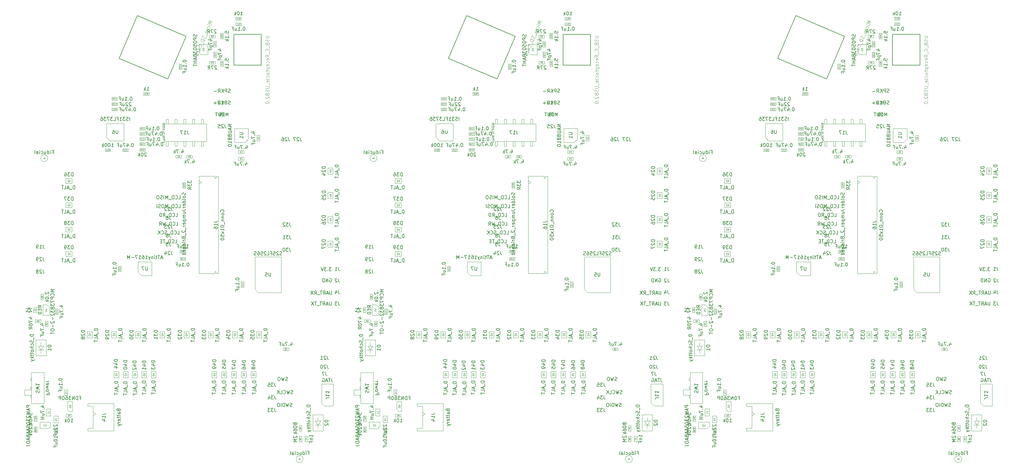
<source format=gbr>
%MOIN*%
%OFA0B0*%
%FSLAX46Y46*%
%IPPOS*%
%LPD*%
%ADD10C,0.005905511811023622*%
%ADD11C,0.005*%
%ADD12C,0.0039370078740157488*%
%ADD13C,0.0047244094488188976*%
%ADD14C,0.0005905511811023622*%
%ADD15C,0.0023622047244094488*%
%ADD16C,0.0015748031496062994*%
%ADD17C,0.002952755905511811*%
%ADD18C,0.0031496062992125988*%
%ADD29C,0.005905511811023622*%
%ADD30C,0.005*%
%ADD31C,0.0039370078740157488*%
%ADD32C,0.0047244094488188976*%
%ADD33C,0.0005905511811023622*%
%ADD34C,0.0023622047244094488*%
%ADD35C,0.0015748031496062994*%
%ADD36C,0.002952755905511811*%
%ADD37C,0.0031496062992125988*%
%ADD38C,0.005905511811023622*%
%ADD39C,0.005*%
%ADD40C,0.0039370078740157488*%
%ADD41C,0.0047244094488188976*%
%ADD42C,0.0005905511811023622*%
%ADD43C,0.0023622047244094488*%
%ADD44C,0.0015748031496062994*%
%ADD45C,0.002952755905511811*%
%ADD46C,0.0031496062992125988*%
G01*
D10*
X0000447637Y0002324409D02*
X0000447637Y0002310236D01*
X0000447637Y0002359842D02*
X0000447637Y0002375984D01*
X0000413779Y0002324803D02*
X0000447244Y0002360236D01*
X0000478346Y0002324803D02*
X0000413779Y0002324803D01*
X0000447637Y0002360236D02*
X0000478346Y0002324803D01*
X0000478740Y0002359842D02*
X0000414173Y0002359842D01*
D11*
X0001470088Y0005201642D02*
X0002024565Y0004966280D01*
X0001676221Y0005687262D02*
X0001470088Y0005201642D01*
X0002230699Y0005451901D02*
X0001676221Y0005687262D01*
X0002024565Y0004966280D02*
X0002230699Y0005451901D01*
D12*
X0002160236Y0003024409D02*
X0002160236Y0002992913D01*
X0002160236Y0002992913D02*
X0002223228Y0002992913D01*
X0002223228Y0002992913D02*
X0002223228Y0003024409D01*
X0002223228Y0003024409D02*
X0002160236Y0003024409D01*
X0003559842Y0000650787D02*
G75*
G03*
X0003559842Y0000650787I-0000039370D01*
G01*
X0000658267Y0004068503D02*
G75*
G03*
X0000658267Y0004068503I-0000039370D01*
G01*
X0001367322Y0004265748D02*
X0001524803Y0004265748D01*
X0001524803Y0004265748D02*
X0001524803Y0004462598D01*
X0001524803Y0004462598D02*
X0001327952Y0004462598D01*
X0001327952Y0004462598D02*
X0001327952Y0004305118D01*
X0001327952Y0004305118D02*
X0001367322Y0004265748D01*
X0002404216Y0003793307D02*
X0002376377Y0003773622D01*
X0002376377Y0003812992D02*
X0002404216Y0003793307D01*
X0002596850Y0002761811D02*
X0002596850Y0003311023D01*
X0002569291Y0002761811D02*
X0002596850Y0002761811D01*
X0002569291Y0002781496D02*
X0002569291Y0002761811D01*
X0002557480Y0002781496D02*
X0002569291Y0002781496D01*
X0002557480Y0002757874D02*
X0002557480Y0002781496D01*
X0002376377Y0002757874D02*
X0002557480Y0002757874D01*
X0002376377Y0003311023D02*
X0002376377Y0002757874D01*
X0002596850Y0003860236D02*
X0002596850Y0003311023D01*
X0002569291Y0003860236D02*
X0002596850Y0003860236D01*
X0002569291Y0003840551D02*
X0002569291Y0003860236D01*
X0002557480Y0003840551D02*
X0002569291Y0003840551D01*
X0002557480Y0003864173D02*
X0002557480Y0003840551D01*
X0002376377Y0003864173D02*
X0002557480Y0003864173D01*
X0002376377Y0003311023D02*
X0002376377Y0003864173D01*
X0003727860Y0001037732D02*
X0003759360Y0001083032D01*
X0003727860Y0001037732D02*
X0003698360Y0001083032D01*
X0003698360Y0001083032D02*
X0003759360Y0001083032D01*
X0003759360Y0001037732D02*
X0003696360Y0001037732D01*
X0003727860Y0001083032D02*
X0003727860Y0001122332D01*
X0003727860Y0001037732D02*
X0003727860Y0001002232D01*
X0003786955Y0001153851D02*
X0003786955Y0000972749D01*
X0003786955Y0001153851D02*
X0003668845Y0001153851D01*
X0003668845Y0000972749D02*
X0003786955Y0000972749D01*
X0003668845Y0001153851D02*
X0003668845Y0000972749D01*
X0002573622Y0005211679D02*
X0002573622Y0005274671D01*
X0002542125Y0005211679D02*
X0002573622Y0005211679D01*
X0002542125Y0005274671D02*
X0002542125Y0005211679D01*
X0002573622Y0005274671D02*
X0002542125Y0005274671D01*
X0000776348Y0002293304D02*
X0000776348Y0002356296D01*
X0000744852Y0002293304D02*
X0000776348Y0002293304D01*
X0000744852Y0002356296D02*
X0000744852Y0002293304D01*
X0000776348Y0002356296D02*
X0000744852Y0002356296D01*
X0000629752Y0002219496D02*
X0000629752Y0002156504D01*
X0000661248Y0002219496D02*
X0000629752Y0002219496D01*
X0000661248Y0002156504D02*
X0000661248Y0002219496D01*
X0000629752Y0002156504D02*
X0000661248Y0002156504D01*
X0001765354Y0004419291D02*
X0001702362Y0004419291D01*
X0001765354Y0004387795D02*
X0001765354Y0004419291D01*
X0001702362Y0004387795D02*
X0001765354Y0004387795D01*
X0001702362Y0004419291D02*
X0001702362Y0004387795D01*
X0003612677Y0000848527D02*
X0003612677Y0000911519D01*
X0003581181Y0000848527D02*
X0003612677Y0000848527D01*
X0003581181Y0000911519D02*
X0003581181Y0000848527D01*
X0003612677Y0000911519D02*
X0003581181Y0000911519D01*
X0000851452Y0001436496D02*
X0000851452Y0001373504D01*
X0000882948Y0001436496D02*
X0000851452Y0001436496D01*
X0000882948Y0001373504D02*
X0000882948Y0001436496D01*
X0000851452Y0001373504D02*
X0000882948Y0001373504D01*
X0000738188Y0001005905D02*
X0000738188Y0000942913D01*
X0000769685Y0001005905D02*
X0000738188Y0001005905D01*
X0000769685Y0000942913D02*
X0000769685Y0001005905D01*
X0000738188Y0000942913D02*
X0000769685Y0000942913D01*
X0002886220Y0004076771D02*
X0002823228Y0004076771D01*
X0002886220Y0004045275D02*
X0002886220Y0004076771D01*
X0002823228Y0004045275D02*
X0002886220Y0004045275D01*
X0002823228Y0004076771D02*
X0002823228Y0004045275D01*
X0003035039Y0004327952D02*
X0003035039Y0004264960D01*
X0003066535Y0004327952D02*
X0003035039Y0004327952D01*
X0003066535Y0004264960D02*
X0003066535Y0004327952D01*
X0003035039Y0004264960D02*
X0003066535Y0004264960D01*
X0003396062Y0001914566D02*
X0003333070Y0001914566D01*
X0003396062Y0001883070D02*
X0003396062Y0001914566D01*
X0003333070Y0001883070D02*
X0003396062Y0001883070D01*
X0003333070Y0001914566D02*
X0003333070Y0001883070D01*
X0002886220Y0004153543D02*
X0002823228Y0004153543D01*
X0002886220Y0004122047D02*
X0002886220Y0004153543D01*
X0002823228Y0004122047D02*
X0002886220Y0004122047D01*
X0002823228Y0004153543D02*
X0002823228Y0004122047D01*
X0000474409Y0001379527D02*
X0000474409Y0001379527D01*
X0000395669Y0001379527D02*
X0000474409Y0001379527D01*
X0000395669Y0001438582D02*
X0000395669Y0001379527D01*
X0000474409Y0001438582D02*
X0000395669Y0001438582D01*
X0000474409Y0001568503D02*
X0000474409Y0001568503D01*
X0000462598Y0001568503D02*
X0000474409Y0001568503D01*
X0000462598Y0001544881D02*
X0000462598Y0001568503D01*
X0000474409Y0001544881D02*
X0000462598Y0001544881D01*
X0000474409Y0001348031D02*
X0000474409Y0001348031D01*
X0000462598Y0001348031D02*
X0000474409Y0001348031D01*
X0000462598Y0001371653D02*
X0000462598Y0001348031D01*
X0000474409Y0001371653D02*
X0000462598Y0001371653D01*
X0000474409Y0001446456D02*
X0000474409Y0001446456D01*
X0000462598Y0001446456D02*
X0000474409Y0001446456D01*
X0000462598Y0001470078D02*
X0000462598Y0001446456D01*
X0000474409Y0001470078D02*
X0000462598Y0001470078D01*
X0000474409Y0001399212D02*
X0000474409Y0001399212D01*
X0000474409Y0001281102D02*
X0000474409Y0001281102D01*
X0000616141Y0001281102D02*
X0000474409Y0001281102D01*
X0000474409Y0001281102D02*
X0000474409Y0001281102D01*
X0000474409Y0001285039D02*
X0000474409Y0001281102D01*
X0000474409Y0001635433D02*
X0000474409Y0001285039D01*
X0000616141Y0001635433D02*
X0000474409Y0001635433D01*
X0000616141Y0001281102D02*
X0000616141Y0001635433D01*
X0002573228Y0005330839D02*
X0002573228Y0005393832D01*
X0002541732Y0005330839D02*
X0002573228Y0005330839D01*
X0002541732Y0005393832D02*
X0002541732Y0005330839D01*
X0002573228Y0005393832D02*
X0002541732Y0005393832D01*
X0002855118Y0002665748D02*
X0002855118Y0002602755D01*
X0002886614Y0002665748D02*
X0002855118Y0002665748D01*
X0002886614Y0002602755D02*
X0002886614Y0002665748D01*
X0002855118Y0002602755D02*
X0002886614Y0002602755D01*
X0002857480Y0005604724D02*
X0002794488Y0005604724D01*
X0002857480Y0005573228D02*
X0002857480Y0005604724D01*
X0002794488Y0005573228D02*
X0002857480Y0005573228D01*
X0002794488Y0005604724D02*
X0002794488Y0005573228D01*
X0001702362Y0004329133D02*
X0001765354Y0004329133D01*
X0001702362Y0004360629D02*
X0001702362Y0004329133D01*
X0001765354Y0004360629D02*
X0001702362Y0004360629D01*
X0001765354Y0004329133D02*
X0001765354Y0004360629D01*
X0001702362Y0004211811D02*
X0001765354Y0004211811D01*
X0001702362Y0004243307D02*
X0001702362Y0004211811D01*
X0001765354Y0004243307D02*
X0001702362Y0004243307D01*
X0001765354Y0004211811D02*
X0001765354Y0004243307D01*
X0001385433Y0004667125D02*
X0001448425Y0004667125D01*
X0001385433Y0004698622D02*
X0001385433Y0004667125D01*
X0001448425Y0004698622D02*
X0001385433Y0004698622D01*
X0001448425Y0004667125D02*
X0001448425Y0004698622D01*
X0001385433Y0004727952D02*
X0001448425Y0004727952D01*
X0001385433Y0004759448D02*
X0001385433Y0004727952D01*
X0001448425Y0004759448D02*
X0001385433Y0004759448D01*
X0001448425Y0004727952D02*
X0001448425Y0004759448D01*
X0001765354Y0004301968D02*
X0001702362Y0004301968D01*
X0001765354Y0004270472D02*
X0001765354Y0004301968D01*
X0001702362Y0004270472D02*
X0001765354Y0004270472D01*
X0001702362Y0004301968D02*
X0001702362Y0004270472D01*
X0002475590Y0005244488D02*
X0002475590Y0005362598D01*
X0002475590Y0005362598D02*
X0002381102Y0005362598D01*
X0002381102Y0005362598D02*
X0002381102Y0005264173D01*
X0002400787Y0005244488D02*
X0002475590Y0005244488D01*
X0002381102Y0005264173D02*
X0002400787Y0005244488D01*
X0000530148Y0002314504D02*
X0000498652Y0002314504D01*
X0000530148Y0002377496D02*
X0000530148Y0002314504D01*
X0000510463Y0002377496D02*
X0000530148Y0002377496D01*
X0000498652Y0002365685D02*
X0000510463Y0002377496D01*
X0000498652Y0002314504D02*
X0000498652Y0002365685D01*
X0000775590Y0001063976D02*
X0000775590Y0001142716D01*
X0000728346Y0001063976D02*
X0000775590Y0001063976D01*
X0000728346Y0001142716D02*
X0000728346Y0001063976D01*
X0000775590Y0001142716D02*
X0000728346Y0001142716D01*
X0001459448Y0002842913D02*
X0001459448Y0002779921D01*
X0001490944Y0002842913D02*
X0001459448Y0002842913D01*
X0001490944Y0002779921D02*
X0001490944Y0002842913D01*
X0001459448Y0002779921D02*
X0001490944Y0002779921D01*
X0003512181Y0000911519D02*
X0003512181Y0000848527D01*
X0003543677Y0000911519D02*
X0003512181Y0000911519D01*
X0003543677Y0000848527D02*
X0003543677Y0000911519D01*
X0003512181Y0000848527D02*
X0003543677Y0000848527D01*
X0002190551Y0003792519D02*
X0002190551Y0003729527D01*
X0002222047Y0003792519D02*
X0002190551Y0003792519D01*
X0002222047Y0003729527D02*
X0002222047Y0003792519D01*
X0002190551Y0003729527D02*
X0002222047Y0003729527D01*
X0002496850Y0005137795D02*
X0002559842Y0005137795D01*
X0002496850Y0005169291D02*
X0002496850Y0005137795D01*
X0002559842Y0005169291D02*
X0002496850Y0005169291D01*
X0002559842Y0005137795D02*
X0002559842Y0005169291D01*
X0002620866Y0005174803D02*
X0002620866Y0005111811D01*
X0002652362Y0005174803D02*
X0002620866Y0005174803D01*
X0002652362Y0005111811D02*
X0002652362Y0005174803D01*
X0002620866Y0005111811D02*
X0002652362Y0005111811D01*
X0002620866Y0005487007D02*
X0002620866Y0005424015D01*
X0002652362Y0005487007D02*
X0002620866Y0005487007D01*
X0002652362Y0005424015D02*
X0002652362Y0005487007D01*
X0002620866Y0005424015D02*
X0002652362Y0005424015D01*
X0000604467Y0002405124D02*
X0000604467Y0002283077D01*
X0000604467Y0002283077D02*
X0000675333Y0002283077D01*
X0000675333Y0002379533D02*
X0000675333Y0002283077D01*
X0000604467Y0002405124D02*
X0000649743Y0002405124D01*
X0000675333Y0002379533D02*
X0000649743Y0002405124D01*
X0002496456Y0005436220D02*
X0002559448Y0005436220D01*
X0002496456Y0005467716D02*
X0002496456Y0005436220D01*
X0002559448Y0005467716D02*
X0002496456Y0005467716D01*
X0002559448Y0005436220D02*
X0002559448Y0005467716D01*
X0001203147Y0001165570D02*
X0001175308Y0001145885D01*
X0001175308Y0001185255D02*
X0001203147Y0001165570D01*
X0001112316Y0000970688D02*
X0001411529Y0000970688D01*
X0001112316Y0001281712D02*
X0001411529Y0001281712D01*
X0001411529Y0001281712D02*
X0001411529Y0000970688D01*
X0001112316Y0001002185D02*
X0001112316Y0000970688D01*
X0001175308Y0001002185D02*
X0001112316Y0001002185D01*
X0001175308Y0001250216D02*
X0001175308Y0001002185D01*
X0001112316Y0001250216D02*
X0001175308Y0001250216D01*
X0001112316Y0001281712D02*
X0001112316Y0001250216D01*
D13*
X0000904795Y0001190514D02*
X0000938259Y0001190514D01*
X0000883141Y0001212167D02*
X0000904795Y0001190514D01*
X0000883141Y0001304687D02*
X0000883141Y0001212167D01*
X0000938259Y0001304687D02*
X0000883141Y0001304687D01*
X0000938259Y0001190514D02*
X0000938259Y0001304687D01*
D12*
X0003804537Y0001254500D02*
X0003905226Y0001254500D01*
X0003905226Y0001254500D02*
X0003905226Y0001504500D01*
X0003905226Y0001504500D02*
X0003770974Y0001504500D01*
X0003770974Y0001504500D02*
X0003770974Y0001288063D01*
X0003770974Y0001288063D02*
X0003804537Y0001254500D01*
X0002150787Y0005139370D02*
X0002150787Y0005076377D01*
X0002182283Y0005139370D02*
X0002150787Y0005139370D01*
X0002182283Y0005076377D02*
X0002182283Y0005139370D01*
X0002150787Y0005076377D02*
X0002182283Y0005076377D01*
X0000867125Y0001128937D02*
X0000930118Y0001128937D01*
X0000867125Y0001160433D02*
X0000867125Y0001128937D01*
X0000930118Y0001160433D02*
X0000867125Y0001160433D01*
X0000930118Y0001128937D02*
X0000930118Y0001160433D01*
X0002898818Y0004248425D02*
X0002938188Y0004287795D01*
X0002780708Y0004248425D02*
X0002898818Y0004248425D01*
X0002780708Y0004405905D02*
X0002780708Y0004248425D01*
X0002938188Y0004405905D02*
X0002780708Y0004405905D01*
X0002938188Y0004287795D02*
X0002938188Y0004405905D01*
X0000690944Y0001069881D02*
X0000568897Y0001069881D01*
X0000568897Y0001069881D02*
X0000568897Y0000999015D01*
X0000665354Y0000999015D02*
X0000568897Y0000999015D01*
X0000690944Y0001069881D02*
X0000690944Y0001024606D01*
X0000665354Y0000999015D02*
X0000690944Y0001024606D01*
X0000611148Y0002460104D02*
X0000611148Y0002523096D01*
X0000579652Y0002460104D02*
X0000611148Y0002460104D01*
X0000579652Y0002523096D02*
X0000579652Y0002460104D01*
X0000611148Y0002523096D02*
X0000579652Y0002523096D01*
X0002238582Y0004070866D02*
X0002301574Y0004070866D01*
X0002238582Y0004102362D02*
X0002238582Y0004070866D01*
X0002301574Y0004102362D02*
X0002238582Y0004102362D01*
X0002301574Y0004070866D02*
X0002301574Y0004102362D01*
X0001702362Y0004148425D02*
X0001765354Y0004148425D01*
X0001702362Y0004179921D02*
X0001702362Y0004148425D01*
X0001765354Y0004179921D02*
X0001702362Y0004179921D01*
X0001765354Y0004148425D02*
X0001765354Y0004179921D01*
D11*
X0002773622Y0005475196D02*
X0003084645Y0005475196D01*
X0002773622Y0005123228D02*
X0002773622Y0005475196D01*
X0003084645Y0005123228D02*
X0002773622Y0005123228D01*
X0003084645Y0005475196D02*
X0003084645Y0005123228D01*
D12*
X0001371653Y0004175196D02*
X0001308661Y0004175196D01*
X0001371653Y0004143700D02*
X0001371653Y0004175196D01*
X0001308661Y0004143700D02*
X0001371653Y0004143700D01*
X0001308661Y0004175196D02*
X0001308661Y0004143700D01*
X0003512181Y0001032519D02*
X0003512181Y0000969527D01*
X0003543677Y0001032519D02*
X0003512181Y0001032519D01*
X0003543677Y0000969527D02*
X0003543677Y0001032519D01*
X0003512181Y0000969527D02*
X0003543677Y0000969527D01*
X0002177165Y0004102362D02*
X0002114173Y0004102362D01*
X0002177165Y0004070866D02*
X0002177165Y0004102362D01*
X0002114173Y0004070866D02*
X0002177165Y0004070866D01*
X0002114173Y0004102362D02*
X0002114173Y0004070866D01*
X0003013779Y0002581496D02*
X0003053149Y0002542125D01*
X0003013779Y0002947637D02*
X0003013779Y0002581496D01*
X0003309055Y0002947637D02*
X0003013779Y0002947637D01*
X0003309055Y0002542125D02*
X0003309055Y0002947637D01*
X0003053149Y0002542125D02*
X0003309055Y0002542125D01*
X0000515704Y0002201852D02*
X0000578696Y0002201852D01*
X0000515704Y0002233348D02*
X0000515704Y0002201852D01*
X0000578696Y0002233348D02*
X0000515704Y0002233348D01*
X0000578696Y0002201852D02*
X0000578696Y0002233348D01*
X0001683464Y0002773228D02*
X0001722834Y0002733858D01*
X0001683464Y0002891338D02*
X0001683464Y0002773228D01*
X0001840944Y0002891338D02*
X0001683464Y0002891338D01*
X0001840944Y0002733858D02*
X0001840944Y0002891338D01*
X0001722834Y0002733858D02*
X0001840944Y0002733858D01*
X0002857480Y0005670472D02*
X0002794488Y0005670472D01*
X0002857480Y0005638976D02*
X0002857480Y0005670472D01*
X0002794488Y0005638976D02*
X0002857480Y0005638976D01*
X0002794488Y0005670472D02*
X0002794488Y0005638976D01*
X0003841732Y0003681364D02*
X0003841732Y0003610498D01*
X0003841732Y0003610498D02*
X0003896850Y0003610498D01*
X0003896850Y0003610498D02*
X0003896850Y0003681364D01*
X0003896850Y0003681364D02*
X0003841732Y0003681364D01*
X0003855511Y0003657742D02*
X0003883070Y0003657742D01*
X0003869291Y0003657742D02*
X0003869291Y0003665616D01*
X0003869291Y0003657742D02*
X0003855511Y0003638057D01*
X0003855511Y0003638057D02*
X0003883070Y0003638057D01*
X0003883070Y0003638057D02*
X0003869291Y0003657742D01*
X0003869291Y0003638057D02*
X0003869291Y0003628215D01*
X0001410541Y0001645133D02*
X0001410541Y0001574267D01*
X0001410541Y0001574267D02*
X0001465659Y0001574267D01*
X0001465659Y0001574267D02*
X0001465659Y0001645133D01*
X0001465659Y0001645133D02*
X0001410541Y0001645133D01*
X0001424321Y0001621511D02*
X0001451880Y0001621511D01*
X0001438100Y0001621511D02*
X0001438100Y0001629385D01*
X0001438100Y0001621511D02*
X0001424321Y0001601826D01*
X0001424321Y0001601826D02*
X0001451880Y0001601826D01*
X0001451880Y0001601826D02*
X0001438100Y0001621511D01*
X0001438100Y0001601826D02*
X0001438100Y0001591984D01*
X0001932255Y0002098933D02*
X0001932255Y0002028067D01*
X0001932255Y0002028067D02*
X0001987374Y0002028067D01*
X0001987374Y0002028067D02*
X0001987374Y0002098933D01*
X0001987374Y0002098933D02*
X0001932255Y0002098933D01*
X0001946035Y0002075311D02*
X0001973594Y0002075311D01*
X0001959815Y0002075311D02*
X0001959815Y0002083185D01*
X0001959815Y0002075311D02*
X0001946035Y0002055626D01*
X0001946035Y0002055626D02*
X0001973594Y0002055626D01*
X0001973594Y0002055626D02*
X0001959815Y0002075311D01*
X0001959815Y0002055626D02*
X0001959815Y0002045784D01*
X0001832241Y0001645133D02*
X0001832241Y0001574267D01*
X0001832241Y0001574267D02*
X0001887359Y0001574267D01*
X0001887359Y0001574267D02*
X0001887359Y0001645133D01*
X0001887359Y0001645133D02*
X0001832241Y0001645133D01*
X0001846021Y0001621511D02*
X0001873580Y0001621511D01*
X0001859800Y0001621511D02*
X0001859800Y0001629385D01*
X0001859800Y0001621511D02*
X0001846021Y0001601826D01*
X0001846021Y0001601826D02*
X0001873580Y0001601826D01*
X0001873580Y0001601826D02*
X0001859800Y0001621511D01*
X0001859800Y0001601826D02*
X0001859800Y0001591984D01*
X0002856966Y0001645133D02*
X0002856966Y0001574267D01*
X0002856966Y0001574267D02*
X0002912084Y0001574267D01*
X0002912084Y0001574267D02*
X0002912084Y0001645133D01*
X0002912084Y0001645133D02*
X0002856966Y0001645133D01*
X0002870746Y0001621511D02*
X0002898305Y0001621511D01*
X0002884525Y0001621511D02*
X0002884525Y0001629385D01*
X0002884525Y0001621511D02*
X0002870746Y0001601826D01*
X0002870746Y0001601826D02*
X0002898305Y0001601826D01*
X0002898305Y0001601826D02*
X0002884525Y0001621511D01*
X0002884525Y0001601826D02*
X0002884525Y0001591984D01*
X0002523441Y0001645133D02*
X0002523441Y0001574267D01*
X0002523441Y0001574267D02*
X0002578559Y0001574267D01*
X0002578559Y0001574267D02*
X0002578559Y0001645133D01*
X0002578559Y0001645133D02*
X0002523441Y0001645133D01*
X0002537221Y0001621511D02*
X0002564780Y0001621511D01*
X0002551000Y0001621511D02*
X0002551000Y0001629385D01*
X0002551000Y0001621511D02*
X0002537221Y0001601826D01*
X0002537221Y0001601826D02*
X0002564780Y0001601826D01*
X0002564780Y0001601826D02*
X0002551000Y0001621511D01*
X0002551000Y0001601826D02*
X0002551000Y0001591984D01*
X0003841732Y0003958267D02*
X0003841732Y0003887401D01*
X0003841732Y0003887401D02*
X0003896850Y0003887401D01*
X0003896850Y0003887401D02*
X0003896850Y0003958267D01*
X0003896850Y0003958267D02*
X0003841732Y0003958267D01*
X0003855511Y0003934645D02*
X0003883070Y0003934645D01*
X0003869291Y0003934645D02*
X0003869291Y0003942519D01*
X0003869291Y0003934645D02*
X0003855511Y0003914960D01*
X0003855511Y0003914960D02*
X0003883070Y0003914960D01*
X0003883070Y0003914960D02*
X0003869291Y0003934645D01*
X0003869291Y0003914960D02*
X0003869291Y0003905118D01*
X0000933858Y0003837401D02*
X0000862992Y0003837401D01*
X0000862992Y0003837401D02*
X0000862992Y0003782283D01*
X0000862992Y0003782283D02*
X0000933858Y0003782283D01*
X0000933858Y0003782283D02*
X0000933858Y0003837401D01*
X0000910236Y0003823622D02*
X0000910236Y0003796062D01*
X0000910236Y0003809842D02*
X0000918110Y0003809842D01*
X0000910236Y0003809842D02*
X0000890551Y0003823622D01*
X0000890551Y0003823622D02*
X0000890551Y0003796062D01*
X0000890551Y0003796062D02*
X0000910236Y0003809842D01*
X0000890551Y0003809842D02*
X0000880708Y0003809842D01*
X0002968141Y0001645133D02*
X0002968141Y0001574267D01*
X0002968141Y0001574267D02*
X0003023259Y0001574267D01*
X0003023259Y0001574267D02*
X0003023259Y0001645133D01*
X0003023259Y0001645133D02*
X0002968141Y0001645133D01*
X0002981921Y0001621511D02*
X0003009480Y0001621511D01*
X0002995700Y0001621511D02*
X0002995700Y0001629385D01*
X0002995700Y0001621511D02*
X0002981921Y0001601826D01*
X0002981921Y0001601826D02*
X0003009480Y0001601826D01*
X0003009480Y0001601826D02*
X0002995700Y0001621511D01*
X0002995700Y0001601826D02*
X0002995700Y0001591984D01*
X0000933858Y0003009448D02*
X0000862992Y0003009448D01*
X0000862992Y0003009448D02*
X0000862992Y0002954330D01*
X0000862992Y0002954330D02*
X0000933858Y0002954330D01*
X0000933858Y0002954330D02*
X0000933858Y0003009448D01*
X0000910236Y0002995669D02*
X0000910236Y0002968110D01*
X0000910236Y0002981889D02*
X0000918110Y0002981889D01*
X0000910236Y0002981889D02*
X0000890551Y0002995669D01*
X0000890551Y0002995669D02*
X0000890551Y0002968110D01*
X0000890551Y0002968110D02*
X0000910236Y0002981889D01*
X0000890551Y0002981889D02*
X0000880708Y0002981889D01*
X0003841732Y0003404461D02*
X0003841732Y0003333595D01*
X0003841732Y0003333595D02*
X0003896850Y0003333595D01*
X0003896850Y0003333595D02*
X0003896850Y0003404461D01*
X0003896850Y0003404461D02*
X0003841732Y0003404461D01*
X0003855511Y0003380839D02*
X0003883070Y0003380839D01*
X0003869291Y0003380839D02*
X0003869291Y0003388713D01*
X0003869291Y0003380839D02*
X0003855511Y0003361154D01*
X0003855511Y0003361154D02*
X0003883070Y0003361154D01*
X0003883070Y0003361154D02*
X0003869291Y0003380839D01*
X0003869291Y0003361154D02*
X0003869291Y0003351312D01*
X0001515966Y0001645133D02*
X0001515966Y0001574267D01*
X0001515966Y0001574267D02*
X0001571084Y0001574267D01*
X0001571084Y0001574267D02*
X0001571084Y0001645133D01*
X0001571084Y0001645133D02*
X0001515966Y0001645133D01*
X0001529746Y0001621511D02*
X0001557305Y0001621511D01*
X0001543525Y0001621511D02*
X0001543525Y0001629385D01*
X0001543525Y0001621511D02*
X0001529746Y0001601826D01*
X0001529746Y0001601826D02*
X0001557305Y0001601826D01*
X0001557305Y0001601826D02*
X0001543525Y0001621511D01*
X0001543525Y0001601826D02*
X0001543525Y0001591984D01*
X0002745791Y0001645133D02*
X0002745791Y0001574267D01*
X0002745791Y0001574267D02*
X0002800909Y0001574267D01*
X0002800909Y0001574267D02*
X0002800909Y0001645133D01*
X0002800909Y0001645133D02*
X0002745791Y0001645133D01*
X0002759571Y0001621511D02*
X0002787130Y0001621511D01*
X0002773350Y0001621511D02*
X0002773350Y0001629385D01*
X0002773350Y0001621511D02*
X0002759571Y0001601826D01*
X0002759571Y0001601826D02*
X0002787130Y0001601826D01*
X0002787130Y0001601826D02*
X0002773350Y0001621511D01*
X0002773350Y0001601826D02*
X0002773350Y0001591984D01*
X0001382513Y0002098933D02*
X0001382513Y0002028067D01*
X0001382513Y0002028067D02*
X0001437631Y0002028067D01*
X0001437631Y0002028067D02*
X0001437631Y0002098933D01*
X0001437631Y0002098933D02*
X0001382513Y0002098933D01*
X0001396292Y0002075311D02*
X0001423851Y0002075311D01*
X0001410072Y0002075311D02*
X0001410072Y0002083185D01*
X0001410072Y0002075311D02*
X0001396292Y0002055626D01*
X0001396292Y0002055626D02*
X0001423851Y0002055626D01*
X0001423851Y0002055626D02*
X0001410072Y0002075311D01*
X0001410072Y0002055626D02*
X0001410072Y0002045784D01*
X0002481998Y0002098933D02*
X0002481998Y0002028067D01*
X0002481998Y0002028067D02*
X0002537116Y0002028067D01*
X0002537116Y0002028067D02*
X0002537116Y0002098933D01*
X0002537116Y0002098933D02*
X0002481998Y0002098933D01*
X0002495778Y0002075311D02*
X0002523337Y0002075311D01*
X0002509557Y0002075311D02*
X0002509557Y0002083185D01*
X0002509557Y0002075311D02*
X0002495778Y0002055626D01*
X0002495778Y0002055626D02*
X0002523337Y0002055626D01*
X0002523337Y0002055626D02*
X0002509557Y0002075311D01*
X0002509557Y0002055626D02*
X0002509557Y0002045784D01*
X0001657384Y0002098933D02*
X0001657384Y0002028067D01*
X0001657384Y0002028067D02*
X0001712502Y0002028067D01*
X0001712502Y0002028067D02*
X0001712502Y0002098933D01*
X0001712502Y0002098933D02*
X0001657384Y0002098933D01*
X0001671164Y0002075311D02*
X0001698723Y0002075311D01*
X0001684943Y0002075311D02*
X0001684943Y0002083185D01*
X0001684943Y0002075311D02*
X0001671164Y0002055626D01*
X0001671164Y0002055626D02*
X0001698723Y0002055626D01*
X0001698723Y0002055626D02*
X0001684943Y0002075311D01*
X0001684943Y0002055626D02*
X0001684943Y0002045784D01*
X0001107641Y0002098933D02*
X0001107641Y0002028067D01*
X0001107641Y0002028067D02*
X0001162759Y0002028067D01*
X0001162759Y0002028067D02*
X0001162759Y0002098933D01*
X0001162759Y0002098933D02*
X0001107641Y0002098933D01*
X0001121421Y0002075311D02*
X0001148980Y0002075311D01*
X0001135200Y0002075311D02*
X0001135200Y0002083185D01*
X0001135200Y0002075311D02*
X0001121421Y0002055626D01*
X0001121421Y0002055626D02*
X0001148980Y0002055626D01*
X0001148980Y0002055626D02*
X0001135200Y0002075311D01*
X0001135200Y0002055626D02*
X0001135200Y0002045784D01*
X0002756870Y0002098933D02*
X0002756870Y0002028067D01*
X0002756870Y0002028067D02*
X0002811988Y0002028067D01*
X0002811988Y0002028067D02*
X0002811988Y0002098933D01*
X0002811988Y0002098933D02*
X0002756870Y0002098933D01*
X0002770649Y0002075311D02*
X0002798208Y0002075311D01*
X0002784429Y0002075311D02*
X0002784429Y0002083185D01*
X0002784429Y0002075311D02*
X0002770649Y0002055626D01*
X0002770649Y0002055626D02*
X0002798208Y0002055626D01*
X0002798208Y0002055626D02*
X0002784429Y0002075311D01*
X0002784429Y0002055626D02*
X0002784429Y0002045784D01*
X0000933858Y0003561417D02*
X0000862992Y0003561417D01*
X0000862992Y0003561417D02*
X0000862992Y0003506299D01*
X0000862992Y0003506299D02*
X0000933858Y0003506299D01*
X0000933858Y0003506299D02*
X0000933858Y0003561417D01*
X0000910236Y0003547637D02*
X0000910236Y0003520078D01*
X0000910236Y0003533858D02*
X0000918110Y0003533858D01*
X0000910236Y0003533858D02*
X0000890551Y0003547637D01*
X0000890551Y0003547637D02*
X0000890551Y0003520078D01*
X0000890551Y0003520078D02*
X0000910236Y0003533858D01*
X0000890551Y0003533858D02*
X0000880708Y0003533858D01*
X0000933858Y0003285433D02*
X0000862992Y0003285433D01*
X0000862992Y0003285433D02*
X0000862992Y0003230314D01*
X0000862992Y0003230314D02*
X0000933858Y0003230314D01*
X0000933858Y0003230314D02*
X0000933858Y0003285433D01*
X0000910236Y0003271653D02*
X0000910236Y0003244094D01*
X0000910236Y0003257874D02*
X0000918110Y0003257874D01*
X0000910236Y0003257874D02*
X0000890551Y0003271653D01*
X0000890551Y0003271653D02*
X0000890551Y0003244094D01*
X0000890551Y0003244094D02*
X0000910236Y0003257874D01*
X0000890551Y0003257874D02*
X0000880708Y0003257874D01*
X0003031741Y0002098933D02*
X0003031741Y0002028067D01*
X0003031741Y0002028067D02*
X0003086859Y0002028067D01*
X0003086859Y0002028067D02*
X0003086859Y0002098933D01*
X0003086859Y0002098933D02*
X0003031741Y0002098933D01*
X0003045521Y0002075311D02*
X0003073080Y0002075311D01*
X0003059300Y0002075311D02*
X0003059300Y0002083185D01*
X0003059300Y0002075311D02*
X0003045521Y0002055626D01*
X0003045521Y0002055626D02*
X0003073080Y0002055626D01*
X0003073080Y0002055626D02*
X0003059300Y0002075311D01*
X0003059300Y0002055626D02*
X0003059300Y0002045784D01*
X0003841732Y0003127559D02*
X0003841732Y0003056692D01*
X0003841732Y0003056692D02*
X0003896850Y0003056692D01*
X0003896850Y0003056692D02*
X0003896850Y0003127559D01*
X0003896850Y0003127559D02*
X0003841732Y0003127559D01*
X0003855511Y0003103937D02*
X0003883070Y0003103937D01*
X0003869291Y0003103937D02*
X0003869291Y0003111811D01*
X0003869291Y0003103937D02*
X0003855511Y0003084251D01*
X0003855511Y0003084251D02*
X0003883070Y0003084251D01*
X0003883070Y0003084251D02*
X0003869291Y0003103937D01*
X0003869291Y0003084251D02*
X0003869291Y0003074409D01*
X0001621391Y0001645133D02*
X0001621391Y0001574267D01*
X0001621391Y0001574267D02*
X0001676509Y0001574267D01*
X0001676509Y0001574267D02*
X0001676509Y0001645133D01*
X0001676509Y0001645133D02*
X0001621391Y0001645133D01*
X0001635171Y0001621511D02*
X0001662730Y0001621511D01*
X0001648950Y0001621511D02*
X0001648950Y0001629385D01*
X0001648950Y0001621511D02*
X0001635171Y0001601826D01*
X0001635171Y0001601826D02*
X0001662730Y0001601826D01*
X0001662730Y0001601826D02*
X0001648950Y0001621511D01*
X0001648950Y0001601826D02*
X0001648950Y0001591984D01*
X0001726816Y0001645133D02*
X0001726816Y0001574267D01*
X0001726816Y0001574267D02*
X0001781934Y0001574267D01*
X0001781934Y0001574267D02*
X0001781934Y0001645133D01*
X0001781934Y0001645133D02*
X0001726816Y0001645133D01*
X0001740596Y0001621511D02*
X0001768155Y0001621511D01*
X0001754375Y0001621511D02*
X0001754375Y0001629385D01*
X0001754375Y0001621511D02*
X0001740596Y0001601826D01*
X0001740596Y0001601826D02*
X0001768155Y0001601826D01*
X0001768155Y0001601826D02*
X0001754375Y0001621511D01*
X0001754375Y0001601826D02*
X0001754375Y0001591984D01*
X0002207127Y0002098933D02*
X0002207127Y0002028067D01*
X0002207127Y0002028067D02*
X0002262245Y0002028067D01*
X0002262245Y0002028067D02*
X0002262245Y0002098933D01*
X0002262245Y0002098933D02*
X0002207127Y0002098933D01*
X0002220906Y0002075311D02*
X0002248465Y0002075311D01*
X0002234686Y0002075311D02*
X0002234686Y0002083185D01*
X0002234686Y0002075311D02*
X0002220906Y0002055626D01*
X0002220906Y0002055626D02*
X0002248465Y0002055626D01*
X0002248465Y0002055626D02*
X0002234686Y0002075311D01*
X0002234686Y0002055626D02*
X0002234686Y0002045784D01*
X0002634616Y0001645133D02*
X0002634616Y0001574267D01*
X0002634616Y0001574267D02*
X0002689734Y0001574267D01*
X0002689734Y0001574267D02*
X0002689734Y0001645133D01*
X0002689734Y0001645133D02*
X0002634616Y0001645133D01*
X0002648396Y0001621511D02*
X0002675955Y0001621511D01*
X0002662175Y0001621511D02*
X0002662175Y0001629385D01*
X0002662175Y0001621511D02*
X0002648396Y0001601826D01*
X0002648396Y0001601826D02*
X0002675955Y0001601826D01*
X0002675955Y0001601826D02*
X0002662175Y0001621511D01*
X0002662175Y0001601826D02*
X0002662175Y0001591984D01*
X0001448425Y0004637795D02*
X0001385433Y0004637795D01*
X0001448425Y0004606299D02*
X0001448425Y0004637795D01*
X0001385433Y0004606299D02*
X0001448425Y0004606299D01*
X0001385433Y0004637795D02*
X0001385433Y0004606299D01*
X0001572440Y0004175196D02*
X0001509448Y0004175196D01*
X0001572440Y0004143700D02*
X0001572440Y0004175196D01*
X0001509448Y0004143700D02*
X0001572440Y0004143700D01*
X0001509448Y0004175196D02*
X0001509448Y0004143700D01*
X0000581760Y0001889932D02*
X0000613260Y0001935232D01*
X0000581760Y0001889932D02*
X0000552260Y0001935232D01*
X0000552260Y0001935232D02*
X0000613260Y0001935232D01*
X0000613260Y0001889932D02*
X0000550260Y0001889932D01*
X0000581760Y0001935232D02*
X0000581760Y0001974532D01*
X0000581760Y0001889932D02*
X0000581760Y0001854432D01*
X0000640855Y0002006051D02*
X0000640855Y0001824949D01*
X0000640855Y0002006051D02*
X0000522745Y0002006051D01*
X0000522745Y0001824949D02*
X0000640855Y0001824949D01*
X0000522745Y0002006051D02*
X0000522745Y0001824949D01*
X0002162204Y0002939763D02*
X0002162204Y0002908267D01*
X0002162204Y0002908267D02*
X0002225196Y0002908267D01*
X0002225196Y0002908267D02*
X0002225196Y0002939763D01*
X0002225196Y0002939763D02*
X0002162204Y0002939763D01*
X0002427334Y0004203937D02*
X0002427334Y0004258267D01*
X0002402137Y0004203937D02*
X0002427334Y0004203937D01*
X0002402137Y0004258267D02*
X0002402137Y0004203937D01*
X0002427334Y0004512598D02*
X0002402137Y0004512598D01*
X0002427334Y0004458267D02*
X0002427334Y0004512598D01*
X0002402137Y0004512598D02*
X0002402137Y0004458267D01*
X0002327334Y0004203937D02*
X0002327334Y0004258267D01*
X0002302137Y0004203937D02*
X0002327334Y0004203937D01*
X0002302137Y0004258267D02*
X0002302137Y0004203937D01*
X0002327334Y0004512598D02*
X0002302137Y0004512598D01*
X0002327334Y0004458267D02*
X0002327334Y0004512598D01*
X0002302137Y0004512598D02*
X0002302137Y0004458267D01*
X0002227334Y0004203937D02*
X0002227334Y0004258267D01*
X0002202137Y0004203937D02*
X0002227334Y0004203937D01*
X0002202137Y0004258267D02*
X0002202137Y0004203937D01*
X0002227334Y0004512598D02*
X0002202137Y0004512598D01*
X0002227334Y0004458267D02*
X0002227334Y0004512598D01*
X0002202137Y0004512598D02*
X0002202137Y0004458267D01*
X0002127334Y0004203937D02*
X0002127334Y0004258267D01*
X0002102137Y0004203937D02*
X0002127334Y0004203937D01*
X0002102137Y0004258267D02*
X0002102137Y0004203937D01*
X0002127334Y0004512598D02*
X0002102137Y0004512598D01*
X0002127334Y0004458267D02*
X0002127334Y0004512598D01*
X0002102137Y0004512598D02*
X0002102137Y0004458267D01*
X0002027334Y0004203937D02*
X0002027334Y0004258267D01*
X0002002137Y0004203937D02*
X0002027334Y0004203937D01*
X0002002137Y0004258267D02*
X0002002137Y0004203937D01*
X0002027334Y0004512598D02*
X0002002137Y0004512598D01*
X0002027334Y0004458267D02*
X0002027334Y0004512598D01*
X0002002137Y0004512598D02*
X0002002137Y0004458267D01*
X0002464736Y0004458267D02*
X0001964736Y0004458267D01*
X0002464736Y0004258267D02*
X0002464736Y0004458267D01*
X0002004106Y0004258267D02*
X0002464736Y0004258267D01*
X0001964736Y0004297637D02*
X0002004106Y0004258267D01*
X0001964736Y0004458267D02*
X0001964736Y0004297637D01*
X0001748031Y0004814173D02*
X0001748031Y0004782677D01*
X0001748031Y0004782677D02*
X0001811023Y0004782677D01*
X0001811023Y0004782677D02*
X0001811023Y0004814173D01*
X0001811023Y0004814173D02*
X0001748031Y0004814173D01*
X0000504330Y0001142125D02*
X0000504330Y0001079133D01*
X0000535826Y0001142125D02*
X0000504330Y0001142125D01*
X0000535826Y0001079133D02*
X0000535826Y0001142125D01*
X0000504330Y0001079133D02*
X0000535826Y0001079133D01*
X0000504724Y0000953543D02*
X0000536220Y0000953543D01*
X0000536220Y0000953543D02*
X0000536220Y0001016535D01*
X0000536220Y0001016535D02*
X0000504724Y0001016535D01*
X0000504724Y0001016535D02*
X0000504724Y0000953543D01*
X0000643700Y0001141732D02*
X0000690944Y0001141732D01*
X0000690944Y0001141732D02*
X0000690944Y0001220472D01*
X0000690944Y0001220472D02*
X0000643700Y0001220472D01*
X0000643700Y0001220472D02*
X0000643700Y0001141732D01*
D14*
X0002527209Y0005616044D02*
X0002490965Y0005631429D01*
X0002511726Y0005608358D01*
X0002480709Y0005607266D01*
X0002516953Y0005591882D01*
X0002509627Y0005574623D02*
X0002485464Y0005584879D01*
X0002473383Y0005590007D02*
X0002475841Y0005591000D01*
X0002476835Y0005588542D01*
X0002474376Y0005587549D01*
X0002473383Y0005590007D01*
X0002476835Y0005588542D01*
X0002493981Y0005542563D02*
X0002497173Y0005545282D01*
X0002500103Y0005552186D01*
X0002499842Y0005556370D01*
X0002498849Y0005558829D01*
X0002496130Y0005562020D01*
X0002485774Y0005566416D01*
X0002481590Y0005566155D01*
X0002479132Y0005565162D01*
X0002475940Y0005562442D01*
X0002473010Y0005555539D01*
X0002473271Y0005551354D01*
X0002489114Y0005526298D02*
X0002464952Y0005536554D01*
X0002471855Y0005533624D02*
X0002467671Y0005533363D01*
X0002465212Y0005532370D01*
X0002462021Y0005529650D01*
X0002460556Y0005526199D01*
X0002477392Y0005498683D02*
X0002477132Y0005502868D01*
X0002476138Y0005505326D01*
X0002473419Y0005508517D01*
X0002463064Y0005512913D01*
X0002458880Y0005512652D01*
X0002456421Y0005511659D01*
X0002453230Y0005508940D01*
X0002451032Y0005503762D01*
X0002451293Y0005499578D01*
X0002452286Y0005497119D01*
X0002455005Y0005493928D01*
X0002465361Y0005489532D01*
X0002469545Y0005489793D01*
X0002472004Y0005490786D01*
X0002475195Y0005493506D01*
X0002477392Y0005498683D01*
X0002472786Y0005478233D02*
X0002461064Y0005450619D01*
X0002452956Y0005445913D02*
X0002452484Y0005440003D01*
X0002448821Y0005431374D01*
X0002445630Y0005428654D01*
X0002443172Y0005427661D01*
X0002438987Y0005427400D01*
X0002435535Y0005428866D01*
X0002432816Y0005432057D01*
X0002431823Y0005434515D01*
X0002431562Y0005438700D01*
X0002432767Y0005446336D01*
X0002432506Y0005450520D01*
X0002431513Y0005452979D01*
X0002428793Y0005456170D01*
X0002425342Y0005457635D01*
X0002421157Y0005457374D01*
X0002418699Y0005456381D01*
X0002415508Y0005453662D01*
X0002411845Y0005445032D01*
X0002411373Y0005439122D01*
X0002439297Y0005408937D02*
X0002403054Y0005424321D01*
X0002399391Y0005415692D01*
X0002398919Y0005409782D01*
X0002400905Y0005404865D01*
X0002403624Y0005401674D01*
X0002409795Y0005397017D01*
X0002414973Y0005394820D01*
X0002422609Y0005393615D01*
X0002426794Y0005393876D01*
X0002431711Y0005395862D01*
X0002435634Y0005400307D01*
X0002439297Y0005408937D01*
X0002431028Y0005379857D02*
X0002419306Y0005352243D01*
X0002399948Y0005325833D02*
X0002402407Y0005326827D01*
X0002406330Y0005331272D01*
X0002407796Y0005334723D01*
X0002408267Y0005340634D01*
X0002406281Y0005345551D01*
X0002403562Y0005348742D01*
X0002397391Y0005353398D01*
X0002392213Y0005355596D01*
X0002384577Y0005356800D01*
X0002380393Y0005356540D01*
X0002375476Y0005354553D01*
X0002371552Y0005350108D01*
X0002370087Y0005346656D01*
X0002369615Y0005340746D01*
X0002370608Y0005338287D01*
X0002390213Y0005293302D02*
X0002371228Y0005301361D01*
X0002368509Y0005304552D01*
X0002368249Y0005308736D01*
X0002371179Y0005315640D01*
X0002374370Y0005318359D01*
X0002388487Y0005294035D02*
X0002391678Y0005296754D01*
X0002395341Y0005305383D01*
X0002395081Y0005309568D01*
X0002392362Y0005312759D01*
X0002388910Y0005314224D01*
X0002384725Y0005313963D01*
X0002381534Y0005311244D01*
X0002377871Y0005302615D01*
X0002374680Y0005299895D01*
X0002382887Y0005276043D02*
X0002358725Y0005286300D01*
X0002365628Y0005283369D02*
X0002361444Y0005283108D01*
X0002358985Y0005282115D01*
X0002355794Y0005279396D01*
X0002354329Y0005275944D01*
X0002366770Y0005238073D02*
X0002330526Y0005253458D01*
X0002365044Y0005238806D02*
X0002368235Y0005241525D01*
X0002371166Y0005248429D01*
X0002370905Y0005252613D01*
X0002369912Y0005255072D01*
X0002367192Y0005258263D01*
X0002356837Y0005262658D01*
X0002352653Y0005262398D01*
X0002350194Y0005261404D01*
X0002347003Y0005258685D01*
X0002344073Y0005251782D01*
X0002344333Y0005247597D01*
D10*
X0002144919Y0003604237D02*
X0002163667Y0003604237D01*
X0002163667Y0003643607D01*
X0002109298Y0003607986D02*
X0002111173Y0003606111D01*
X0002116797Y0003604237D01*
X0002120547Y0003604237D01*
X0002126171Y0003606111D01*
X0002129921Y0003609861D01*
X0002131796Y0003613610D01*
X0002133670Y0003621109D01*
X0002133670Y0003626734D01*
X0002131796Y0003634233D01*
X0002129921Y0003637982D01*
X0002126171Y0003641732D01*
X0002120547Y0003643607D01*
X0002116797Y0003643607D01*
X0002111173Y0003641732D01*
X0002109298Y0003639857D01*
X0002092425Y0003604237D02*
X0002092425Y0003643607D01*
X0002083052Y0003643607D01*
X0002077427Y0003641732D01*
X0002073678Y0003637982D01*
X0002071803Y0003634233D01*
X0002069928Y0003626734D01*
X0002069928Y0003621109D01*
X0002071803Y0003613610D01*
X0002073678Y0003609861D01*
X0002077427Y0003606111D01*
X0002083052Y0003604237D01*
X0002092425Y0003604237D01*
X0002062429Y0003600487D02*
X0002032433Y0003600487D01*
X0002023059Y0003604237D02*
X0002023059Y0003643607D01*
X0002009936Y0003615485D01*
X0001996812Y0003643607D01*
X0001996812Y0003604237D01*
X0001978065Y0003604237D02*
X0001978065Y0003643607D01*
X0001961192Y0003606111D02*
X0001955568Y0003604237D01*
X0001946194Y0003604237D01*
X0001942444Y0003606111D01*
X0001940569Y0003607986D01*
X0001938695Y0003611736D01*
X0001938695Y0003615485D01*
X0001940569Y0003619235D01*
X0001942444Y0003621109D01*
X0001946194Y0003622984D01*
X0001953693Y0003624859D01*
X0001957442Y0003626734D01*
X0001959317Y0003628608D01*
X0001961192Y0003632358D01*
X0001961192Y0003636107D01*
X0001959317Y0003639857D01*
X0001957442Y0003641732D01*
X0001953693Y0003643607D01*
X0001944319Y0003643607D01*
X0001938695Y0003641732D01*
X0001914323Y0003643607D02*
X0001906824Y0003643607D01*
X0001903074Y0003641732D01*
X0001899325Y0003637982D01*
X0001897450Y0003630483D01*
X0001897450Y0003617360D01*
X0001899325Y0003609861D01*
X0001903074Y0003606111D01*
X0001906824Y0003604237D01*
X0001914323Y0003604237D01*
X0001918072Y0003606111D01*
X0001921822Y0003609861D01*
X0001923697Y0003617360D01*
X0001923697Y0003630483D01*
X0001921822Y0003637982D01*
X0001918072Y0003641732D01*
X0001914323Y0003643607D01*
X0002063367Y0003509748D02*
X0002063367Y0003481627D01*
X0002065241Y0003476003D01*
X0002068991Y0003472253D01*
X0002074615Y0003470378D01*
X0002078365Y0003470378D01*
X0002046494Y0003505999D02*
X0002044619Y0003507874D01*
X0002040869Y0003509748D01*
X0002031496Y0003509748D01*
X0002027746Y0003507874D01*
X0002025871Y0003505999D01*
X0002023996Y0003502249D01*
X0002023996Y0003498500D01*
X0002025871Y0003492875D01*
X0002048368Y0003470378D01*
X0002023996Y0003470378D01*
X0002008998Y0003505999D02*
X0002007124Y0003507874D01*
X0002003374Y0003509748D01*
X0001994000Y0003509748D01*
X0001990251Y0003507874D01*
X0001988376Y0003505999D01*
X0001986501Y0003502249D01*
X0001986501Y0003498500D01*
X0001988376Y0003492875D01*
X0002010873Y0003470378D01*
X0001986501Y0003470378D01*
X0002113048Y0003404394D02*
X0002131796Y0003404394D01*
X0002131796Y0003443764D01*
X0002077427Y0003408144D02*
X0002079302Y0003406269D01*
X0002084926Y0003404394D01*
X0002088676Y0003404394D01*
X0002094300Y0003406269D01*
X0002098050Y0003410018D01*
X0002099925Y0003413768D01*
X0002101799Y0003421267D01*
X0002101799Y0003426891D01*
X0002099925Y0003434390D01*
X0002098050Y0003438140D01*
X0002094300Y0003441889D01*
X0002088676Y0003443764D01*
X0002084926Y0003443764D01*
X0002079302Y0003441889D01*
X0002077427Y0003440015D01*
X0002060554Y0003404394D02*
X0002060554Y0003443764D01*
X0002051181Y0003443764D01*
X0002045556Y0003441889D01*
X0002041807Y0003438140D01*
X0002039932Y0003434390D01*
X0002038057Y0003426891D01*
X0002038057Y0003421267D01*
X0002039932Y0003413768D01*
X0002041807Y0003410018D01*
X0002045556Y0003406269D01*
X0002051181Y0003404394D01*
X0002060554Y0003404394D01*
X0002030558Y0003400644D02*
X0002000562Y0003400644D01*
X0001968691Y0003404394D02*
X0001981814Y0003423142D01*
X0001991188Y0003404394D02*
X0001991188Y0003443764D01*
X0001976190Y0003443764D01*
X0001972440Y0003441889D01*
X0001970566Y0003440015D01*
X0001968691Y0003436265D01*
X0001968691Y0003430641D01*
X0001970566Y0003426891D01*
X0001972440Y0003425016D01*
X0001976190Y0003423142D01*
X0001991188Y0003423142D01*
X0001951818Y0003404394D02*
X0001951818Y0003443764D01*
X0001942444Y0003443764D01*
X0001936820Y0003441889D01*
X0001933070Y0003438140D01*
X0001931196Y0003434390D01*
X0001929321Y0003426891D01*
X0001929321Y0003421267D01*
X0001931196Y0003413768D01*
X0001933070Y0003410018D01*
X0001936820Y0003406269D01*
X0001942444Y0003404394D01*
X0001951818Y0003404394D01*
X0002063367Y0003309906D02*
X0002063367Y0003281784D01*
X0002065241Y0003276160D01*
X0002068991Y0003272410D01*
X0002074615Y0003270536D01*
X0002078365Y0003270536D01*
X0002046494Y0003306156D02*
X0002044619Y0003308031D01*
X0002040869Y0003309906D01*
X0002031496Y0003309906D01*
X0002027746Y0003308031D01*
X0002025871Y0003306156D01*
X0002023996Y0003302407D01*
X0002023996Y0003298657D01*
X0002025871Y0003293033D01*
X0002048368Y0003270536D01*
X0002023996Y0003270536D01*
X0002010873Y0003309906D02*
X0001986501Y0003309906D01*
X0001999625Y0003294908D01*
X0001994000Y0003294908D01*
X0001990251Y0003293033D01*
X0001988376Y0003291158D01*
X0001986501Y0003287409D01*
X0001986501Y0003278035D01*
X0001988376Y0003274285D01*
X0001990251Y0003272410D01*
X0001994000Y0003270536D01*
X0002005249Y0003270536D01*
X0002008998Y0003272410D01*
X0002010873Y0003274285D01*
X0002233914Y0003047150D02*
X0002256411Y0003047150D01*
X0002245163Y0003047150D02*
X0002245163Y0003086520D01*
X0002248912Y0003080896D01*
X0002252662Y0003077146D01*
X0002256411Y0003075271D01*
X0002209542Y0003086520D02*
X0002205792Y0003086520D01*
X0002202043Y0003084645D01*
X0002200168Y0003082770D01*
X0002198293Y0003079021D01*
X0002196419Y0003071522D01*
X0002196419Y0003062148D01*
X0002198293Y0003054649D01*
X0002200168Y0003050899D01*
X0002202043Y0003049025D01*
X0002205792Y0003047150D01*
X0002209542Y0003047150D01*
X0002213292Y0003049025D01*
X0002215166Y0003050899D01*
X0002217041Y0003054649D01*
X0002218916Y0003062148D01*
X0002218916Y0003071522D01*
X0002217041Y0003079021D01*
X0002215166Y0003082770D01*
X0002213292Y0003084645D01*
X0002209542Y0003086520D01*
X0002162673Y0003073397D02*
X0002162673Y0003047150D01*
X0002179546Y0003073397D02*
X0002179546Y0003052774D01*
X0002177671Y0003049025D01*
X0002173922Y0003047150D01*
X0002168297Y0003047150D01*
X0002164548Y0003049025D01*
X0002162673Y0003050899D01*
X0002130802Y0003067772D02*
X0002143925Y0003067772D01*
X0002143925Y0003047150D02*
X0002143925Y0003086520D01*
X0002125178Y0003086520D01*
D15*
X0002201855Y0003003037D02*
X0002202605Y0003002287D01*
X0002204855Y0003001537D01*
X0002206355Y0003001537D01*
X0002208605Y0003002287D01*
X0002210104Y0003003787D01*
X0002210854Y0003005286D01*
X0002211604Y0003008286D01*
X0002211604Y0003010536D01*
X0002210854Y0003013535D01*
X0002210104Y0003015035D01*
X0002208605Y0003016535D01*
X0002206355Y0003017285D01*
X0002204855Y0003017285D01*
X0002202605Y0003016535D01*
X0002201855Y0003015785D01*
X0002195856Y0003015785D02*
X0002195106Y0003016535D01*
X0002193607Y0003017285D01*
X0002189857Y0003017285D01*
X0002188357Y0003016535D01*
X0002187607Y0003015785D01*
X0002186857Y0003014285D01*
X0002186857Y0003012785D01*
X0002187607Y0003010536D01*
X0002196606Y0003001537D01*
X0002186857Y0003001537D01*
X0002173359Y0003017285D02*
X0002176359Y0003017285D01*
X0002177859Y0003016535D01*
X0002178608Y0003015785D01*
X0002180108Y0003013535D01*
X0002180858Y0003010536D01*
X0002180858Y0003004536D01*
X0002180108Y0003003037D01*
X0002179358Y0003002287D01*
X0002177859Y0003001537D01*
X0002174859Y0003001537D01*
X0002173359Y0003002287D01*
X0002172609Y0003003037D01*
X0002171859Y0003004536D01*
X0002171859Y0003008286D01*
X0002172609Y0003009786D01*
X0002173359Y0003010536D01*
X0002174859Y0003011286D01*
X0002177859Y0003011286D01*
X0002179358Y0003010536D01*
X0002180108Y0003009786D01*
X0002180858Y0003008286D01*
D10*
X0002222628Y0003676077D02*
X0002224503Y0003670453D01*
X0002224503Y0003661079D01*
X0002222628Y0003657330D01*
X0002220753Y0003655455D01*
X0002217004Y0003653580D01*
X0002213254Y0003653580D01*
X0002209505Y0003655455D01*
X0002207630Y0003657330D01*
X0002205755Y0003661079D01*
X0002203880Y0003668578D01*
X0002202005Y0003672328D01*
X0002200131Y0003674203D01*
X0002196381Y0003676077D01*
X0002192632Y0003676077D01*
X0002188882Y0003674203D01*
X0002187007Y0003672328D01*
X0002185133Y0003668578D01*
X0002185133Y0003659205D01*
X0002187007Y0003653580D01*
X0002224503Y0003631083D02*
X0002222628Y0003634833D01*
X0002220753Y0003636707D01*
X0002217004Y0003638582D01*
X0002205755Y0003638582D01*
X0002202005Y0003636707D01*
X0002200131Y0003634833D01*
X0002198256Y0003631083D01*
X0002198256Y0003625459D01*
X0002200131Y0003621709D01*
X0002202005Y0003619835D01*
X0002205755Y0003617960D01*
X0002217004Y0003617960D01*
X0002220753Y0003619835D01*
X0002222628Y0003621709D01*
X0002224503Y0003625459D01*
X0002224503Y0003631083D01*
X0002224503Y0003595463D02*
X0002222628Y0003599212D01*
X0002218878Y0003601087D01*
X0002185133Y0003601087D01*
X0002224503Y0003563592D02*
X0002185133Y0003563592D01*
X0002222628Y0003563592D02*
X0002224503Y0003567341D01*
X0002224503Y0003574840D01*
X0002222628Y0003578590D01*
X0002220753Y0003580464D01*
X0002217004Y0003582339D01*
X0002205755Y0003582339D01*
X0002202005Y0003580464D01*
X0002200131Y0003578590D01*
X0002198256Y0003574840D01*
X0002198256Y0003567341D01*
X0002200131Y0003563592D01*
X0002222628Y0003529846D02*
X0002224503Y0003533595D01*
X0002224503Y0003541094D01*
X0002222628Y0003544844D01*
X0002218878Y0003546719D01*
X0002203880Y0003546719D01*
X0002200131Y0003544844D01*
X0002198256Y0003541094D01*
X0002198256Y0003533595D01*
X0002200131Y0003529846D01*
X0002203880Y0003527971D01*
X0002207630Y0003527971D01*
X0002211379Y0003546719D01*
X0002224503Y0003511098D02*
X0002198256Y0003511098D01*
X0002205755Y0003511098D02*
X0002202005Y0003509223D01*
X0002200131Y0003507349D01*
X0002198256Y0003503599D01*
X0002198256Y0003499850D01*
X0002185133Y0003475478D02*
X0002213254Y0003475478D01*
X0002218878Y0003477352D01*
X0002222628Y0003481102D01*
X0002224503Y0003486726D01*
X0002224503Y0003490476D01*
X0002198256Y0003439857D02*
X0002224503Y0003439857D01*
X0002198256Y0003456730D02*
X0002218878Y0003456730D01*
X0002222628Y0003454855D01*
X0002224503Y0003451106D01*
X0002224503Y0003445481D01*
X0002222628Y0003441732D01*
X0002220753Y0003439857D01*
X0002224503Y0003421109D02*
X0002198256Y0003421109D01*
X0002202005Y0003421109D02*
X0002200131Y0003419235D01*
X0002198256Y0003415485D01*
X0002198256Y0003409861D01*
X0002200131Y0003406111D01*
X0002203880Y0003404237D01*
X0002224503Y0003404237D01*
X0002203880Y0003404237D02*
X0002200131Y0003402362D01*
X0002198256Y0003398612D01*
X0002198256Y0003392988D01*
X0002200131Y0003389238D01*
X0002203880Y0003387364D01*
X0002224503Y0003387364D01*
X0002198256Y0003368616D02*
X0002237626Y0003368616D01*
X0002200131Y0003368616D02*
X0002198256Y0003364866D01*
X0002198256Y0003357367D01*
X0002200131Y0003353618D01*
X0002202005Y0003351743D01*
X0002205755Y0003349868D01*
X0002217004Y0003349868D01*
X0002220753Y0003351743D01*
X0002222628Y0003353618D01*
X0002224503Y0003357367D01*
X0002224503Y0003364866D01*
X0002222628Y0003368616D01*
X0002222628Y0003317997D02*
X0002224503Y0003321747D01*
X0002224503Y0003329246D01*
X0002222628Y0003332995D01*
X0002218878Y0003334870D01*
X0002203880Y0003334870D01*
X0002200131Y0003332995D01*
X0002198256Y0003329246D01*
X0002198256Y0003321747D01*
X0002200131Y0003317997D01*
X0002203880Y0003316122D01*
X0002207630Y0003316122D01*
X0002211379Y0003334870D01*
X0002224503Y0003299250D02*
X0002198256Y0003299250D01*
X0002205755Y0003299250D02*
X0002202005Y0003297375D01*
X0002200131Y0003295500D01*
X0002198256Y0003291751D01*
X0002198256Y0003288001D01*
X0002228252Y0003284251D02*
X0002228252Y0003254255D01*
X0002188882Y0003246756D02*
X0002187007Y0003244881D01*
X0002185133Y0003241132D01*
X0002185133Y0003231758D01*
X0002187007Y0003228009D01*
X0002188882Y0003226134D01*
X0002192632Y0003224259D01*
X0002196381Y0003224259D01*
X0002202005Y0003226134D01*
X0002224503Y0003248631D01*
X0002224503Y0003224259D01*
X0002228252Y0003216760D02*
X0002228252Y0003186764D01*
X0002203880Y0003164266D02*
X0002205755Y0003158642D01*
X0002207630Y0003156767D01*
X0002211379Y0003154893D01*
X0002217004Y0003154893D01*
X0002220753Y0003156767D01*
X0002222628Y0003158642D01*
X0002224503Y0003162392D01*
X0002224503Y0003177390D01*
X0002185133Y0003177390D01*
X0002185133Y0003164266D01*
X0002187007Y0003160517D01*
X0002188882Y0003158642D01*
X0002192632Y0003156767D01*
X0002196381Y0003156767D01*
X0002200131Y0003158642D01*
X0002202005Y0003160517D01*
X0002203880Y0003164266D01*
X0002203880Y0003177390D01*
X0002224503Y0003138020D02*
X0002198256Y0003138020D01*
X0002205755Y0003138020D02*
X0002202005Y0003136145D01*
X0002200131Y0003134270D01*
X0002198256Y0003130521D01*
X0002198256Y0003126771D01*
X0002224503Y0003113648D02*
X0002198256Y0003113648D01*
X0002185133Y0003113648D02*
X0002187007Y0003115523D01*
X0002188882Y0003113648D01*
X0002187007Y0003111773D01*
X0002185133Y0003113648D01*
X0002188882Y0003113648D01*
X0002224503Y0003078027D02*
X0002185133Y0003078027D01*
X0002222628Y0003078027D02*
X0002224503Y0003081777D01*
X0002224503Y0003089276D01*
X0002222628Y0003093025D01*
X0002220753Y0003094900D01*
X0002217004Y0003096775D01*
X0002205755Y0003096775D01*
X0002202005Y0003094900D01*
X0002200131Y0003093025D01*
X0002198256Y0003089276D01*
X0002198256Y0003081777D01*
X0002200131Y0003078027D01*
X0002198256Y0003042407D02*
X0002230127Y0003042407D01*
X0002233877Y0003044281D01*
X0002235751Y0003046156D01*
X0002237626Y0003049906D01*
X0002237626Y0003055530D01*
X0002235751Y0003059280D01*
X0002222628Y0003042407D02*
X0002224503Y0003046156D01*
X0002224503Y0003053655D01*
X0002222628Y0003057405D01*
X0002220753Y0003059280D01*
X0002217004Y0003061154D01*
X0002205755Y0003061154D01*
X0002202005Y0003059280D01*
X0002200131Y0003057405D01*
X0002198256Y0003053655D01*
X0002198256Y0003046156D01*
X0002200131Y0003042407D01*
X0002222628Y0003008661D02*
X0002224503Y0003012410D01*
X0002224503Y0003019910D01*
X0002222628Y0003023659D01*
X0002218878Y0003025534D01*
X0002203880Y0003025534D01*
X0002200131Y0003023659D01*
X0002198256Y0003019910D01*
X0002198256Y0003012410D01*
X0002200131Y0003008661D01*
X0002203880Y0003006786D01*
X0002207630Y0003006786D01*
X0002211379Y0003025534D01*
X0002224503Y0002973040D02*
X0002185133Y0002973040D01*
X0002222628Y0002973040D02*
X0002224503Y0002976790D01*
X0002224503Y0002984289D01*
X0002222628Y0002988039D01*
X0002220753Y0002989913D01*
X0002217004Y0002991788D01*
X0002205755Y0002991788D01*
X0002202005Y0002989913D01*
X0002200131Y0002988039D01*
X0002198256Y0002984289D01*
X0002198256Y0002976790D01*
X0002200131Y0002973040D01*
X0002106486Y0003104630D02*
X0002125234Y0003104630D01*
X0002125234Y0003144000D01*
X0002070866Y0003108380D02*
X0002072740Y0003106505D01*
X0002078365Y0003104630D01*
X0002082114Y0003104630D01*
X0002087739Y0003106505D01*
X0002091488Y0003110255D01*
X0002093363Y0003114004D01*
X0002095238Y0003121503D01*
X0002095238Y0003127127D01*
X0002093363Y0003134626D01*
X0002091488Y0003138376D01*
X0002087739Y0003142125D01*
X0002082114Y0003144000D01*
X0002078365Y0003144000D01*
X0002072740Y0003142125D01*
X0002070866Y0003140251D01*
X0002053993Y0003104630D02*
X0002053993Y0003144000D01*
X0002044619Y0003144000D01*
X0002038995Y0003142125D01*
X0002035245Y0003138376D01*
X0002033370Y0003134626D01*
X0002031496Y0003127127D01*
X0002031496Y0003121503D01*
X0002033370Y0003114004D01*
X0002035245Y0003110255D01*
X0002038995Y0003106505D01*
X0002044619Y0003104630D01*
X0002053993Y0003104630D01*
X0002023996Y0003100881D02*
X0001994000Y0003100881D01*
X0001990251Y0003144000D02*
X0001967754Y0003144000D01*
X0001979002Y0003104630D02*
X0001979002Y0003144000D01*
X0001954630Y0003125253D02*
X0001941507Y0003125253D01*
X0001935882Y0003104630D02*
X0001954630Y0003104630D01*
X0001954630Y0003144000D01*
X0001935882Y0003144000D01*
X0002063367Y0003010142D02*
X0002063367Y0002982021D01*
X0002065241Y0002976396D01*
X0002068991Y0002972647D01*
X0002074615Y0002970772D01*
X0002078365Y0002970772D01*
X0002046494Y0003006392D02*
X0002044619Y0003008267D01*
X0002040869Y0003010142D01*
X0002031496Y0003010142D01*
X0002027746Y0003008267D01*
X0002025871Y0003006392D01*
X0002023996Y0003002643D01*
X0002023996Y0002998893D01*
X0002025871Y0002993269D01*
X0002048368Y0002970772D01*
X0002023996Y0002970772D01*
X0001990251Y0002997019D02*
X0001990251Y0002970772D01*
X0001999625Y0003012017D02*
X0002008998Y0002983895D01*
X0001984626Y0002983895D01*
X0003614210Y0000721099D02*
X0003627334Y0000721099D01*
X0003627334Y0000700477D02*
X0003627334Y0000739847D01*
X0003608586Y0000739847D01*
X0003593588Y0000700477D02*
X0003593588Y0000726723D01*
X0003593588Y0000739847D02*
X0003595463Y0000737972D01*
X0003593588Y0000736097D01*
X0003591713Y0000737972D01*
X0003593588Y0000739847D01*
X0003593588Y0000736097D01*
X0003557967Y0000700477D02*
X0003557967Y0000739847D01*
X0003557967Y0000702351D02*
X0003561717Y0000700477D01*
X0003569216Y0000700477D01*
X0003572965Y0000702351D01*
X0003574840Y0000704226D01*
X0003576715Y0000707976D01*
X0003576715Y0000719224D01*
X0003574840Y0000722974D01*
X0003572965Y0000724849D01*
X0003569216Y0000726723D01*
X0003561717Y0000726723D01*
X0003557967Y0000724849D01*
X0003522347Y0000726723D02*
X0003522347Y0000700477D01*
X0003539220Y0000726723D02*
X0003539220Y0000706101D01*
X0003537345Y0000702351D01*
X0003533595Y0000700477D01*
X0003527971Y0000700477D01*
X0003524221Y0000702351D01*
X0003522347Y0000704226D01*
X0003486726Y0000702351D02*
X0003490476Y0000700477D01*
X0003497975Y0000700477D01*
X0003501724Y0000702351D01*
X0003503599Y0000704226D01*
X0003505474Y0000707976D01*
X0003505474Y0000719224D01*
X0003503599Y0000722974D01*
X0003501724Y0000724849D01*
X0003497975Y0000726723D01*
X0003490476Y0000726723D01*
X0003486726Y0000724849D01*
X0003469853Y0000700477D02*
X0003469853Y0000726723D01*
X0003469853Y0000739847D02*
X0003471728Y0000737972D01*
X0003469853Y0000736097D01*
X0003467978Y0000737972D01*
X0003469853Y0000739847D01*
X0003469853Y0000736097D01*
X0003434233Y0000700477D02*
X0003434233Y0000721099D01*
X0003436107Y0000724849D01*
X0003439857Y0000726723D01*
X0003447356Y0000726723D01*
X0003451106Y0000724849D01*
X0003434233Y0000702351D02*
X0003437982Y0000700477D01*
X0003447356Y0000700477D01*
X0003451106Y0000702351D01*
X0003452980Y0000706101D01*
X0003452980Y0000709850D01*
X0003451106Y0000713600D01*
X0003447356Y0000715475D01*
X0003437982Y0000715475D01*
X0003434233Y0000717350D01*
X0003409861Y0000700477D02*
X0003413610Y0000702351D01*
X0003415485Y0000706101D01*
X0003415485Y0000739847D01*
D16*
X0003528908Y0000651349D02*
X0003531533Y0000651349D01*
X0003531533Y0000647225D02*
X0003531533Y0000655099D01*
X0003527784Y0000655099D01*
X0003524784Y0000647225D02*
X0003524784Y0000655099D01*
X0003521034Y0000647225D02*
X0003521034Y0000655099D01*
X0003519160Y0000655099D01*
X0003518035Y0000654724D01*
X0003517285Y0000653974D01*
X0003516910Y0000653224D01*
X0003516535Y0000651724D01*
X0003516535Y0000650599D01*
X0003516910Y0000649100D01*
X0003517285Y0000648350D01*
X0003518035Y0000647600D01*
X0003519160Y0000647225D01*
X0003521034Y0000647225D01*
X0003513535Y0000654349D02*
X0003513160Y0000654724D01*
X0003512410Y0000655099D01*
X0003510536Y0000655099D01*
X0003509786Y0000654724D01*
X0003509411Y0000654349D01*
X0003509036Y0000653599D01*
X0003509036Y0000652849D01*
X0003509411Y0000651724D01*
X0003513910Y0000647225D01*
X0003509036Y0000647225D01*
D10*
X0000712635Y0004138816D02*
X0000725759Y0004138816D01*
X0000725759Y0004118193D02*
X0000725759Y0004157563D01*
X0000707011Y0004157563D01*
X0000692013Y0004118193D02*
X0000692013Y0004144440D01*
X0000692013Y0004157563D02*
X0000693888Y0004155688D01*
X0000692013Y0004153814D01*
X0000690138Y0004155688D01*
X0000692013Y0004157563D01*
X0000692013Y0004153814D01*
X0000656392Y0004118193D02*
X0000656392Y0004157563D01*
X0000656392Y0004120068D02*
X0000660142Y0004118193D01*
X0000667641Y0004118193D01*
X0000671391Y0004120068D01*
X0000673265Y0004121943D01*
X0000675140Y0004125692D01*
X0000675140Y0004136941D01*
X0000673265Y0004140690D01*
X0000671391Y0004142565D01*
X0000667641Y0004144440D01*
X0000660142Y0004144440D01*
X0000656392Y0004142565D01*
X0000620772Y0004144440D02*
X0000620772Y0004118193D01*
X0000637645Y0004144440D02*
X0000637645Y0004123817D01*
X0000635770Y0004120068D01*
X0000632020Y0004118193D01*
X0000626396Y0004118193D01*
X0000622647Y0004120068D01*
X0000620772Y0004121943D01*
X0000585151Y0004120068D02*
X0000588901Y0004118193D01*
X0000596400Y0004118193D01*
X0000600149Y0004120068D01*
X0000602024Y0004121943D01*
X0000603899Y0004125692D01*
X0000603899Y0004136941D01*
X0000602024Y0004140690D01*
X0000600149Y0004142565D01*
X0000596400Y0004144440D01*
X0000588901Y0004144440D01*
X0000585151Y0004142565D01*
X0000568278Y0004118193D02*
X0000568278Y0004144440D01*
X0000568278Y0004157563D02*
X0000570153Y0004155688D01*
X0000568278Y0004153814D01*
X0000566404Y0004155688D01*
X0000568278Y0004157563D01*
X0000568278Y0004153814D01*
X0000532658Y0004118193D02*
X0000532658Y0004138816D01*
X0000534533Y0004142565D01*
X0000538282Y0004144440D01*
X0000545781Y0004144440D01*
X0000549531Y0004142565D01*
X0000532658Y0004120068D02*
X0000536407Y0004118193D01*
X0000545781Y0004118193D01*
X0000549531Y0004120068D01*
X0000551406Y0004123817D01*
X0000551406Y0004127567D01*
X0000549531Y0004131317D01*
X0000545781Y0004133191D01*
X0000536407Y0004133191D01*
X0000532658Y0004135066D01*
X0000508286Y0004118193D02*
X0000512035Y0004120068D01*
X0000513910Y0004123817D01*
X0000513910Y0004157563D01*
D16*
X0000627334Y0004069066D02*
X0000629958Y0004069066D01*
X0000629958Y0004064941D02*
X0000629958Y0004072815D01*
X0000626209Y0004072815D01*
X0000623209Y0004064941D02*
X0000623209Y0004072815D01*
X0000619460Y0004064941D02*
X0000619460Y0004072815D01*
X0000617585Y0004072815D01*
X0000616460Y0004072440D01*
X0000615710Y0004071691D01*
X0000615335Y0004070941D01*
X0000614960Y0004069441D01*
X0000614960Y0004068316D01*
X0000615335Y0004066816D01*
X0000615710Y0004066066D01*
X0000616460Y0004065316D01*
X0000617585Y0004064941D01*
X0000619460Y0004064941D01*
X0000607461Y0004064941D02*
X0000611960Y0004064941D01*
X0000609711Y0004064941D02*
X0000609711Y0004072815D01*
X0000610461Y0004071691D01*
X0000611211Y0004070941D01*
X0000611960Y0004070566D01*
D10*
X0001590419Y0004495969D02*
X0001590419Y0004535339D01*
X0001573547Y0004497844D02*
X0001567922Y0004495969D01*
X0001558548Y0004495969D01*
X0001554799Y0004497844D01*
X0001552924Y0004499718D01*
X0001551049Y0004503468D01*
X0001551049Y0004507217D01*
X0001552924Y0004510967D01*
X0001554799Y0004512842D01*
X0001558548Y0004514716D01*
X0001566047Y0004516591D01*
X0001569797Y0004518466D01*
X0001571672Y0004520341D01*
X0001573547Y0004524090D01*
X0001573547Y0004527840D01*
X0001571672Y0004531589D01*
X0001569797Y0004533464D01*
X0001566047Y0004535339D01*
X0001556674Y0004535339D01*
X0001551049Y0004533464D01*
X0001537926Y0004535339D02*
X0001513554Y0004535339D01*
X0001526677Y0004520341D01*
X0001521053Y0004520341D01*
X0001517304Y0004518466D01*
X0001515429Y0004516591D01*
X0001513554Y0004512842D01*
X0001513554Y0004503468D01*
X0001515429Y0004499718D01*
X0001517304Y0004497844D01*
X0001521053Y0004495969D01*
X0001532302Y0004495969D01*
X0001536051Y0004497844D01*
X0001537926Y0004499718D01*
X0001476059Y0004495969D02*
X0001498556Y0004495969D01*
X0001487307Y0004495969D02*
X0001487307Y0004535339D01*
X0001491057Y0004529715D01*
X0001494806Y0004525965D01*
X0001498556Y0004524090D01*
X0001446062Y0004516591D02*
X0001459186Y0004516591D01*
X0001459186Y0004495969D02*
X0001459186Y0004535339D01*
X0001440438Y0004535339D01*
X0001406692Y0004495969D02*
X0001425440Y0004495969D01*
X0001425440Y0004535339D01*
X0001397319Y0004535339D02*
X0001372947Y0004535339D01*
X0001386070Y0004520341D01*
X0001380446Y0004520341D01*
X0001376696Y0004518466D01*
X0001374821Y0004516591D01*
X0001372947Y0004512842D01*
X0001372947Y0004503468D01*
X0001374821Y0004499718D01*
X0001376696Y0004497844D01*
X0001380446Y0004495969D01*
X0001391694Y0004495969D01*
X0001395444Y0004497844D01*
X0001397319Y0004499718D01*
X0001359823Y0004535339D02*
X0001333577Y0004535339D01*
X0001350449Y0004495969D01*
X0001322328Y0004535339D02*
X0001297956Y0004535339D01*
X0001311079Y0004520341D01*
X0001305455Y0004520341D01*
X0001301706Y0004518466D01*
X0001299831Y0004516591D01*
X0001297956Y0004512842D01*
X0001297956Y0004503468D01*
X0001299831Y0004499718D01*
X0001301706Y0004497844D01*
X0001305455Y0004495969D01*
X0001316704Y0004495969D01*
X0001320453Y0004497844D01*
X0001322328Y0004499718D01*
X0001264210Y0004535339D02*
X0001271709Y0004535339D01*
X0001275459Y0004533464D01*
X0001277334Y0004531589D01*
X0001281083Y0004525965D01*
X0001282958Y0004518466D01*
X0001282958Y0004503468D01*
X0001281083Y0004499718D01*
X0001279208Y0004497844D01*
X0001275459Y0004495969D01*
X0001267960Y0004495969D01*
X0001264210Y0004497844D01*
X0001262335Y0004499718D01*
X0001260461Y0004503468D01*
X0001260461Y0004512842D01*
X0001262335Y0004516591D01*
X0001264210Y0004518466D01*
X0001267960Y0004520341D01*
X0001275459Y0004520341D01*
X0001279208Y0004518466D01*
X0001281083Y0004516591D01*
X0001282958Y0004512842D01*
X0001456374Y0004385733D02*
X0001456374Y0004353862D01*
X0001454499Y0004350112D01*
X0001452624Y0004348237D01*
X0001448875Y0004346362D01*
X0001441376Y0004346362D01*
X0001437626Y0004348237D01*
X0001435751Y0004350112D01*
X0001433877Y0004353862D01*
X0001433877Y0004385733D01*
X0001398256Y0004385733D02*
X0001405755Y0004385733D01*
X0001409505Y0004383858D01*
X0001411379Y0004381983D01*
X0001415129Y0004376359D01*
X0001417004Y0004368860D01*
X0001417004Y0004353862D01*
X0001415129Y0004350112D01*
X0001413254Y0004348237D01*
X0001409505Y0004346362D01*
X0001402005Y0004346362D01*
X0001398256Y0004348237D01*
X0001396381Y0004350112D01*
X0001394506Y0004353862D01*
X0001394506Y0004363235D01*
X0001396381Y0004366985D01*
X0001398256Y0004368860D01*
X0001402005Y0004370734D01*
X0001409505Y0004370734D01*
X0001413254Y0004368860D01*
X0001415129Y0004366985D01*
X0001417004Y0004363235D01*
X0002658155Y0003458192D02*
X0002660029Y0003460067D01*
X0002661904Y0003465691D01*
X0002661904Y0003469441D01*
X0002660029Y0003475065D01*
X0002656280Y0003478815D01*
X0002652530Y0003480689D01*
X0002645031Y0003482564D01*
X0002639407Y0003482564D01*
X0002631908Y0003480689D01*
X0002628158Y0003478815D01*
X0002624409Y0003475065D01*
X0002622534Y0003469441D01*
X0002622534Y0003465691D01*
X0002624409Y0003460067D01*
X0002626284Y0003458192D01*
X0002661904Y0003435695D02*
X0002660029Y0003439445D01*
X0002658155Y0003441319D01*
X0002654405Y0003443194D01*
X0002643157Y0003443194D01*
X0002639407Y0003441319D01*
X0002637532Y0003439445D01*
X0002635658Y0003435695D01*
X0002635658Y0003430071D01*
X0002637532Y0003426321D01*
X0002639407Y0003424446D01*
X0002643157Y0003422572D01*
X0002654405Y0003422572D01*
X0002658155Y0003424446D01*
X0002660029Y0003426321D01*
X0002661904Y0003430071D01*
X0002661904Y0003435695D01*
X0002635658Y0003405699D02*
X0002661904Y0003405699D01*
X0002639407Y0003405699D02*
X0002637532Y0003403824D01*
X0002635658Y0003400074D01*
X0002635658Y0003394450D01*
X0002637532Y0003390701D01*
X0002641282Y0003388826D01*
X0002661904Y0003388826D01*
X0002635658Y0003370078D02*
X0002661904Y0003370078D01*
X0002639407Y0003370078D02*
X0002637532Y0003368203D01*
X0002635658Y0003364454D01*
X0002635658Y0003358830D01*
X0002637532Y0003355080D01*
X0002641282Y0003353205D01*
X0002661904Y0003353205D01*
X0002665654Y0003343832D02*
X0002665654Y0003313835D01*
X0002622534Y0003296962D02*
X0002622534Y0003293213D01*
X0002624409Y0003289463D01*
X0002626284Y0003287589D01*
X0002630033Y0003285714D01*
X0002637532Y0003283839D01*
X0002646906Y0003283839D01*
X0002654405Y0003285714D01*
X0002658155Y0003287589D01*
X0002660029Y0003289463D01*
X0002661904Y0003293213D01*
X0002661904Y0003296962D01*
X0002660029Y0003300712D01*
X0002658155Y0003302587D01*
X0002654405Y0003304461D01*
X0002646906Y0003306336D01*
X0002637532Y0003306336D01*
X0002630033Y0003304461D01*
X0002626284Y0003302587D01*
X0002624409Y0003300712D01*
X0002622534Y0003296962D01*
X0002661904Y0003246344D02*
X0002661904Y0003268841D01*
X0002661904Y0003257592D02*
X0002622534Y0003257592D01*
X0002628158Y0003261342D01*
X0002631908Y0003265091D01*
X0002633783Y0003268841D01*
X0002661904Y0003233220D02*
X0002635658Y0003212598D01*
X0002635658Y0003233220D02*
X0002661904Y0003212598D01*
X0002622534Y0003178852D02*
X0002622534Y0003197600D01*
X0002641282Y0003199475D01*
X0002639407Y0003197600D01*
X0002637532Y0003193850D01*
X0002637532Y0003184476D01*
X0002639407Y0003180727D01*
X0002641282Y0003178852D01*
X0002645031Y0003176977D01*
X0002654405Y0003176977D01*
X0002658155Y0003178852D01*
X0002660029Y0003180727D01*
X0002661904Y0003184476D01*
X0002661904Y0003193850D01*
X0002660029Y0003197600D01*
X0002658155Y0003199475D01*
X0002622534Y0003152605D02*
X0002622534Y0003148856D01*
X0002624409Y0003145106D01*
X0002626284Y0003143232D01*
X0002630033Y0003141357D01*
X0002637532Y0003139482D01*
X0002646906Y0003139482D01*
X0002654405Y0003141357D01*
X0002658155Y0003143232D01*
X0002660029Y0003145106D01*
X0002661904Y0003148856D01*
X0002661904Y0003152605D01*
X0002660029Y0003156355D01*
X0002658155Y0003158230D01*
X0002654405Y0003160105D01*
X0002646906Y0003161979D01*
X0002637532Y0003161979D01*
X0002630033Y0003160105D01*
X0002626284Y0003158230D01*
X0002624409Y0003156355D01*
X0002622534Y0003152605D01*
X0002547731Y0003342894D02*
X0002575852Y0003342894D01*
X0002581477Y0003344769D01*
X0002585226Y0003348518D01*
X0002587101Y0003354143D01*
X0002587101Y0003357892D01*
X0002587101Y0003303524D02*
X0002587101Y0003326021D01*
X0002587101Y0003314773D02*
X0002547731Y0003314773D01*
X0002553355Y0003318522D01*
X0002557105Y0003322272D01*
X0002558980Y0003326021D01*
X0002547731Y0003269778D02*
X0002547731Y0003277277D01*
X0002549606Y0003281027D01*
X0002551481Y0003282902D01*
X0002557105Y0003286651D01*
X0002564604Y0003288526D01*
X0002579602Y0003288526D01*
X0002583352Y0003286651D01*
X0002585226Y0003284776D01*
X0002587101Y0003281027D01*
X0002587101Y0003273528D01*
X0002585226Y0003269778D01*
X0002583352Y0003267904D01*
X0002579602Y0003266029D01*
X0002570228Y0003266029D01*
X0002566479Y0003267904D01*
X0002564604Y0003269778D01*
X0002562729Y0003273528D01*
X0002562729Y0003281027D01*
X0002564604Y0003284776D01*
X0002566479Y0003286651D01*
X0002570228Y0003288526D01*
X0003639857Y0001263760D02*
X0003600487Y0001263760D01*
X0003600487Y0001254386D01*
X0003602362Y0001248762D01*
X0003606111Y0001245013D01*
X0003609861Y0001243138D01*
X0003617360Y0001241263D01*
X0003622984Y0001241263D01*
X0003630483Y0001243138D01*
X0003634233Y0001245013D01*
X0003637982Y0001248762D01*
X0003639857Y0001254386D01*
X0003639857Y0001263760D01*
X0003643607Y0001233764D02*
X0003643607Y0001203768D01*
X0003637982Y0001196269D02*
X0003639857Y0001190644D01*
X0003639857Y0001181271D01*
X0003637982Y0001177521D01*
X0003636107Y0001175646D01*
X0003632358Y0001173772D01*
X0003628608Y0001173772D01*
X0003624859Y0001175646D01*
X0003622984Y0001177521D01*
X0003621109Y0001181271D01*
X0003619235Y0001188770D01*
X0003617360Y0001192519D01*
X0003615485Y0001194394D01*
X0003611736Y0001196269D01*
X0003607986Y0001196269D01*
X0003604236Y0001194394D01*
X0003602362Y0001192519D01*
X0003600487Y0001188770D01*
X0003600487Y0001179396D01*
X0003602362Y0001173772D01*
X0003637982Y0001140026D02*
X0003639857Y0001143775D01*
X0003639857Y0001151274D01*
X0003637982Y0001155024D01*
X0003636107Y0001156899D01*
X0003632358Y0001158773D01*
X0003621109Y0001158773D01*
X0003617360Y0001156899D01*
X0003615485Y0001155024D01*
X0003613610Y0001151274D01*
X0003613610Y0001143775D01*
X0003615485Y0001140026D01*
X0003639857Y0001123153D02*
X0003600487Y0001123153D01*
X0003639857Y0001106280D02*
X0003619235Y0001106280D01*
X0003615485Y0001108155D01*
X0003613610Y0001111904D01*
X0003613610Y0001117529D01*
X0003615485Y0001121278D01*
X0003617360Y0001123153D01*
X0003639857Y0001081908D02*
X0003637982Y0001085658D01*
X0003636107Y0001087532D01*
X0003632358Y0001089407D01*
X0003621109Y0001089407D01*
X0003617360Y0001087532D01*
X0003615485Y0001085658D01*
X0003613610Y0001081908D01*
X0003613610Y0001076284D01*
X0003615485Y0001072534D01*
X0003617360Y0001070659D01*
X0003621109Y0001068785D01*
X0003632358Y0001068785D01*
X0003636107Y0001070659D01*
X0003637982Y0001072534D01*
X0003639857Y0001076284D01*
X0003639857Y0001081908D01*
X0003613610Y0001057536D02*
X0003613610Y0001042538D01*
X0003600487Y0001051912D02*
X0003634233Y0001051912D01*
X0003637982Y0001050037D01*
X0003639857Y0001046287D01*
X0003639857Y0001042538D01*
X0003613610Y0001035039D02*
X0003613610Y0001020041D01*
X0003600487Y0001029415D02*
X0003634233Y0001029415D01*
X0003637982Y0001027540D01*
X0003639857Y0001023790D01*
X0003639857Y0001020041D01*
X0003639857Y0001006917D02*
X0003600487Y0001006917D01*
X0003624859Y0001003168D02*
X0003639857Y0000991919D01*
X0003613610Y0000991919D02*
X0003628608Y0001006917D01*
X0003613610Y0000978796D02*
X0003639857Y0000969422D01*
X0003613610Y0000960048D02*
X0003639857Y0000969422D01*
X0003649231Y0000973172D01*
X0003651106Y0000975046D01*
X0003652980Y0000978796D01*
X0003844136Y0001092359D02*
X0003804766Y0001092359D01*
X0003804766Y0001082985D01*
X0003806640Y0001077361D01*
X0003810390Y0001073612D01*
X0003814140Y0001071737D01*
X0003821639Y0001069862D01*
X0003827263Y0001069862D01*
X0003834762Y0001071737D01*
X0003838511Y0001073612D01*
X0003842261Y0001077361D01*
X0003844136Y0001082985D01*
X0003844136Y0001092359D01*
X0003808515Y0001054864D02*
X0003806640Y0001052989D01*
X0003804766Y0001049240D01*
X0003804766Y0001039866D01*
X0003806640Y0001036116D01*
X0003808515Y0001034241D01*
X0003812265Y0001032367D01*
X0003816014Y0001032367D01*
X0003821639Y0001034241D01*
X0003844136Y0001056739D01*
X0003844136Y0001032367D01*
X0002605736Y0005289107D02*
X0002631983Y0005289107D01*
X0002590738Y0005298481D02*
X0002618860Y0005307855D01*
X0002618860Y0005283483D01*
X0002592613Y0005272234D02*
X0002592613Y0005245988D01*
X0002631983Y0005262860D01*
X0002605736Y0005230989D02*
X0002645106Y0005230989D01*
X0002607611Y0005230989D02*
X0002605736Y0005227240D01*
X0002605736Y0005219741D01*
X0002607611Y0005215991D01*
X0002609486Y0005214117D01*
X0002613235Y0005212242D01*
X0002624484Y0005212242D01*
X0002628233Y0005214117D01*
X0002630108Y0005215991D01*
X0002631983Y0005219741D01*
X0002631983Y0005227240D01*
X0002630108Y0005230989D01*
X0002611361Y0005182246D02*
X0002611361Y0005195369D01*
X0002631983Y0005195369D02*
X0002592613Y0005195369D01*
X0002592613Y0005176621D01*
D15*
X0002563498Y0005253299D02*
X0002564248Y0005254049D01*
X0002564998Y0005256299D01*
X0002564998Y0005257799D01*
X0002564248Y0005260048D01*
X0002562748Y0005261548D01*
X0002561248Y0005262298D01*
X0002558248Y0005263048D01*
X0002555999Y0005263048D01*
X0002552999Y0005262298D01*
X0002551499Y0005261548D01*
X0002550000Y0005260048D01*
X0002549250Y0005257799D01*
X0002549250Y0005256299D01*
X0002550000Y0005254049D01*
X0002550749Y0005253299D01*
X0002564998Y0005238301D02*
X0002564998Y0005247300D01*
X0002564998Y0005242800D02*
X0002549250Y0005242800D01*
X0002551499Y0005244300D01*
X0002552999Y0005245800D01*
X0002553749Y0005247300D01*
X0002549250Y0005228552D02*
X0002549250Y0005227052D01*
X0002550000Y0005225553D01*
X0002550749Y0005224803D01*
X0002552249Y0005224053D01*
X0002555249Y0005223303D01*
X0002558998Y0005223303D01*
X0002561998Y0005224053D01*
X0002563498Y0005224803D01*
X0002564248Y0005225553D01*
X0002564998Y0005227052D01*
X0002564998Y0005228552D01*
X0002564248Y0005230052D01*
X0002563498Y0005230802D01*
X0002561998Y0005231552D01*
X0002558998Y0005232302D01*
X0002555249Y0005232302D01*
X0002552249Y0005231552D01*
X0002550749Y0005230802D01*
X0002550000Y0005230052D01*
X0002549250Y0005228552D01*
D10*
X0000808463Y0002380106D02*
X0000834710Y0002380106D01*
X0000793465Y0002389480D02*
X0000821586Y0002398854D01*
X0000821586Y0002374482D01*
X0000830960Y0002359483D02*
X0000832835Y0002357609D01*
X0000834710Y0002359483D01*
X0000832835Y0002361358D01*
X0000830960Y0002359483D01*
X0000834710Y0002359483D01*
X0000795340Y0002344485D02*
X0000795340Y0002318239D01*
X0000834710Y0002335112D01*
X0000808463Y0002286368D02*
X0000834710Y0002286368D01*
X0000808463Y0002303240D02*
X0000829085Y0002303240D01*
X0000832835Y0002301366D01*
X0000834710Y0002297616D01*
X0000834710Y0002291992D01*
X0000832835Y0002288242D01*
X0000830960Y0002286368D01*
X0000814087Y0002254497D02*
X0000814087Y0002267620D01*
X0000834710Y0002267620D02*
X0000795340Y0002267620D01*
X0000795340Y0002248872D01*
D15*
X0000766225Y0002334924D02*
X0000766974Y0002335674D01*
X0000767724Y0002337924D01*
X0000767724Y0002339423D01*
X0000766974Y0002341673D01*
X0000765475Y0002343173D01*
X0000763975Y0002343923D01*
X0000760975Y0002344673D01*
X0000758725Y0002344673D01*
X0000755726Y0002343923D01*
X0000754226Y0002343173D01*
X0000752726Y0002341673D01*
X0000751976Y0002339423D01*
X0000751976Y0002337924D01*
X0000752726Y0002335674D01*
X0000753476Y0002334924D01*
X0000767724Y0002319926D02*
X0000767724Y0002328925D01*
X0000767724Y0002324425D02*
X0000751976Y0002324425D01*
X0000754226Y0002325925D01*
X0000755726Y0002327425D01*
X0000756476Y0002328925D01*
X0000753476Y0002313927D02*
X0000752726Y0002313177D01*
X0000751976Y0002311677D01*
X0000751976Y0002307927D01*
X0000752726Y0002306428D01*
X0000753476Y0002305678D01*
X0000754976Y0002304928D01*
X0000756476Y0002304928D01*
X0000758725Y0002305678D01*
X0000767724Y0002314677D01*
X0000767724Y0002304928D01*
D10*
X0000588807Y0002172628D02*
X0000615054Y0002172628D01*
X0000573809Y0002182002D02*
X0000601930Y0002191376D01*
X0000601930Y0002167004D01*
X0000611304Y0002152006D02*
X0000613179Y0002150131D01*
X0000615054Y0002152006D01*
X0000613179Y0002153880D01*
X0000611304Y0002152006D01*
X0000615054Y0002152006D01*
X0000575684Y0002137007D02*
X0000575684Y0002110761D01*
X0000615054Y0002127634D01*
X0000588807Y0002078890D02*
X0000615054Y0002078890D01*
X0000588807Y0002095763D02*
X0000609430Y0002095763D01*
X0000613179Y0002093888D01*
X0000615054Y0002090138D01*
X0000615054Y0002084514D01*
X0000613179Y0002080764D01*
X0000611304Y0002078890D01*
X0000594431Y0002047019D02*
X0000594431Y0002060142D01*
X0000615054Y0002060142D02*
X0000575684Y0002060142D01*
X0000575684Y0002041394D01*
D15*
X0000651125Y0002190625D02*
X0000651874Y0002191375D01*
X0000652624Y0002193625D01*
X0000652624Y0002195124D01*
X0000651874Y0002197374D01*
X0000650375Y0002198874D01*
X0000648875Y0002199624D01*
X0000645875Y0002200374D01*
X0000643625Y0002200374D01*
X0000640626Y0002199624D01*
X0000639126Y0002198874D01*
X0000637626Y0002197374D01*
X0000636876Y0002195124D01*
X0000636876Y0002193625D01*
X0000637626Y0002191375D01*
X0000638376Y0002190625D01*
X0000652624Y0002183126D02*
X0000652624Y0002180126D01*
X0000651874Y0002178626D01*
X0000651125Y0002177877D01*
X0000648875Y0002176377D01*
X0000645875Y0002175627D01*
X0000639876Y0002175627D01*
X0000638376Y0002176377D01*
X0000637626Y0002177127D01*
X0000636876Y0002178626D01*
X0000636876Y0002181626D01*
X0000637626Y0002183126D01*
X0000638376Y0002183876D01*
X0000639876Y0002184626D01*
X0000643625Y0002184626D01*
X0000645125Y0002183876D01*
X0000645875Y0002183126D01*
X0000646625Y0002181626D01*
X0000646625Y0002178626D01*
X0000645875Y0002177127D01*
X0000645125Y0002176377D01*
X0000643625Y0002175627D01*
D10*
X0001913498Y0004427859D02*
X0001909748Y0004427859D01*
X0001905999Y0004425984D01*
X0001904124Y0004424109D01*
X0001902249Y0004420359D01*
X0001900374Y0004412860D01*
X0001900374Y0004403487D01*
X0001902249Y0004395988D01*
X0001904124Y0004392238D01*
X0001905999Y0004390363D01*
X0001909748Y0004388488D01*
X0001913498Y0004388488D01*
X0001917247Y0004390363D01*
X0001919122Y0004392238D01*
X0001920997Y0004395988D01*
X0001922872Y0004403487D01*
X0001922872Y0004412860D01*
X0001920997Y0004420359D01*
X0001919122Y0004424109D01*
X0001917247Y0004425984D01*
X0001913498Y0004427859D01*
X0001883502Y0004392238D02*
X0001881627Y0004390363D01*
X0001883502Y0004388488D01*
X0001885376Y0004390363D01*
X0001883502Y0004392238D01*
X0001883502Y0004388488D01*
X0001844131Y0004388488D02*
X0001866629Y0004388488D01*
X0001855380Y0004388488D02*
X0001855380Y0004427859D01*
X0001859130Y0004422234D01*
X0001862879Y0004418485D01*
X0001866629Y0004416610D01*
X0001810386Y0004414735D02*
X0001810386Y0004388488D01*
X0001827259Y0004414735D02*
X0001827259Y0004394113D01*
X0001825384Y0004390363D01*
X0001821634Y0004388488D01*
X0001816010Y0004388488D01*
X0001812260Y0004390363D01*
X0001810386Y0004392238D01*
X0001778515Y0004409111D02*
X0001791638Y0004409111D01*
X0001791638Y0004388488D02*
X0001791638Y0004427859D01*
X0001772890Y0004427859D01*
D15*
X0001743981Y0004397919D02*
X0001744731Y0004397169D01*
X0001746981Y0004396419D01*
X0001748481Y0004396419D01*
X0001750731Y0004397169D01*
X0001752230Y0004398668D01*
X0001752980Y0004400168D01*
X0001753730Y0004403168D01*
X0001753730Y0004405418D01*
X0001752980Y0004408417D01*
X0001752230Y0004409917D01*
X0001750731Y0004411417D01*
X0001748481Y0004412167D01*
X0001746981Y0004412167D01*
X0001744731Y0004411417D01*
X0001743981Y0004410667D01*
X0001728983Y0004396419D02*
X0001737982Y0004396419D01*
X0001733483Y0004396419D02*
X0001733483Y0004412167D01*
X0001734983Y0004409917D01*
X0001736482Y0004408417D01*
X0001737982Y0004407667D01*
X0001714735Y0004412167D02*
X0001722234Y0004412167D01*
X0001722984Y0004404668D01*
X0001722234Y0004405418D01*
X0001720734Y0004406167D01*
X0001716985Y0004406167D01*
X0001715485Y0004405418D01*
X0001714735Y0004404668D01*
X0001713985Y0004403168D01*
X0001713985Y0004399418D01*
X0001714735Y0004397919D01*
X0001715485Y0004397169D01*
X0001716985Y0004396419D01*
X0001720734Y0004396419D01*
X0001722234Y0004397169D01*
X0001722984Y0004397919D01*
D10*
X0003671038Y0000903458D02*
X0003671038Y0000925955D01*
X0003671038Y0000914706D02*
X0003631668Y0000914706D01*
X0003637292Y0000918456D01*
X0003641042Y0000922205D01*
X0003642917Y0000925955D01*
X0003644791Y0000886585D02*
X0003671038Y0000886585D01*
X0003648541Y0000886585D02*
X0003646666Y0000884710D01*
X0003644791Y0000880961D01*
X0003644791Y0000875336D01*
X0003646666Y0000871587D01*
X0003650416Y0000869712D01*
X0003671038Y0000869712D01*
X0003650416Y0000837841D02*
X0003650416Y0000850964D01*
X0003671038Y0000850964D02*
X0003631668Y0000850964D01*
X0003631668Y0000832217D01*
D15*
X0003602553Y0000882648D02*
X0003603303Y0000883398D01*
X0003604053Y0000885647D01*
X0003604053Y0000887147D01*
X0003603303Y0000889397D01*
X0003601803Y0000890897D01*
X0003600303Y0000891647D01*
X0003597304Y0000892397D01*
X0003595054Y0000892397D01*
X0003592054Y0000891647D01*
X0003590554Y0000890897D01*
X0003589055Y0000889397D01*
X0003588305Y0000887147D01*
X0003588305Y0000885647D01*
X0003589055Y0000883398D01*
X0003589805Y0000882648D01*
X0003588305Y0000877398D02*
X0003588305Y0000866900D01*
X0003604053Y0000873649D01*
D10*
X0000782770Y0001556805D02*
X0000782770Y0001553055D01*
X0000784645Y0001549306D01*
X0000786520Y0001547431D01*
X0000790269Y0001545556D01*
X0000797769Y0001543682D01*
X0000807142Y0001543682D01*
X0000814641Y0001545556D01*
X0000818391Y0001547431D01*
X0000820266Y0001549306D01*
X0000822140Y0001553055D01*
X0000822140Y0001556805D01*
X0000820266Y0001560554D01*
X0000818391Y0001562429D01*
X0000814641Y0001564304D01*
X0000807142Y0001566179D01*
X0000797769Y0001566179D01*
X0000790269Y0001564304D01*
X0000786520Y0001562429D01*
X0000784645Y0001560554D01*
X0000782770Y0001556805D01*
X0000818391Y0001526809D02*
X0000820266Y0001524934D01*
X0000822140Y0001526809D01*
X0000820266Y0001528683D01*
X0000818391Y0001526809D01*
X0000822140Y0001526809D01*
X0000822140Y0001487439D02*
X0000822140Y0001509936D01*
X0000822140Y0001498687D02*
X0000782770Y0001498687D01*
X0000788395Y0001502437D01*
X0000792144Y0001506186D01*
X0000794019Y0001509936D01*
X0000795894Y0001453693D02*
X0000822140Y0001453693D01*
X0000795894Y0001470566D02*
X0000816516Y0001470566D01*
X0000820266Y0001468691D01*
X0000822140Y0001464941D01*
X0000822140Y0001459317D01*
X0000820266Y0001455568D01*
X0000818391Y0001453693D01*
X0000801518Y0001421822D02*
X0000801518Y0001434945D01*
X0000822140Y0001434945D02*
X0000782770Y0001434945D01*
X0000782770Y0001416197D01*
D15*
X0000872825Y0001407625D02*
X0000873574Y0001408375D01*
X0000874324Y0001410625D01*
X0000874324Y0001412124D01*
X0000873574Y0001414374D01*
X0000872075Y0001415874D01*
X0000870575Y0001416624D01*
X0000867575Y0001417374D01*
X0000865325Y0001417374D01*
X0000862326Y0001416624D01*
X0000860826Y0001415874D01*
X0000859326Y0001414374D01*
X0000858576Y0001412124D01*
X0000858576Y0001410625D01*
X0000859326Y0001408375D01*
X0000860076Y0001407625D01*
X0000874324Y0001392627D02*
X0000874324Y0001401626D01*
X0000874324Y0001397126D02*
X0000858576Y0001397126D01*
X0000860826Y0001398626D01*
X0000862326Y0001400126D01*
X0000863076Y0001401626D01*
D10*
X0000768385Y0000890873D02*
X0000768385Y0000913370D01*
X0000768385Y0000902122D02*
X0000729014Y0000902122D01*
X0000734639Y0000905871D01*
X0000738388Y0000909621D01*
X0000740263Y0000913370D01*
X0000729014Y0000866501D02*
X0000729014Y0000862752D01*
X0000730889Y0000859002D01*
X0000732764Y0000857127D01*
X0000736514Y0000855253D01*
X0000744013Y0000853378D01*
X0000753386Y0000853378D01*
X0000760885Y0000855253D01*
X0000764635Y0000857127D01*
X0000766510Y0000859002D01*
X0000768385Y0000862752D01*
X0000768385Y0000866501D01*
X0000766510Y0000870251D01*
X0000764635Y0000872125D01*
X0000760885Y0000874000D01*
X0000753386Y0000875875D01*
X0000744013Y0000875875D01*
X0000736514Y0000874000D01*
X0000732764Y0000872125D01*
X0000730889Y0000870251D01*
X0000729014Y0000866501D01*
X0000742138Y0000819632D02*
X0000768385Y0000819632D01*
X0000742138Y0000836505D02*
X0000762760Y0000836505D01*
X0000766510Y0000834630D01*
X0000768385Y0000830881D01*
X0000768385Y0000825256D01*
X0000766510Y0000821507D01*
X0000764635Y0000819632D01*
X0000747762Y0000787761D02*
X0000747762Y0000800884D01*
X0000768385Y0000800884D02*
X0000729014Y0000800884D01*
X0000729014Y0000782137D01*
D15*
X0000759561Y0000977034D02*
X0000760311Y0000977784D01*
X0000761061Y0000980033D01*
X0000761061Y0000981533D01*
X0000760311Y0000983783D01*
X0000758811Y0000985283D01*
X0000757311Y0000986033D01*
X0000754311Y0000986782D01*
X0000752062Y0000986782D01*
X0000749062Y0000986033D01*
X0000747562Y0000985283D01*
X0000746062Y0000983783D01*
X0000745313Y0000981533D01*
X0000745313Y0000980033D01*
X0000746062Y0000977784D01*
X0000746812Y0000977034D01*
X0000745313Y0000971784D02*
X0000745313Y0000962036D01*
X0000751312Y0000967285D01*
X0000751312Y0000965035D01*
X0000752062Y0000963535D01*
X0000752812Y0000962785D01*
X0000754311Y0000962036D01*
X0000758061Y0000962036D01*
X0000759561Y0000962785D01*
X0000760311Y0000963535D01*
X0000761061Y0000965035D01*
X0000761061Y0000969535D01*
X0000760311Y0000971034D01*
X0000759561Y0000971784D01*
D10*
X0002904911Y0004012767D02*
X0002904911Y0003986520D01*
X0002914285Y0004027765D02*
X0002923659Y0003999643D01*
X0002899287Y0003999643D01*
X0002884289Y0003990270D02*
X0002882414Y0003988395D01*
X0002884289Y0003986520D01*
X0002886164Y0003988395D01*
X0002884289Y0003990270D01*
X0002884289Y0003986520D01*
X0002869291Y0004025890D02*
X0002843044Y0004025890D01*
X0002859917Y0003986520D01*
X0002811173Y0004012767D02*
X0002811173Y0003986520D01*
X0002828046Y0004012767D02*
X0002828046Y0003992144D01*
X0002826171Y0003988395D01*
X0002822422Y0003986520D01*
X0002816797Y0003986520D01*
X0002813048Y0003988395D01*
X0002811173Y0003990270D01*
X0002779302Y0004007142D02*
X0002792425Y0004007142D01*
X0002792425Y0003986520D02*
X0002792425Y0004025890D01*
X0002773678Y0004025890D01*
D15*
X0002857349Y0004055399D02*
X0002858098Y0004054649D01*
X0002860348Y0004053899D01*
X0002861848Y0004053899D01*
X0002864098Y0004054649D01*
X0002865598Y0004056149D01*
X0002866347Y0004057649D01*
X0002867097Y0004060648D01*
X0002867097Y0004062898D01*
X0002866347Y0004065898D01*
X0002865598Y0004067397D01*
X0002864098Y0004068897D01*
X0002861848Y0004069647D01*
X0002860348Y0004069647D01*
X0002858098Y0004068897D01*
X0002857349Y0004068147D01*
X0002843100Y0004069647D02*
X0002850599Y0004069647D01*
X0002851349Y0004062148D01*
X0002850599Y0004062898D01*
X0002849100Y0004063648D01*
X0002845350Y0004063648D01*
X0002843850Y0004062898D01*
X0002843100Y0004062148D01*
X0002842350Y0004060648D01*
X0002842350Y0004056899D01*
X0002843100Y0004055399D01*
X0002843850Y0004054649D01*
X0002845350Y0004053899D01*
X0002849100Y0004053899D01*
X0002850599Y0004054649D01*
X0002851349Y0004055399D01*
D10*
X0002986051Y0004351762D02*
X0003012298Y0004351762D01*
X0002971053Y0004361136D02*
X0002999175Y0004370509D01*
X0002999175Y0004346137D01*
X0003008548Y0004331139D02*
X0003010423Y0004329265D01*
X0003012298Y0004331139D01*
X0003010423Y0004333014D01*
X0003008548Y0004331139D01*
X0003012298Y0004331139D01*
X0002972928Y0004316141D02*
X0002972928Y0004289895D01*
X0003012298Y0004306767D01*
X0002986051Y0004258024D02*
X0003012298Y0004258024D01*
X0002986051Y0004274896D02*
X0003006674Y0004274896D01*
X0003010423Y0004273022D01*
X0003012298Y0004269272D01*
X0003012298Y0004263648D01*
X0003010423Y0004259898D01*
X0003008548Y0004258024D01*
X0002991676Y0004226152D02*
X0002991676Y0004239276D01*
X0003012298Y0004239276D02*
X0002972928Y0004239276D01*
X0002972928Y0004220528D01*
D15*
X0003056411Y0004299081D02*
X0003057161Y0004299831D01*
X0003057911Y0004302081D01*
X0003057911Y0004303580D01*
X0003057161Y0004305830D01*
X0003055661Y0004307330D01*
X0003054161Y0004308080D01*
X0003051162Y0004308830D01*
X0003048912Y0004308830D01*
X0003045912Y0004308080D01*
X0003044413Y0004307330D01*
X0003042913Y0004305830D01*
X0003042163Y0004303580D01*
X0003042163Y0004302081D01*
X0003042913Y0004299831D01*
X0003043663Y0004299081D01*
X0003043663Y0004293082D02*
X0003042913Y0004292332D01*
X0003042163Y0004290832D01*
X0003042163Y0004287082D01*
X0003042913Y0004285583D01*
X0003043663Y0004284833D01*
X0003045163Y0004284083D01*
X0003046662Y0004284083D01*
X0003048912Y0004284833D01*
X0003057911Y0004293832D01*
X0003057911Y0004284083D01*
D10*
X0003419872Y0001963554D02*
X0003419872Y0001937307D01*
X0003429246Y0001978552D02*
X0003438620Y0001950431D01*
X0003414248Y0001950431D01*
X0003399250Y0001941057D02*
X0003397375Y0001939182D01*
X0003399250Y0001937307D01*
X0003401124Y0001939182D01*
X0003399250Y0001941057D01*
X0003399250Y0001937307D01*
X0003384251Y0001976677D02*
X0003358005Y0001976677D01*
X0003374878Y0001937307D01*
X0003326134Y0001963554D02*
X0003326134Y0001937307D01*
X0003343007Y0001963554D02*
X0003343007Y0001942932D01*
X0003341132Y0001939182D01*
X0003337382Y0001937307D01*
X0003331758Y0001937307D01*
X0003328008Y0001939182D01*
X0003326134Y0001941057D01*
X0003294263Y0001957930D02*
X0003307386Y0001957930D01*
X0003307386Y0001937307D02*
X0003307386Y0001976677D01*
X0003288638Y0001976677D01*
D15*
X0003367191Y0001893194D02*
X0003367941Y0001892444D01*
X0003370191Y0001891694D01*
X0003371691Y0001891694D01*
X0003373940Y0001892444D01*
X0003375440Y0001893944D01*
X0003376190Y0001895444D01*
X0003376940Y0001898443D01*
X0003376940Y0001900693D01*
X0003376190Y0001903693D01*
X0003375440Y0001905193D01*
X0003373940Y0001906692D01*
X0003371691Y0001907442D01*
X0003370191Y0001907442D01*
X0003367941Y0001906692D01*
X0003367191Y0001905943D01*
X0003358192Y0001900693D02*
X0003359692Y0001901443D01*
X0003360442Y0001902193D01*
X0003361192Y0001903693D01*
X0003361192Y0001904443D01*
X0003360442Y0001905943D01*
X0003359692Y0001906692D01*
X0003358192Y0001907442D01*
X0003355193Y0001907442D01*
X0003353693Y0001906692D01*
X0003352943Y0001905943D01*
X0003352193Y0001904443D01*
X0003352193Y0001903693D01*
X0003352943Y0001902193D01*
X0003353693Y0001901443D01*
X0003355193Y0001900693D01*
X0003358192Y0001900693D01*
X0003359692Y0001899943D01*
X0003360442Y0001899193D01*
X0003361192Y0001897694D01*
X0003361192Y0001894694D01*
X0003360442Y0001893194D01*
X0003359692Y0001892444D01*
X0003358192Y0001891694D01*
X0003355193Y0001891694D01*
X0003353693Y0001892444D01*
X0003352943Y0001893194D01*
X0003352193Y0001894694D01*
X0003352193Y0001897694D01*
X0003352943Y0001899193D01*
X0003353693Y0001899943D01*
X0003355193Y0001900693D01*
D10*
X0002910029Y0004202530D02*
X0002910029Y0004176284D01*
X0002919403Y0004217529D02*
X0002928777Y0004189407D01*
X0002904405Y0004189407D01*
X0002889407Y0004180033D02*
X0002887532Y0004178159D01*
X0002889407Y0004176284D01*
X0002891282Y0004178159D01*
X0002889407Y0004180033D01*
X0002889407Y0004176284D01*
X0002874409Y0004215654D02*
X0002848162Y0004215654D01*
X0002865035Y0004176284D01*
X0002816291Y0004202530D02*
X0002816291Y0004176284D01*
X0002833164Y0004202530D02*
X0002833164Y0004181908D01*
X0002831289Y0004178159D01*
X0002827540Y0004176284D01*
X0002821915Y0004176284D01*
X0002818166Y0004178159D01*
X0002816291Y0004180033D01*
X0002784420Y0004196906D02*
X0002797544Y0004196906D01*
X0002797544Y0004176284D02*
X0002797544Y0004215654D01*
X0002778796Y0004215654D01*
D15*
X0002857349Y0004132170D02*
X0002858098Y0004131421D01*
X0002860348Y0004130671D01*
X0002861848Y0004130671D01*
X0002864098Y0004131421D01*
X0002865598Y0004132920D01*
X0002866347Y0004134420D01*
X0002867097Y0004137420D01*
X0002867097Y0004139670D01*
X0002866347Y0004142669D01*
X0002865598Y0004144169D01*
X0002864098Y0004145669D01*
X0002861848Y0004146419D01*
X0002860348Y0004146419D01*
X0002858098Y0004145669D01*
X0002857349Y0004144919D01*
X0002843850Y0004141169D02*
X0002843850Y0004130671D01*
X0002847600Y0004147169D02*
X0002851349Y0004135920D01*
X0002841601Y0004135920D01*
D10*
X0000641638Y0001380464D02*
X0000681008Y0001380464D01*
X0000681008Y0001395463D01*
X0000679133Y0001399212D01*
X0000677259Y0001401087D01*
X0000673509Y0001402962D01*
X0000667885Y0001402962D01*
X0000664135Y0001401087D01*
X0000662260Y0001399212D01*
X0000660386Y0001395463D01*
X0000660386Y0001380464D01*
X0000641638Y0001425459D02*
X0000643513Y0001421709D01*
X0000645388Y0001419835D01*
X0000649137Y0001417960D01*
X0000660386Y0001417960D01*
X0000664135Y0001419835D01*
X0000666010Y0001421709D01*
X0000667885Y0001425459D01*
X0000667885Y0001431083D01*
X0000666010Y0001434833D01*
X0000664135Y0001436707D01*
X0000660386Y0001438582D01*
X0000649137Y0001438582D01*
X0000645388Y0001436707D01*
X0000643513Y0001434833D01*
X0000641638Y0001431083D01*
X0000641638Y0001425459D01*
X0000667885Y0001451706D02*
X0000641638Y0001459205D01*
X0000660386Y0001466704D01*
X0000641638Y0001474203D01*
X0000667885Y0001481702D01*
X0000643513Y0001511698D02*
X0000641638Y0001507949D01*
X0000641638Y0001500449D01*
X0000643513Y0001496700D01*
X0000647262Y0001494825D01*
X0000662260Y0001494825D01*
X0000666010Y0001496700D01*
X0000667885Y0001500449D01*
X0000667885Y0001507949D01*
X0000666010Y0001511698D01*
X0000662260Y0001513573D01*
X0000658511Y0001513573D01*
X0000654761Y0001494825D01*
X0000641638Y0001530446D02*
X0000667885Y0001530446D01*
X0000660386Y0001530446D02*
X0000664135Y0001532320D01*
X0000666010Y0001534195D01*
X0000667885Y0001537945D01*
X0000667885Y0001541694D01*
X0000529340Y0001405774D02*
X0000527465Y0001411398D01*
X0000527465Y0001420772D01*
X0000529340Y0001424521D01*
X0000531214Y0001426396D01*
X0000534964Y0001428271D01*
X0000538713Y0001428271D01*
X0000542463Y0001426396D01*
X0000544338Y0001424521D01*
X0000546212Y0001420772D01*
X0000548087Y0001413273D01*
X0000549962Y0001409523D01*
X0000551837Y0001407649D01*
X0000555586Y0001405774D01*
X0000559336Y0001405774D01*
X0000563085Y0001407649D01*
X0000564960Y0001409523D01*
X0000566835Y0001413273D01*
X0000566835Y0001422647D01*
X0000564960Y0001428271D01*
X0000566835Y0001441394D02*
X0000527465Y0001450768D01*
X0000555586Y0001458267D01*
X0000527465Y0001465766D01*
X0000566835Y0001475140D01*
X0000527465Y0001510761D02*
X0000527465Y0001488263D01*
X0000527465Y0001499512D02*
X0000566835Y0001499512D01*
X0000561211Y0001495763D01*
X0000557461Y0001492013D01*
X0000555586Y0001488263D01*
X0002499437Y0005402230D02*
X0002525684Y0005402230D01*
X0002484439Y0005411604D02*
X0002512560Y0005420978D01*
X0002512560Y0005396606D01*
X0002486314Y0005385358D02*
X0002486314Y0005359111D01*
X0002525684Y0005375984D01*
X0002499437Y0005344113D02*
X0002538807Y0005344113D01*
X0002501312Y0005344113D02*
X0002499437Y0005340363D01*
X0002499437Y0005332864D01*
X0002501312Y0005329115D01*
X0002503187Y0005327240D01*
X0002506936Y0005325365D01*
X0002518185Y0005325365D01*
X0002521934Y0005327240D01*
X0002523809Y0005329115D01*
X0002525684Y0005332864D01*
X0002525684Y0005340363D01*
X0002523809Y0005344113D01*
X0002505061Y0005295369D02*
X0002505061Y0005308492D01*
X0002525684Y0005308492D02*
X0002486314Y0005308492D01*
X0002486314Y0005289745D01*
D15*
X0002563104Y0005372459D02*
X0002563854Y0005373209D01*
X0002564604Y0005375459D01*
X0002564604Y0005376959D01*
X0002563854Y0005379208D01*
X0002562354Y0005380708D01*
X0002560854Y0005381458D01*
X0002557855Y0005382208D01*
X0002555605Y0005382208D01*
X0002552605Y0005381458D01*
X0002551106Y0005380708D01*
X0002549606Y0005379208D01*
X0002548856Y0005376959D01*
X0002548856Y0005375459D01*
X0002549606Y0005373209D01*
X0002550356Y0005372459D01*
X0002564604Y0005357461D02*
X0002564604Y0005366460D01*
X0002564604Y0005361961D02*
X0002548856Y0005361961D01*
X0002551106Y0005363460D01*
X0002552605Y0005364960D01*
X0002553355Y0005366460D01*
X0002564604Y0005342463D02*
X0002564604Y0005351462D01*
X0002564604Y0005346962D02*
X0002548856Y0005346962D01*
X0002551106Y0005348462D01*
X0002552605Y0005349962D01*
X0002553355Y0005351462D01*
D10*
X0002793007Y0002698931D02*
X0002793007Y0002695181D01*
X0002794881Y0002691432D01*
X0002796756Y0002689557D01*
X0002800506Y0002687682D01*
X0002808005Y0002685808D01*
X0002817379Y0002685808D01*
X0002824878Y0002687682D01*
X0002828627Y0002689557D01*
X0002830502Y0002691432D01*
X0002832377Y0002695181D01*
X0002832377Y0002698931D01*
X0002830502Y0002702680D01*
X0002828627Y0002704555D01*
X0002824878Y0002706430D01*
X0002817379Y0002708305D01*
X0002808005Y0002708305D01*
X0002800506Y0002706430D01*
X0002796756Y0002704555D01*
X0002794881Y0002702680D01*
X0002793007Y0002698931D01*
X0002828627Y0002668935D02*
X0002830502Y0002667060D01*
X0002832377Y0002668935D01*
X0002830502Y0002670809D01*
X0002828627Y0002668935D01*
X0002832377Y0002668935D01*
X0002832377Y0002629565D02*
X0002832377Y0002652062D01*
X0002832377Y0002640813D02*
X0002793007Y0002640813D01*
X0002798631Y0002644563D01*
X0002802380Y0002648312D01*
X0002804255Y0002652062D01*
X0002806130Y0002595819D02*
X0002832377Y0002595819D01*
X0002806130Y0002612692D02*
X0002826752Y0002612692D01*
X0002830502Y0002610817D01*
X0002832377Y0002607067D01*
X0002832377Y0002601443D01*
X0002830502Y0002597694D01*
X0002828627Y0002595819D01*
X0002811754Y0002563948D02*
X0002811754Y0002577071D01*
X0002832377Y0002577071D02*
X0002793007Y0002577071D01*
X0002793007Y0002558323D01*
D15*
X0002876490Y0002644375D02*
X0002877240Y0002645125D01*
X0002877990Y0002647375D01*
X0002877990Y0002648875D01*
X0002877240Y0002651124D01*
X0002875740Y0002652624D01*
X0002874240Y0002653374D01*
X0002871241Y0002654124D01*
X0002868991Y0002654124D01*
X0002865991Y0002653374D01*
X0002864491Y0002652624D01*
X0002862992Y0002651124D01*
X0002862242Y0002648875D01*
X0002862242Y0002647375D01*
X0002862992Y0002645125D01*
X0002863742Y0002644375D01*
X0002877990Y0002629377D02*
X0002877990Y0002638376D01*
X0002877990Y0002633877D02*
X0002862242Y0002633877D01*
X0002864491Y0002635376D01*
X0002865991Y0002636876D01*
X0002866741Y0002638376D01*
X0002862242Y0002624128D02*
X0002862242Y0002614379D01*
X0002868241Y0002619628D01*
X0002868241Y0002617379D01*
X0002868991Y0002615879D01*
X0002869741Y0002615129D01*
X0002871241Y0002614379D01*
X0002874990Y0002614379D01*
X0002876490Y0002615129D01*
X0002877240Y0002615879D01*
X0002877990Y0002617379D01*
X0002877990Y0002621878D01*
X0002877240Y0002623378D01*
X0002876490Y0002624128D01*
D10*
X0002890269Y0005558567D02*
X0002886520Y0005558567D01*
X0002882770Y0005556692D01*
X0002880896Y0005554818D01*
X0002879021Y0005551068D01*
X0002877146Y0005543569D01*
X0002877146Y0005534195D01*
X0002879021Y0005526696D01*
X0002880896Y0005522947D01*
X0002882770Y0005521072D01*
X0002886520Y0005519197D01*
X0002890269Y0005519197D01*
X0002894019Y0005521072D01*
X0002895894Y0005522947D01*
X0002897768Y0005526696D01*
X0002899643Y0005534195D01*
X0002899643Y0005543569D01*
X0002897768Y0005551068D01*
X0002895894Y0005554818D01*
X0002894019Y0005556692D01*
X0002890269Y0005558567D01*
X0002860273Y0005522947D02*
X0002858398Y0005521072D01*
X0002860273Y0005519197D01*
X0002862148Y0005521072D01*
X0002860273Y0005522947D01*
X0002860273Y0005519197D01*
X0002820903Y0005519197D02*
X0002843400Y0005519197D01*
X0002832152Y0005519197D02*
X0002832152Y0005558567D01*
X0002835901Y0005552943D01*
X0002839651Y0005549193D01*
X0002843400Y0005547319D01*
X0002787157Y0005545444D02*
X0002787157Y0005519197D01*
X0002804030Y0005545444D02*
X0002804030Y0005524821D01*
X0002802155Y0005521072D01*
X0002798406Y0005519197D01*
X0002792782Y0005519197D01*
X0002789032Y0005521072D01*
X0002787157Y0005522947D01*
X0002755286Y0005539820D02*
X0002768410Y0005539820D01*
X0002768410Y0005519197D02*
X0002768410Y0005558567D01*
X0002749662Y0005558567D01*
D15*
X0002836107Y0005583352D02*
X0002836857Y0005582602D01*
X0002839107Y0005581852D01*
X0002840607Y0005581852D01*
X0002842857Y0005582602D01*
X0002844356Y0005584102D01*
X0002845106Y0005585601D01*
X0002845856Y0005588601D01*
X0002845856Y0005590851D01*
X0002845106Y0005593850D01*
X0002844356Y0005595350D01*
X0002842857Y0005596850D01*
X0002840607Y0005597600D01*
X0002839107Y0005597600D01*
X0002836857Y0005596850D01*
X0002836107Y0005596100D01*
X0002821109Y0005581852D02*
X0002830108Y0005581852D01*
X0002825609Y0005581852D02*
X0002825609Y0005597600D01*
X0002827109Y0005595350D01*
X0002828608Y0005593850D01*
X0002830108Y0005593100D01*
X0002807611Y0005592350D02*
X0002807611Y0005581852D01*
X0002811361Y0005598350D02*
X0002815110Y0005587101D01*
X0002805361Y0005587101D01*
D10*
X0001947993Y0004367229D02*
X0001944244Y0004367229D01*
X0001940494Y0004365354D01*
X0001938620Y0004363479D01*
X0001936745Y0004359730D01*
X0001934870Y0004352230D01*
X0001934870Y0004342857D01*
X0001936745Y0004335358D01*
X0001938620Y0004331608D01*
X0001940494Y0004329733D01*
X0001944244Y0004327859D01*
X0001947993Y0004327859D01*
X0001951743Y0004329733D01*
X0001953618Y0004331608D01*
X0001955493Y0004335358D01*
X0001957367Y0004342857D01*
X0001957367Y0004352230D01*
X0001955493Y0004359730D01*
X0001953618Y0004363479D01*
X0001951743Y0004365354D01*
X0001947993Y0004367229D01*
X0001917997Y0004331608D02*
X0001916122Y0004329733D01*
X0001917997Y0004327859D01*
X0001919872Y0004329733D01*
X0001917997Y0004331608D01*
X0001917997Y0004327859D01*
X0001882377Y0004354105D02*
X0001882377Y0004327859D01*
X0001891751Y0004369103D02*
X0001901124Y0004340982D01*
X0001876752Y0004340982D01*
X0001865504Y0004367229D02*
X0001839257Y0004367229D01*
X0001856130Y0004327859D01*
X0001807386Y0004354105D02*
X0001807386Y0004327859D01*
X0001824259Y0004354105D02*
X0001824259Y0004333483D01*
X0001822384Y0004329733D01*
X0001818635Y0004327859D01*
X0001813010Y0004327859D01*
X0001809261Y0004329733D01*
X0001807386Y0004331608D01*
X0001775515Y0004348481D02*
X0001788638Y0004348481D01*
X0001788638Y0004327859D02*
X0001788638Y0004367229D01*
X0001769891Y0004367229D01*
D15*
X0001743981Y0004339257D02*
X0001744731Y0004338507D01*
X0001746981Y0004337757D01*
X0001748481Y0004337757D01*
X0001750731Y0004338507D01*
X0001752230Y0004340007D01*
X0001752980Y0004341507D01*
X0001753730Y0004344506D01*
X0001753730Y0004346756D01*
X0001752980Y0004349756D01*
X0001752230Y0004351256D01*
X0001750731Y0004352755D01*
X0001748481Y0004353505D01*
X0001746981Y0004353505D01*
X0001744731Y0004352755D01*
X0001743981Y0004352006D01*
X0001728983Y0004337757D02*
X0001737982Y0004337757D01*
X0001733483Y0004337757D02*
X0001733483Y0004353505D01*
X0001734983Y0004351256D01*
X0001736482Y0004349756D01*
X0001737982Y0004349006D01*
X0001715485Y0004353505D02*
X0001718485Y0004353505D01*
X0001719985Y0004352755D01*
X0001720734Y0004352006D01*
X0001722234Y0004349756D01*
X0001722984Y0004346756D01*
X0001722984Y0004340757D01*
X0001722234Y0004339257D01*
X0001721484Y0004338507D01*
X0001719985Y0004337757D01*
X0001716985Y0004337757D01*
X0001715485Y0004338507D01*
X0001714735Y0004339257D01*
X0001713985Y0004340757D01*
X0001713985Y0004344506D01*
X0001714735Y0004346006D01*
X0001715485Y0004346756D01*
X0001716985Y0004347506D01*
X0001719985Y0004347506D01*
X0001721484Y0004346756D01*
X0001722234Y0004346006D01*
X0001722984Y0004344506D01*
D10*
X0001959017Y0004247150D02*
X0001955268Y0004247150D01*
X0001951518Y0004245275D01*
X0001949643Y0004243400D01*
X0001947769Y0004239651D01*
X0001945894Y0004232152D01*
X0001945894Y0004222778D01*
X0001947769Y0004215279D01*
X0001949643Y0004211529D01*
X0001951518Y0004209655D01*
X0001955268Y0004207780D01*
X0001959017Y0004207780D01*
X0001962767Y0004209655D01*
X0001964641Y0004211529D01*
X0001966516Y0004215279D01*
X0001968391Y0004222778D01*
X0001968391Y0004232152D01*
X0001966516Y0004239651D01*
X0001964641Y0004243400D01*
X0001962767Y0004245275D01*
X0001959017Y0004247150D01*
X0001929021Y0004211529D02*
X0001927146Y0004209655D01*
X0001929021Y0004207780D01*
X0001930896Y0004209655D01*
X0001929021Y0004211529D01*
X0001929021Y0004207780D01*
X0001893400Y0004234027D02*
X0001893400Y0004207780D01*
X0001902774Y0004249025D02*
X0001912148Y0004220903D01*
X0001887776Y0004220903D01*
X0001876527Y0004247150D02*
X0001850281Y0004247150D01*
X0001867154Y0004207780D01*
X0001818410Y0004234027D02*
X0001818410Y0004207780D01*
X0001835283Y0004234027D02*
X0001835283Y0004213404D01*
X0001833408Y0004209655D01*
X0001829658Y0004207780D01*
X0001824034Y0004207780D01*
X0001820284Y0004209655D01*
X0001818410Y0004211529D01*
X0001786539Y0004228402D02*
X0001799662Y0004228402D01*
X0001799662Y0004207780D02*
X0001799662Y0004247150D01*
X0001780914Y0004247150D01*
D15*
X0001743981Y0004221934D02*
X0001744731Y0004221184D01*
X0001746981Y0004220434D01*
X0001748481Y0004220434D01*
X0001750731Y0004221184D01*
X0001752230Y0004222684D01*
X0001752980Y0004224184D01*
X0001753730Y0004227184D01*
X0001753730Y0004229433D01*
X0001752980Y0004232433D01*
X0001752230Y0004233933D01*
X0001750731Y0004235433D01*
X0001748481Y0004236182D01*
X0001746981Y0004236182D01*
X0001744731Y0004235433D01*
X0001743981Y0004234683D01*
X0001728983Y0004220434D02*
X0001737982Y0004220434D01*
X0001733483Y0004220434D02*
X0001733483Y0004236182D01*
X0001734983Y0004233933D01*
X0001736482Y0004232433D01*
X0001737982Y0004231683D01*
X0001719985Y0004229433D02*
X0001721484Y0004230183D01*
X0001722234Y0004230933D01*
X0001722984Y0004232433D01*
X0001722984Y0004233183D01*
X0001722234Y0004234683D01*
X0001721484Y0004235433D01*
X0001719985Y0004236182D01*
X0001716985Y0004236182D01*
X0001715485Y0004235433D01*
X0001714735Y0004234683D01*
X0001713985Y0004233183D01*
X0001713985Y0004232433D01*
X0001714735Y0004230933D01*
X0001715485Y0004230183D01*
X0001716985Y0004229433D01*
X0001719985Y0004229433D01*
X0001721484Y0004228683D01*
X0001722234Y0004227934D01*
X0001722984Y0004226434D01*
X0001722984Y0004223434D01*
X0001722234Y0004221934D01*
X0001721484Y0004221184D01*
X0001719985Y0004220434D01*
X0001716985Y0004220434D01*
X0001715485Y0004221184D01*
X0001714735Y0004221934D01*
X0001713985Y0004223434D01*
X0001713985Y0004226434D01*
X0001714735Y0004227934D01*
X0001715485Y0004228683D01*
X0001716985Y0004229433D01*
D10*
X0001604836Y0004697337D02*
X0001602962Y0004699212D01*
X0001599212Y0004701087D01*
X0001589838Y0004701087D01*
X0001586089Y0004699212D01*
X0001584214Y0004697337D01*
X0001582339Y0004693588D01*
X0001582339Y0004689838D01*
X0001584214Y0004684214D01*
X0001606711Y0004661717D01*
X0001582339Y0004661717D01*
X0001567341Y0004697337D02*
X0001565466Y0004699212D01*
X0001561717Y0004701087D01*
X0001552343Y0004701087D01*
X0001548593Y0004699212D01*
X0001546719Y0004697337D01*
X0001544844Y0004693588D01*
X0001544844Y0004689838D01*
X0001546719Y0004684214D01*
X0001569216Y0004661717D01*
X0001544844Y0004661717D01*
X0001511098Y0004687964D02*
X0001511098Y0004661717D01*
X0001527971Y0004687964D02*
X0001527971Y0004667341D01*
X0001526096Y0004663592D01*
X0001522347Y0004661717D01*
X0001516722Y0004661717D01*
X0001512973Y0004663592D01*
X0001511098Y0004665466D01*
X0001479227Y0004682339D02*
X0001492350Y0004682339D01*
X0001492350Y0004661717D02*
X0001492350Y0004701087D01*
X0001473603Y0004701087D01*
D15*
X0001427052Y0004677249D02*
X0001427802Y0004676499D01*
X0001430052Y0004675749D01*
X0001431552Y0004675749D01*
X0001433802Y0004676499D01*
X0001435301Y0004677999D01*
X0001436051Y0004679499D01*
X0001436801Y0004682499D01*
X0001436801Y0004684748D01*
X0001436051Y0004687748D01*
X0001435301Y0004689248D01*
X0001433802Y0004690748D01*
X0001431552Y0004691497D01*
X0001430052Y0004691497D01*
X0001427802Y0004690748D01*
X0001427052Y0004689998D01*
X0001412054Y0004675749D02*
X0001421053Y0004675749D01*
X0001416554Y0004675749D02*
X0001416554Y0004691497D01*
X0001418053Y0004689248D01*
X0001419553Y0004687748D01*
X0001421053Y0004686998D01*
X0001404555Y0004675749D02*
X0001401556Y0004675749D01*
X0001400056Y0004676499D01*
X0001399306Y0004677249D01*
X0001397806Y0004679499D01*
X0001397056Y0004682499D01*
X0001397056Y0004688498D01*
X0001397806Y0004689998D01*
X0001398556Y0004690748D01*
X0001400056Y0004691497D01*
X0001403055Y0004691497D01*
X0001404555Y0004690748D01*
X0001405305Y0004689998D01*
X0001406055Y0004688498D01*
X0001406055Y0004684748D01*
X0001405305Y0004683248D01*
X0001404555Y0004682499D01*
X0001403055Y0004681749D01*
X0001400056Y0004681749D01*
X0001398556Y0004682499D01*
X0001397806Y0004683248D01*
X0001397056Y0004684748D01*
D10*
X0001606411Y0004763685D02*
X0001602662Y0004763685D01*
X0001598912Y0004761811D01*
X0001597037Y0004759936D01*
X0001595163Y0004756186D01*
X0001593288Y0004748687D01*
X0001593288Y0004739313D01*
X0001595163Y0004731814D01*
X0001597037Y0004728065D01*
X0001598912Y0004726190D01*
X0001602662Y0004724315D01*
X0001606411Y0004724315D01*
X0001610161Y0004726190D01*
X0001612035Y0004728065D01*
X0001613910Y0004731814D01*
X0001615785Y0004739313D01*
X0001615785Y0004748687D01*
X0001613910Y0004756186D01*
X0001612035Y0004759936D01*
X0001610161Y0004761811D01*
X0001606411Y0004763685D01*
X0001576415Y0004728065D02*
X0001574540Y0004726190D01*
X0001576415Y0004724315D01*
X0001578290Y0004726190D01*
X0001576415Y0004728065D01*
X0001576415Y0004724315D01*
X0001537045Y0004724315D02*
X0001559542Y0004724315D01*
X0001548293Y0004724315D02*
X0001548293Y0004763685D01*
X0001552043Y0004758061D01*
X0001555792Y0004754311D01*
X0001559542Y0004752437D01*
X0001503299Y0004750562D02*
X0001503299Y0004724315D01*
X0001520172Y0004750562D02*
X0001520172Y0004729940D01*
X0001518297Y0004726190D01*
X0001514548Y0004724315D01*
X0001508923Y0004724315D01*
X0001505174Y0004726190D01*
X0001503299Y0004728065D01*
X0001471428Y0004744938D02*
X0001484551Y0004744938D01*
X0001484551Y0004724315D02*
X0001484551Y0004763685D01*
X0001465804Y0004763685D01*
D15*
X0001427052Y0004738076D02*
X0001427802Y0004737326D01*
X0001430052Y0004736576D01*
X0001431552Y0004736576D01*
X0001433802Y0004737326D01*
X0001435301Y0004738826D01*
X0001436051Y0004740326D01*
X0001436801Y0004743325D01*
X0001436801Y0004745575D01*
X0001436051Y0004748575D01*
X0001435301Y0004750075D01*
X0001433802Y0004751574D01*
X0001431552Y0004752324D01*
X0001430052Y0004752324D01*
X0001427802Y0004751574D01*
X0001427052Y0004750824D01*
X0001421053Y0004750824D02*
X0001420303Y0004751574D01*
X0001418803Y0004752324D01*
X0001415054Y0004752324D01*
X0001413554Y0004751574D01*
X0001412804Y0004750824D01*
X0001412054Y0004749325D01*
X0001412054Y0004747825D01*
X0001412804Y0004745575D01*
X0001421803Y0004736576D01*
X0001412054Y0004736576D01*
X0001402305Y0004752324D02*
X0001400806Y0004752324D01*
X0001399306Y0004751574D01*
X0001398556Y0004750824D01*
X0001397806Y0004749325D01*
X0001397056Y0004746325D01*
X0001397056Y0004742575D01*
X0001397806Y0004739576D01*
X0001398556Y0004738076D01*
X0001399306Y0004737326D01*
X0001400806Y0004736576D01*
X0001402305Y0004736576D01*
X0001403805Y0004737326D01*
X0001404555Y0004738076D01*
X0001405305Y0004739576D01*
X0001406055Y0004742575D01*
X0001406055Y0004746325D01*
X0001405305Y0004749325D01*
X0001404555Y0004750824D01*
X0001403805Y0004751574D01*
X0001402305Y0004752324D01*
D10*
X0001922159Y0004303843D02*
X0001918410Y0004303843D01*
X0001914660Y0004301968D01*
X0001912785Y0004300093D01*
X0001910911Y0004296344D01*
X0001909036Y0004288845D01*
X0001909036Y0004279471D01*
X0001910911Y0004271972D01*
X0001912785Y0004268222D01*
X0001914660Y0004266347D01*
X0001918410Y0004264473D01*
X0001922159Y0004264473D01*
X0001925909Y0004266347D01*
X0001927784Y0004268222D01*
X0001929658Y0004271972D01*
X0001931533Y0004279471D01*
X0001931533Y0004288845D01*
X0001929658Y0004296344D01*
X0001927784Y0004300093D01*
X0001925909Y0004301968D01*
X0001922159Y0004303843D01*
X0001892163Y0004268222D02*
X0001890288Y0004266347D01*
X0001892163Y0004264473D01*
X0001894038Y0004266347D01*
X0001892163Y0004268222D01*
X0001892163Y0004264473D01*
X0001852793Y0004264473D02*
X0001875290Y0004264473D01*
X0001864041Y0004264473D02*
X0001864041Y0004303843D01*
X0001867791Y0004298218D01*
X0001871541Y0004294469D01*
X0001875290Y0004292594D01*
X0001819047Y0004290719D02*
X0001819047Y0004264473D01*
X0001835920Y0004290719D02*
X0001835920Y0004270097D01*
X0001834045Y0004266347D01*
X0001830296Y0004264473D01*
X0001824671Y0004264473D01*
X0001820922Y0004266347D01*
X0001819047Y0004268222D01*
X0001787176Y0004285095D02*
X0001800299Y0004285095D01*
X0001800299Y0004264473D02*
X0001800299Y0004303843D01*
X0001781552Y0004303843D01*
D15*
X0001743981Y0004280596D02*
X0001744731Y0004279846D01*
X0001746981Y0004279096D01*
X0001748481Y0004279096D01*
X0001750731Y0004279846D01*
X0001752230Y0004281346D01*
X0001752980Y0004282845D01*
X0001753730Y0004285845D01*
X0001753730Y0004288095D01*
X0001752980Y0004291094D01*
X0001752230Y0004292594D01*
X0001750731Y0004294094D01*
X0001748481Y0004294844D01*
X0001746981Y0004294844D01*
X0001744731Y0004294094D01*
X0001743981Y0004293344D01*
X0001728983Y0004279096D02*
X0001737982Y0004279096D01*
X0001733483Y0004279096D02*
X0001733483Y0004294844D01*
X0001734983Y0004292594D01*
X0001736482Y0004291094D01*
X0001737982Y0004290344D01*
X0001723734Y0004294844D02*
X0001713235Y0004294844D01*
X0001719985Y0004279096D01*
D10*
X0002350581Y0005473378D02*
X0002352455Y0005467754D01*
X0002352455Y0005458380D01*
X0002350581Y0005454630D01*
X0002348706Y0005452755D01*
X0002344956Y0005450881D01*
X0002341207Y0005450881D01*
X0002337457Y0005452755D01*
X0002335583Y0005454630D01*
X0002333708Y0005458380D01*
X0002331833Y0005465879D01*
X0002329958Y0005469628D01*
X0002328083Y0005471503D01*
X0002324334Y0005473378D01*
X0002320584Y0005473378D01*
X0002316835Y0005471503D01*
X0002314960Y0005469628D01*
X0002313085Y0005465879D01*
X0002313085Y0005456505D01*
X0002314960Y0005450881D01*
X0002352455Y0005434008D02*
X0002313085Y0005434008D01*
X0002313085Y0005419010D01*
X0002314960Y0005415260D01*
X0002316835Y0005413385D01*
X0002320584Y0005411511D01*
X0002326209Y0005411511D01*
X0002329958Y0005413385D01*
X0002331833Y0005415260D01*
X0002333708Y0005419010D01*
X0002333708Y0005434008D01*
X0002313085Y0005387139D02*
X0002313085Y0005383389D01*
X0002314960Y0005379640D01*
X0002316835Y0005377765D01*
X0002320584Y0005375890D01*
X0002328083Y0005374015D01*
X0002337457Y0005374015D01*
X0002344956Y0005375890D01*
X0002348706Y0005377765D01*
X0002350581Y0005379640D01*
X0002352455Y0005383389D01*
X0002352455Y0005387139D01*
X0002350581Y0005390888D01*
X0002348706Y0005392763D01*
X0002344956Y0005394638D01*
X0002337457Y0005396512D01*
X0002328083Y0005396512D01*
X0002320584Y0005394638D01*
X0002316835Y0005392763D01*
X0002314960Y0005390888D01*
X0002313085Y0005387139D01*
X0002313085Y0005338395D02*
X0002313085Y0005357142D01*
X0002331833Y0005359017D01*
X0002329958Y0005357142D01*
X0002328083Y0005353393D01*
X0002328083Y0005344019D01*
X0002329958Y0005340270D01*
X0002331833Y0005338395D01*
X0002335583Y0005336520D01*
X0002344956Y0005336520D01*
X0002348706Y0005338395D01*
X0002350581Y0005340270D01*
X0002352455Y0005344019D01*
X0002352455Y0005353393D01*
X0002350581Y0005357142D01*
X0002348706Y0005359017D01*
X0002313085Y0005312148D02*
X0002313085Y0005308398D01*
X0002314960Y0005304649D01*
X0002316835Y0005302774D01*
X0002320584Y0005300899D01*
X0002328083Y0005299025D01*
X0002337457Y0005299025D01*
X0002344956Y0005300899D01*
X0002348706Y0005302774D01*
X0002350581Y0005304649D01*
X0002352455Y0005308398D01*
X0002352455Y0005312148D01*
X0002350581Y0005315898D01*
X0002348706Y0005317772D01*
X0002344956Y0005319647D01*
X0002337457Y0005321522D01*
X0002328083Y0005321522D01*
X0002320584Y0005319647D01*
X0002316835Y0005317772D01*
X0002314960Y0005315898D01*
X0002313085Y0005312148D01*
X0002313085Y0005285901D02*
X0002313085Y0005261529D01*
X0002328083Y0005274653D01*
X0002328083Y0005269028D01*
X0002329958Y0005265279D01*
X0002331833Y0005263404D01*
X0002335583Y0005261529D01*
X0002344956Y0005261529D01*
X0002348706Y0005263404D01*
X0002350581Y0005265279D01*
X0002352455Y0005269028D01*
X0002352455Y0005280277D01*
X0002350581Y0005284027D01*
X0002348706Y0005285901D01*
X0002331833Y0005231533D02*
X0002333708Y0005225909D01*
X0002335583Y0005224034D01*
X0002339332Y0005222159D01*
X0002344956Y0005222159D01*
X0002348706Y0005224034D01*
X0002350581Y0005225909D01*
X0002352455Y0005229658D01*
X0002352455Y0005244656D01*
X0002313085Y0005244656D01*
X0002313085Y0005231533D01*
X0002314960Y0005227784D01*
X0002316835Y0005225909D01*
X0002320584Y0005224034D01*
X0002324334Y0005224034D01*
X0002328083Y0005225909D01*
X0002329958Y0005227784D01*
X0002331833Y0005231533D01*
X0002331833Y0005244656D01*
X0002341207Y0005207161D02*
X0002341207Y0005188413D01*
X0002352455Y0005210911D02*
X0002313085Y0005197787D01*
X0002352455Y0005184664D01*
X0002352455Y0005171541D02*
X0002313085Y0005171541D01*
X0002331833Y0005171541D02*
X0002331833Y0005149043D01*
X0002352455Y0005149043D02*
X0002313085Y0005149043D01*
X0002313085Y0005135920D02*
X0002313085Y0005113423D01*
X0002352455Y0005124671D02*
X0002313085Y0005124671D01*
D17*
X0002437251Y0005318072D02*
X0002417566Y0005318072D01*
X0002417566Y0005313385D01*
X0002418503Y0005310573D01*
X0002420378Y0005308698D01*
X0002422253Y0005307761D01*
X0002426002Y0005306824D01*
X0002428815Y0005306824D01*
X0002432564Y0005307761D01*
X0002434439Y0005308698D01*
X0002436314Y0005310573D01*
X0002437251Y0005313385D01*
X0002437251Y0005318072D01*
X0002424128Y0005289951D02*
X0002437251Y0005289951D01*
X0002416629Y0005294638D02*
X0002430689Y0005299325D01*
X0002430689Y0005287139D01*
D10*
X0000588510Y0002371310D02*
X0000569762Y0002384433D01*
X0000588510Y0002393807D02*
X0000549140Y0002393807D01*
X0000549140Y0002378809D01*
X0000551014Y0002375059D01*
X0000552889Y0002373184D01*
X0000556639Y0002371310D01*
X0000562263Y0002371310D01*
X0000566013Y0002373184D01*
X0000567887Y0002375059D01*
X0000569762Y0002378809D01*
X0000569762Y0002393807D01*
X0000567887Y0002354437D02*
X0000567887Y0002341313D01*
X0000588510Y0002335689D02*
X0000588510Y0002354437D01*
X0000549140Y0002354437D01*
X0000549140Y0002335689D01*
X0000588510Y0002318816D02*
X0000549140Y0002318816D01*
X0000549140Y0002309442D01*
X0000551014Y0002303818D01*
X0000554764Y0002300069D01*
X0000558514Y0002298194D01*
X0000566013Y0002296319D01*
X0000571637Y0002296319D01*
X0000579136Y0002298194D01*
X0000582885Y0002300069D01*
X0000586635Y0002303818D01*
X0000588510Y0002309442D01*
X0000588510Y0002318816D01*
D15*
X0000521524Y0002357624D02*
X0000505776Y0002357624D01*
X0000505776Y0002353874D01*
X0000506526Y0002351625D01*
X0000508026Y0002350125D01*
X0000509526Y0002349375D01*
X0000512525Y0002348625D01*
X0000514775Y0002348625D01*
X0000517775Y0002349375D01*
X0000519275Y0002350125D01*
X0000520774Y0002351625D01*
X0000521524Y0002353874D01*
X0000521524Y0002357624D01*
X0000505776Y0002343376D02*
X0000505776Y0002333627D01*
X0000511776Y0002338876D01*
X0000511776Y0002336626D01*
X0000512525Y0002335127D01*
X0000513275Y0002334377D01*
X0000514775Y0002333627D01*
X0000518525Y0002333627D01*
X0000520025Y0002334377D01*
X0000520774Y0002335127D01*
X0000521524Y0002336626D01*
X0000521524Y0002341126D01*
X0000520774Y0002342626D01*
X0000520025Y0002343376D01*
D10*
X0000732331Y0001044394D02*
X0000730456Y0001042519D01*
X0000728581Y0001038770D01*
X0000728581Y0001029396D01*
X0000730456Y0001025646D01*
X0000732331Y0001023771D01*
X0000736080Y0001021897D01*
X0000739830Y0001021897D01*
X0000745454Y0001023771D01*
X0000767951Y0001046269D01*
X0000767951Y0001021897D01*
X0000732331Y0001006899D02*
X0000730456Y0001005024D01*
X0000728581Y0001001274D01*
X0000728581Y0000991900D01*
X0000730456Y0000988151D01*
X0000732331Y0000986276D01*
X0000736080Y0000984401D01*
X0000739830Y0000984401D01*
X0000745454Y0000986276D01*
X0000767951Y0001008773D01*
X0000767951Y0000984401D01*
X0000741705Y0000950656D02*
X0000767951Y0000950656D01*
X0000741705Y0000967529D02*
X0000762327Y0000967529D01*
X0000766077Y0000965654D01*
X0000767951Y0000961904D01*
X0000767951Y0000956280D01*
X0000766077Y0000952530D01*
X0000764202Y0000950656D01*
X0000747329Y0000918785D02*
X0000747329Y0000931908D01*
X0000767951Y0000931908D02*
X0000728581Y0000931908D01*
X0000728581Y0000913160D01*
D18*
X0000758998Y0001106627D02*
X0000759936Y0001107564D01*
X0000760873Y0001110376D01*
X0000760873Y0001112251D01*
X0000759936Y0001115063D01*
X0000758061Y0001116938D01*
X0000756186Y0001117875D01*
X0000752437Y0001118813D01*
X0000749625Y0001118813D01*
X0000745875Y0001117875D01*
X0000744000Y0001116938D01*
X0000742125Y0001115063D01*
X0000741188Y0001112251D01*
X0000741188Y0001110376D01*
X0000742125Y0001107564D01*
X0000743063Y0001106627D01*
X0000741188Y0001089754D02*
X0000741188Y0001093503D01*
X0000742125Y0001095378D01*
X0000743063Y0001096316D01*
X0000745875Y0001098190D01*
X0000749625Y0001099128D01*
X0000757124Y0001099128D01*
X0000758998Y0001098190D01*
X0000759936Y0001097253D01*
X0000760873Y0001095378D01*
X0000760873Y0001091629D01*
X0000759936Y0001089754D01*
X0000758998Y0001088817D01*
X0000757124Y0001087879D01*
X0000752437Y0001087879D01*
X0000750562Y0001088817D01*
X0000749625Y0001089754D01*
X0000748687Y0001091629D01*
X0000748687Y0001095378D01*
X0000749625Y0001097253D01*
X0000750562Y0001098190D01*
X0000752437Y0001099128D01*
D10*
X0001397337Y0002876096D02*
X0001397337Y0002872347D01*
X0001399212Y0002868597D01*
X0001401087Y0002866722D01*
X0001404836Y0002864848D01*
X0001412335Y0002862973D01*
X0001421709Y0002862973D01*
X0001429208Y0002864848D01*
X0001432958Y0002866722D01*
X0001434833Y0002868597D01*
X0001436707Y0002872347D01*
X0001436707Y0002876096D01*
X0001434833Y0002879846D01*
X0001432958Y0002881721D01*
X0001429208Y0002883595D01*
X0001421709Y0002885470D01*
X0001412335Y0002885470D01*
X0001404836Y0002883595D01*
X0001401087Y0002881721D01*
X0001399212Y0002879846D01*
X0001397337Y0002876096D01*
X0001432958Y0002846100D02*
X0001434833Y0002844225D01*
X0001436707Y0002846100D01*
X0001434833Y0002847975D01*
X0001432958Y0002846100D01*
X0001436707Y0002846100D01*
X0001436707Y0002806730D02*
X0001436707Y0002829227D01*
X0001436707Y0002817979D02*
X0001397337Y0002817979D01*
X0001402962Y0002821728D01*
X0001406711Y0002825478D01*
X0001408586Y0002829227D01*
X0001410461Y0002772984D02*
X0001436707Y0002772984D01*
X0001410461Y0002789857D02*
X0001431083Y0002789857D01*
X0001434833Y0002787982D01*
X0001436707Y0002784233D01*
X0001436707Y0002778608D01*
X0001434833Y0002774859D01*
X0001432958Y0002772984D01*
X0001416085Y0002741113D02*
X0001416085Y0002754236D01*
X0001436707Y0002754236D02*
X0001397337Y0002754236D01*
X0001397337Y0002735489D01*
D15*
X0001480821Y0002821541D02*
X0001481571Y0002822290D01*
X0001482320Y0002824540D01*
X0001482320Y0002826040D01*
X0001481571Y0002828290D01*
X0001480071Y0002829790D01*
X0001478571Y0002830539D01*
X0001475571Y0002831289D01*
X0001473322Y0002831289D01*
X0001470322Y0002830539D01*
X0001468822Y0002829790D01*
X0001467322Y0002828290D01*
X0001466572Y0002826040D01*
X0001466572Y0002824540D01*
X0001467322Y0002822290D01*
X0001468072Y0002821541D01*
X0001468072Y0002815541D02*
X0001467322Y0002814791D01*
X0001466572Y0002813292D01*
X0001466572Y0002809542D01*
X0001467322Y0002808042D01*
X0001468072Y0002807292D01*
X0001469572Y0002806542D01*
X0001471072Y0002806542D01*
X0001473322Y0002807292D01*
X0001482320Y0002816291D01*
X0001482320Y0002806542D01*
X0001471822Y0002793044D02*
X0001482320Y0002793044D01*
X0001465822Y0002796794D02*
X0001477071Y0002800543D01*
X0001477071Y0002790794D01*
D10*
X0003453819Y0000913769D02*
X0003451944Y0000911894D01*
X0003450070Y0000908145D01*
X0003450070Y0000898771D01*
X0003451944Y0000895021D01*
X0003453819Y0000893147D01*
X0003457569Y0000891272D01*
X0003461318Y0000891272D01*
X0003466942Y0000893147D01*
X0003489440Y0000915644D01*
X0003489440Y0000891272D01*
X0003489440Y0000874399D02*
X0003450070Y0000874399D01*
X0003478191Y0000861275D01*
X0003450070Y0000848152D01*
X0003489440Y0000848152D01*
D15*
X0003535053Y0000882648D02*
X0003527554Y0000887897D01*
X0003535053Y0000891647D02*
X0003519305Y0000891647D01*
X0003519305Y0000885647D01*
X0003520055Y0000884148D01*
X0003520805Y0000883398D01*
X0003522304Y0000882648D01*
X0003524554Y0000882648D01*
X0003526054Y0000883398D01*
X0003526804Y0000884148D01*
X0003527554Y0000885647D01*
X0003527554Y0000891647D01*
X0003519305Y0000868400D02*
X0003519305Y0000875899D01*
X0003526804Y0000876649D01*
X0003526054Y0000875899D01*
X0003525304Y0000874399D01*
X0003525304Y0000870649D01*
X0003526054Y0000869150D01*
X0003526804Y0000868400D01*
X0003528304Y0000867650D01*
X0003532053Y0000867650D01*
X0003533553Y0000868400D01*
X0003534303Y0000869150D01*
X0003535053Y0000870649D01*
X0003535053Y0000874399D01*
X0003534303Y0000875899D01*
X0003533553Y0000876649D01*
D10*
X0002251274Y0003813367D02*
X0002251274Y0003788995D01*
X0002266272Y0003802118D01*
X0002266272Y0003796494D01*
X0002268147Y0003792744D01*
X0002270022Y0003790869D01*
X0002273772Y0003788995D01*
X0002283145Y0003788995D01*
X0002286895Y0003790869D01*
X0002288770Y0003792744D01*
X0002290644Y0003796494D01*
X0002290644Y0003807742D01*
X0002288770Y0003811492D01*
X0002286895Y0003813367D01*
X0002251274Y0003775871D02*
X0002251274Y0003751499D01*
X0002266272Y0003764623D01*
X0002266272Y0003758998D01*
X0002268147Y0003755249D01*
X0002270022Y0003753374D01*
X0002273772Y0003751499D01*
X0002283145Y0003751499D01*
X0002286895Y0003753374D01*
X0002288770Y0003755249D01*
X0002290644Y0003758998D01*
X0002290644Y0003770247D01*
X0002288770Y0003773997D01*
X0002286895Y0003775871D01*
X0002290644Y0003712129D02*
X0002271897Y0003725253D01*
X0002290644Y0003734626D02*
X0002251274Y0003734626D01*
X0002251274Y0003719628D01*
X0002253149Y0003715879D01*
X0002255024Y0003714004D01*
X0002258773Y0003712129D01*
X0002264398Y0003712129D01*
X0002268147Y0003714004D01*
X0002270022Y0003715879D01*
X0002271897Y0003719628D01*
X0002271897Y0003734626D01*
D15*
X0002213423Y0003771147D02*
X0002205924Y0003776396D01*
X0002213423Y0003780146D02*
X0002197675Y0003780146D01*
X0002197675Y0003774147D01*
X0002198425Y0003772647D01*
X0002199175Y0003771897D01*
X0002200674Y0003771147D01*
X0002202924Y0003771147D01*
X0002204424Y0003771897D01*
X0002205174Y0003772647D01*
X0002205924Y0003774147D01*
X0002205924Y0003780146D01*
X0002213423Y0003756149D02*
X0002213423Y0003765148D01*
X0002213423Y0003760648D02*
X0002197675Y0003760648D01*
X0002199925Y0003762148D01*
X0002201424Y0003763648D01*
X0002202174Y0003765148D01*
X0002197675Y0003750899D02*
X0002197675Y0003741151D01*
X0002203674Y0003746400D01*
X0002203674Y0003744150D01*
X0002204424Y0003742650D01*
X0002205174Y0003741901D01*
X0002206674Y0003741151D01*
X0002210423Y0003741151D01*
X0002211923Y0003741901D01*
X0002212673Y0003742650D01*
X0002213423Y0003744150D01*
X0002213423Y0003748650D01*
X0002212673Y0003750150D01*
X0002211923Y0003750899D01*
D10*
X0002578027Y0005115054D02*
X0002576152Y0005116929D01*
X0002572403Y0005118803D01*
X0002563029Y0005118803D01*
X0002559280Y0005116929D01*
X0002557405Y0005115054D01*
X0002555530Y0005111304D01*
X0002555530Y0005107555D01*
X0002557405Y0005101930D01*
X0002579902Y0005079433D01*
X0002555530Y0005079433D01*
X0002542407Y0005118803D02*
X0002516160Y0005118803D01*
X0002533033Y0005079433D01*
X0002478665Y0005079433D02*
X0002491788Y0005098181D01*
X0002501162Y0005079433D02*
X0002501162Y0005118803D01*
X0002486164Y0005118803D01*
X0002482414Y0005116929D01*
X0002480539Y0005115054D01*
X0002478665Y0005111304D01*
X0002478665Y0005105680D01*
X0002480539Y0005101930D01*
X0002482414Y0005100056D01*
X0002486164Y0005098181D01*
X0002501162Y0005098181D01*
D15*
X0002530971Y0005146419D02*
X0002536220Y0005153918D01*
X0002539970Y0005146419D02*
X0002539970Y0005162167D01*
X0002533970Y0005162167D01*
X0002532470Y0005161417D01*
X0002531720Y0005160667D01*
X0002530971Y0005159167D01*
X0002530971Y0005156917D01*
X0002531720Y0005155418D01*
X0002532470Y0005154668D01*
X0002533970Y0005153918D01*
X0002539970Y0005153918D01*
X0002525721Y0005162167D02*
X0002515223Y0005162167D01*
X0002521972Y0005146419D01*
D10*
X0002673322Y0005177596D02*
X0002673322Y0005196344D01*
X0002692069Y0005198218D01*
X0002690194Y0005196344D01*
X0002688320Y0005192594D01*
X0002688320Y0005183220D01*
X0002690194Y0005179471D01*
X0002692069Y0005177596D01*
X0002695819Y0005175721D01*
X0002705193Y0005175721D01*
X0002708942Y0005177596D01*
X0002710817Y0005179471D01*
X0002712692Y0005183220D01*
X0002712692Y0005192594D01*
X0002710817Y0005196344D01*
X0002708942Y0005198218D01*
X0002708942Y0005158848D02*
X0002710817Y0005156974D01*
X0002712692Y0005158848D01*
X0002710817Y0005160723D01*
X0002708942Y0005158848D01*
X0002712692Y0005158848D01*
X0002712692Y0005119478D02*
X0002712692Y0005141976D01*
X0002712692Y0005130727D02*
X0002673322Y0005130727D01*
X0002678946Y0005134476D01*
X0002682695Y0005138226D01*
X0002684570Y0005141976D01*
X0002712692Y0005102605D02*
X0002673322Y0005102605D01*
X0002697694Y0005098856D02*
X0002712692Y0005087607D01*
X0002686445Y0005087607D02*
X0002701443Y0005102605D01*
D15*
X0002643738Y0005153430D02*
X0002636239Y0005158680D01*
X0002643738Y0005162429D02*
X0002627990Y0005162429D01*
X0002627990Y0005156430D01*
X0002628740Y0005154930D01*
X0002629490Y0005154180D01*
X0002630989Y0005153430D01*
X0002633239Y0005153430D01*
X0002634739Y0005154180D01*
X0002635489Y0005154930D01*
X0002636239Y0005156430D01*
X0002636239Y0005162429D01*
X0002643738Y0005138432D02*
X0002643738Y0005147431D01*
X0002643738Y0005142932D02*
X0002627990Y0005142932D01*
X0002630239Y0005144431D01*
X0002631739Y0005145931D01*
X0002632489Y0005147431D01*
X0002643738Y0005123434D02*
X0002643738Y0005132433D01*
X0002643738Y0005127934D02*
X0002627990Y0005127934D01*
X0002630239Y0005129433D01*
X0002631739Y0005130933D01*
X0002632489Y0005132433D01*
D10*
X0002674503Y0005489013D02*
X0002674503Y0005507761D01*
X0002693250Y0005509636D01*
X0002691376Y0005507761D01*
X0002689501Y0005504012D01*
X0002689501Y0005494638D01*
X0002691376Y0005490888D01*
X0002693250Y0005489013D01*
X0002697000Y0005487139D01*
X0002706374Y0005487139D01*
X0002710123Y0005489013D01*
X0002711998Y0005490888D01*
X0002713873Y0005494638D01*
X0002713873Y0005504012D01*
X0002711998Y0005507761D01*
X0002710123Y0005509636D01*
X0002710123Y0005470266D02*
X0002711998Y0005468391D01*
X0002713873Y0005470266D01*
X0002711998Y0005472140D01*
X0002710123Y0005470266D01*
X0002713873Y0005470266D01*
X0002713873Y0005430896D02*
X0002713873Y0005453393D01*
X0002713873Y0005442144D02*
X0002674503Y0005442144D01*
X0002680127Y0005445894D01*
X0002683877Y0005449643D01*
X0002685751Y0005453393D01*
X0002713873Y0005414023D02*
X0002674503Y0005414023D01*
X0002698875Y0005410273D02*
X0002713873Y0005399025D01*
X0002687626Y0005399025D02*
X0002702624Y0005414023D01*
D15*
X0002643738Y0005465635D02*
X0002636239Y0005470884D01*
X0002643738Y0005474634D02*
X0002627990Y0005474634D01*
X0002627990Y0005468635D01*
X0002628740Y0005467135D01*
X0002629490Y0005466385D01*
X0002630989Y0005465635D01*
X0002633239Y0005465635D01*
X0002634739Y0005466385D01*
X0002635489Y0005467135D01*
X0002636239Y0005468635D01*
X0002636239Y0005474634D01*
X0002643738Y0005450637D02*
X0002643738Y0005459636D01*
X0002643738Y0005455136D02*
X0002627990Y0005455136D01*
X0002630239Y0005456636D01*
X0002631739Y0005458136D01*
X0002632489Y0005459636D01*
X0002627990Y0005440888D02*
X0002627990Y0005439388D01*
X0002628740Y0005437889D01*
X0002629490Y0005437139D01*
X0002630989Y0005436389D01*
X0002633989Y0005435639D01*
X0002637739Y0005435639D01*
X0002640738Y0005436389D01*
X0002642238Y0005437139D01*
X0002642988Y0005437889D01*
X0002643738Y0005439388D01*
X0002643738Y0005440888D01*
X0002642988Y0005442388D01*
X0002642238Y0005443138D01*
X0002640738Y0005443888D01*
X0002637739Y0005444638D01*
X0002633989Y0005444638D01*
X0002630989Y0005443888D01*
X0002629490Y0005443138D01*
X0002628740Y0005442388D01*
X0002627990Y0005440888D01*
D10*
X0000732377Y0002574540D02*
X0000693007Y0002574540D01*
X0000721128Y0002561417D01*
X0000693007Y0002548293D01*
X0000732377Y0002548293D01*
X0000728627Y0002507049D02*
X0000730502Y0002508923D01*
X0000732377Y0002514548D01*
X0000732377Y0002518297D01*
X0000730502Y0002523922D01*
X0000726752Y0002527671D01*
X0000723003Y0002529546D01*
X0000715504Y0002531421D01*
X0000709880Y0002531421D01*
X0000702380Y0002529546D01*
X0000698631Y0002527671D01*
X0000694881Y0002523922D01*
X0000693007Y0002518297D01*
X0000693007Y0002514548D01*
X0000694881Y0002508923D01*
X0000696756Y0002507049D01*
X0000732377Y0002490176D02*
X0000693007Y0002490176D01*
X0000693007Y0002475178D01*
X0000694881Y0002471428D01*
X0000696756Y0002469553D01*
X0000700506Y0002467679D01*
X0000706130Y0002467679D01*
X0000709880Y0002469553D01*
X0000711754Y0002471428D01*
X0000713629Y0002475178D01*
X0000713629Y0002490176D01*
X0000693007Y0002454555D02*
X0000693007Y0002428308D01*
X0000732377Y0002445181D01*
X0000693007Y0002417060D02*
X0000693007Y0002392688D01*
X0000708005Y0002405811D01*
X0000708005Y0002400187D01*
X0000709880Y0002396437D01*
X0000711754Y0002394563D01*
X0000715504Y0002392688D01*
X0000724878Y0002392688D01*
X0000728627Y0002394563D01*
X0000730502Y0002396437D01*
X0000732377Y0002400187D01*
X0000732377Y0002411436D01*
X0000730502Y0002415185D01*
X0000728627Y0002417060D01*
X0000709880Y0002370191D02*
X0000708005Y0002373940D01*
X0000706130Y0002375815D01*
X0000702380Y0002377690D01*
X0000700506Y0002377690D01*
X0000696756Y0002375815D01*
X0000694881Y0002373940D01*
X0000693007Y0002370191D01*
X0000693007Y0002362692D01*
X0000694881Y0002358942D01*
X0000696756Y0002357067D01*
X0000700506Y0002355193D01*
X0000702380Y0002355193D01*
X0000706130Y0002357067D01*
X0000708005Y0002358942D01*
X0000709880Y0002362692D01*
X0000709880Y0002370191D01*
X0000711754Y0002373940D01*
X0000713629Y0002375815D01*
X0000717379Y0002377690D01*
X0000724878Y0002377690D01*
X0000728627Y0002375815D01*
X0000730502Y0002373940D01*
X0000732377Y0002370191D01*
X0000732377Y0002362692D01*
X0000730502Y0002358942D01*
X0000728627Y0002357067D01*
X0000724878Y0002355193D01*
X0000717379Y0002355193D01*
X0000713629Y0002357067D01*
X0000711754Y0002358942D01*
X0000709880Y0002362692D01*
X0000693007Y0002342069D02*
X0000693007Y0002317697D01*
X0000708005Y0002330821D01*
X0000708005Y0002325196D01*
X0000709880Y0002321447D01*
X0000711754Y0002319572D01*
X0000715504Y0002317697D01*
X0000724878Y0002317697D01*
X0000728627Y0002319572D01*
X0000730502Y0002321447D01*
X0000732377Y0002325196D01*
X0000732377Y0002336445D01*
X0000730502Y0002340195D01*
X0000728627Y0002342069D01*
X0000696756Y0002302699D02*
X0000694881Y0002300824D01*
X0000693007Y0002297075D01*
X0000693007Y0002287701D01*
X0000694881Y0002283952D01*
X0000696756Y0002282077D01*
X0000700506Y0002280202D01*
X0000704255Y0002280202D01*
X0000709880Y0002282077D01*
X0000732377Y0002304574D01*
X0000732377Y0002280202D01*
X0000717379Y0002263329D02*
X0000717379Y0002233333D01*
X0000696756Y0002216460D02*
X0000694881Y0002214585D01*
X0000693007Y0002210836D01*
X0000693007Y0002201462D01*
X0000694881Y0002197712D01*
X0000696756Y0002195838D01*
X0000700506Y0002193963D01*
X0000704255Y0002193963D01*
X0000709880Y0002195838D01*
X0000732377Y0002218335D01*
X0000732377Y0002193963D01*
X0000717379Y0002177090D02*
X0000717379Y0002147094D01*
X0000693007Y0002120847D02*
X0000693007Y0002113348D01*
X0000694881Y0002109598D01*
X0000698631Y0002105849D01*
X0000706130Y0002103974D01*
X0000719253Y0002103974D01*
X0000726752Y0002105849D01*
X0000730502Y0002109598D01*
X0000732377Y0002113348D01*
X0000732377Y0002120847D01*
X0000730502Y0002124596D01*
X0000726752Y0002128346D01*
X0000719253Y0002130221D01*
X0000706130Y0002130221D01*
X0000698631Y0002128346D01*
X0000694881Y0002124596D01*
X0000693007Y0002120847D01*
X0000693007Y0002092725D02*
X0000693007Y0002070228D01*
X0000732377Y0002081477D02*
X0000693007Y0002081477D01*
D17*
X0000629120Y0002359098D02*
X0000645056Y0002359098D01*
X0000646931Y0002358161D01*
X0000647868Y0002357224D01*
X0000648805Y0002355349D01*
X0000648805Y0002351599D01*
X0000647868Y0002349725D01*
X0000646931Y0002348787D01*
X0000645056Y0002347850D01*
X0000629120Y0002347850D01*
X0000635682Y0002330040D02*
X0000648805Y0002330040D01*
X0000628183Y0002334726D02*
X0000642244Y0002339413D01*
X0000642244Y0002327227D01*
D10*
X0002573303Y0005523322D02*
X0002571428Y0005525196D01*
X0002567679Y0005527071D01*
X0002558305Y0005527071D01*
X0002554555Y0005525196D01*
X0002552680Y0005523322D01*
X0002550806Y0005519572D01*
X0002550806Y0005515823D01*
X0002552680Y0005510198D01*
X0002575178Y0005487701D01*
X0002550806Y0005487701D01*
X0002537682Y0005527071D02*
X0002511436Y0005527071D01*
X0002528308Y0005487701D01*
X0002473940Y0005487701D02*
X0002487064Y0005506449D01*
X0002496437Y0005487701D02*
X0002496437Y0005527071D01*
X0002481439Y0005527071D01*
X0002477690Y0005525196D01*
X0002475815Y0005523322D01*
X0002473940Y0005519572D01*
X0002473940Y0005513948D01*
X0002475815Y0005510198D01*
X0002477690Y0005508323D01*
X0002481439Y0005506449D01*
X0002496437Y0005506449D01*
D15*
X0002530577Y0005444844D02*
X0002535826Y0005452343D01*
X0002539576Y0005444844D02*
X0002539576Y0005460592D01*
X0002533577Y0005460592D01*
X0002532077Y0005459842D01*
X0002531327Y0005459092D01*
X0002530577Y0005457592D01*
X0002530577Y0005455343D01*
X0002531327Y0005453843D01*
X0002532077Y0005453093D01*
X0002533577Y0005452343D01*
X0002539576Y0005452343D01*
X0002521578Y0005453843D02*
X0002523078Y0005454593D01*
X0002523828Y0005455343D01*
X0002524578Y0005456842D01*
X0002524578Y0005457592D01*
X0002523828Y0005459092D01*
X0002523078Y0005459842D01*
X0002521578Y0005460592D01*
X0002518578Y0005460592D01*
X0002517079Y0005459842D01*
X0002516329Y0005459092D01*
X0002515579Y0005457592D01*
X0002515579Y0005456842D01*
X0002516329Y0005455343D01*
X0002517079Y0005454593D01*
X0002518578Y0005453843D01*
X0002521578Y0005453843D01*
X0002523078Y0005453093D01*
X0002523828Y0005452343D01*
X0002524578Y0005450843D01*
X0002524578Y0005447844D01*
X0002523828Y0005446344D01*
X0002523078Y0005445594D01*
X0002521578Y0005444844D01*
X0002518578Y0005444844D01*
X0002517079Y0005445594D01*
X0002516329Y0005446344D01*
X0002515579Y0005447844D01*
X0002515579Y0005450843D01*
X0002516329Y0005452343D01*
X0002517079Y0005453093D01*
X0002518578Y0005453843D01*
D10*
X0001463835Y0001207753D02*
X0001465709Y0001202128D01*
X0001467584Y0001200254D01*
X0001471334Y0001198379D01*
X0001476958Y0001198379D01*
X0001480707Y0001200254D01*
X0001482582Y0001202128D01*
X0001484457Y0001205878D01*
X0001484457Y0001220876D01*
X0001445087Y0001220876D01*
X0001445087Y0001207753D01*
X0001446962Y0001204003D01*
X0001448836Y0001202128D01*
X0001452586Y0001200254D01*
X0001456336Y0001200254D01*
X0001460085Y0001202128D01*
X0001461960Y0001204003D01*
X0001463835Y0001207753D01*
X0001463835Y0001220876D01*
X0001484457Y0001164633D02*
X0001463835Y0001164633D01*
X0001460085Y0001166508D01*
X0001458210Y0001170257D01*
X0001458210Y0001177756D01*
X0001460085Y0001181506D01*
X0001482582Y0001164633D02*
X0001484457Y0001168383D01*
X0001484457Y0001177756D01*
X0001482582Y0001181506D01*
X0001478833Y0001183381D01*
X0001475083Y0001183381D01*
X0001471334Y0001181506D01*
X0001469459Y0001177756D01*
X0001469459Y0001168383D01*
X0001467584Y0001164633D01*
X0001458210Y0001151510D02*
X0001458210Y0001136512D01*
X0001445087Y0001145885D02*
X0001478833Y0001145885D01*
X0001482582Y0001144011D01*
X0001484457Y0001140261D01*
X0001484457Y0001136512D01*
X0001458210Y0001129012D02*
X0001458210Y0001114014D01*
X0001445087Y0001123388D02*
X0001478833Y0001123388D01*
X0001482582Y0001121513D01*
X0001484457Y0001117764D01*
X0001484457Y0001114014D01*
X0001482582Y0001085893D02*
X0001484457Y0001089642D01*
X0001484457Y0001097141D01*
X0001482582Y0001100891D01*
X0001478833Y0001102766D01*
X0001463835Y0001102766D01*
X0001460085Y0001100891D01*
X0001458210Y0001097141D01*
X0001458210Y0001089642D01*
X0001460085Y0001085893D01*
X0001463835Y0001084018D01*
X0001467584Y0001084018D01*
X0001471334Y0001102766D01*
X0001484457Y0001067145D02*
X0001458210Y0001067145D01*
X0001465709Y0001067145D02*
X0001461960Y0001065270D01*
X0001460085Y0001063396D01*
X0001458210Y0001059646D01*
X0001458210Y0001055897D01*
X0001458210Y0001046523D02*
X0001484457Y0001037149D01*
X0001458210Y0001027775D02*
X0001484457Y0001037149D01*
X0001493831Y0001040898D01*
X0001495706Y0001042773D01*
X0001497580Y0001046523D01*
X0001275796Y0001158071D02*
X0001303917Y0001158071D01*
X0001309541Y0001159946D01*
X0001313291Y0001163696D01*
X0001315166Y0001169320D01*
X0001315166Y0001173069D01*
X0001315166Y0001118701D02*
X0001315166Y0001141198D01*
X0001315166Y0001129950D02*
X0001275796Y0001129950D01*
X0001281420Y0001133699D01*
X0001285169Y0001137449D01*
X0001287044Y0001141198D01*
X0001288919Y0001084955D02*
X0001315166Y0001084955D01*
X0001273921Y0001094329D02*
X0001302042Y0001103703D01*
X0001302042Y0001079331D01*
X0001021311Y0001344901D02*
X0001034435Y0001344901D01*
X0001034435Y0001324278D02*
X0001034435Y0001363648D01*
X0001015687Y0001363648D01*
X0001000689Y0001324278D02*
X0001000689Y0001363648D01*
X0000991315Y0001363648D01*
X0000985691Y0001361774D01*
X0000981941Y0001358024D01*
X0000980067Y0001354274D01*
X0000978192Y0001346775D01*
X0000978192Y0001341151D01*
X0000980067Y0001333652D01*
X0000981941Y0001329903D01*
X0000985691Y0001326153D01*
X0000991315Y0001324278D01*
X0001000689Y0001324278D01*
X0000961319Y0001324278D02*
X0000961319Y0001363648D01*
X0000938822Y0001324278D01*
X0000938822Y0001363648D01*
X0000923824Y0001363648D02*
X0000899452Y0001363648D01*
X0000912575Y0001348650D01*
X0000906951Y0001348650D01*
X0000903201Y0001346775D01*
X0000901326Y0001344901D01*
X0000899452Y0001341151D01*
X0000899452Y0001331777D01*
X0000901326Y0001328028D01*
X0000903201Y0001326153D01*
X0000906951Y0001324278D01*
X0000918199Y0001324278D01*
X0000921949Y0001326153D01*
X0000923824Y0001328028D01*
X0000865706Y0001363648D02*
X0000873205Y0001363648D01*
X0000876954Y0001361774D01*
X0000878829Y0001359899D01*
X0000882579Y0001354274D01*
X0000884454Y0001346775D01*
X0000884454Y0001331777D01*
X0000882579Y0001328028D01*
X0000880704Y0001326153D01*
X0000876954Y0001324278D01*
X0000869455Y0001324278D01*
X0000865706Y0001326153D01*
X0000863831Y0001328028D01*
X0000861956Y0001331777D01*
X0000861956Y0001341151D01*
X0000863831Y0001344901D01*
X0000865706Y0001346775D01*
X0000869455Y0001348650D01*
X0000876954Y0001348650D01*
X0000880704Y0001346775D01*
X0000882579Y0001344901D01*
X0000884454Y0001341151D01*
X0000837584Y0001363648D02*
X0000833835Y0001363648D01*
X0000830085Y0001361774D01*
X0000828211Y0001359899D01*
X0000826336Y0001356149D01*
X0000824461Y0001348650D01*
X0000824461Y0001339276D01*
X0000826336Y0001331777D01*
X0000828211Y0001328028D01*
X0000830085Y0001326153D01*
X0000833835Y0001324278D01*
X0000837584Y0001324278D01*
X0000841334Y0001326153D01*
X0000843209Y0001328028D01*
X0000845083Y0001331777D01*
X0000846958Y0001339276D01*
X0000846958Y0001348650D01*
X0000845083Y0001356149D01*
X0000843209Y0001359899D01*
X0000841334Y0001361774D01*
X0000837584Y0001363648D01*
X0000807588Y0001324278D02*
X0000807588Y0001363648D01*
X0000792590Y0001363648D01*
X0000788840Y0001361774D01*
X0000786966Y0001359899D01*
X0000785091Y0001356149D01*
X0000785091Y0001350525D01*
X0000786966Y0001346775D01*
X0000788840Y0001344901D01*
X0000792590Y0001343026D01*
X0000807588Y0001343026D01*
D17*
X0000921480Y0001249475D02*
X0000920543Y0001251350D01*
X0000918668Y0001253225D01*
X0000915856Y0001256037D01*
X0000914918Y0001257912D01*
X0000914918Y0001259786D01*
X0000919605Y0001258849D02*
X0000918668Y0001260724D01*
X0000916793Y0001262598D01*
X0000913044Y0001263536D01*
X0000906482Y0001263536D01*
X0000902733Y0001262598D01*
X0000900858Y0001260724D01*
X0000899920Y0001258849D01*
X0000899920Y0001255099D01*
X0000900858Y0001253225D01*
X0000902733Y0001251350D01*
X0000906482Y0001250412D01*
X0000913044Y0001250412D01*
X0000916793Y0001251350D01*
X0000918668Y0001253225D01*
X0000919605Y0001255099D01*
X0000919605Y0001258849D01*
X0000919605Y0001231665D02*
X0000919605Y0001242913D01*
X0000919605Y0001237289D02*
X0000899920Y0001237289D01*
X0000902733Y0001239164D01*
X0000904607Y0001241039D01*
X0000905545Y0001242913D01*
D10*
X0003884032Y0001567792D02*
X0003884032Y0001539671D01*
X0003885907Y0001534047D01*
X0003889656Y0001530297D01*
X0003895281Y0001528422D01*
X0003899030Y0001528422D01*
X0003870909Y0001567792D02*
X0003848411Y0001567792D01*
X0003859660Y0001528422D02*
X0003859660Y0001567792D01*
X0003837163Y0001539671D02*
X0003818415Y0001539671D01*
X0003840912Y0001528422D02*
X0003827789Y0001567792D01*
X0003814666Y0001528422D01*
X0003780920Y0001565918D02*
X0003784669Y0001567792D01*
X0003790294Y0001567792D01*
X0003795918Y0001565918D01*
X0003799668Y0001562168D01*
X0003801542Y0001558419D01*
X0003803417Y0001550919D01*
X0003803417Y0001545295D01*
X0003801542Y0001537796D01*
X0003799668Y0001534047D01*
X0003795918Y0001530297D01*
X0003790294Y0001528422D01*
X0003786544Y0001528422D01*
X0003780920Y0001530297D01*
X0003779045Y0001532172D01*
X0003779045Y0001545295D01*
X0003786544Y0001545295D01*
X0003859660Y0001347629D02*
X0003831539Y0001347629D01*
X0003825914Y0001345755D01*
X0003822165Y0001342005D01*
X0003820290Y0001336381D01*
X0003820290Y0001332631D01*
X0003820290Y0001386999D02*
X0003820290Y0001364502D01*
X0003820290Y0001375751D02*
X0003859660Y0001375751D01*
X0003854036Y0001372001D01*
X0003850286Y0001368252D01*
X0003848411Y0001364502D01*
X0003820290Y0001424495D02*
X0003820290Y0001401997D01*
X0003820290Y0001413246D02*
X0003859660Y0001413246D01*
X0003854036Y0001409497D01*
X0003850286Y0001405747D01*
X0003848411Y0001401997D01*
X0002193007Y0005173340D02*
X0002193007Y0005169591D01*
X0002194881Y0005165841D01*
X0002196756Y0005163967D01*
X0002200506Y0005162092D01*
X0002208005Y0005160217D01*
X0002217379Y0005160217D01*
X0002224878Y0005162092D01*
X0002228627Y0005163967D01*
X0002230502Y0005165841D01*
X0002232377Y0005169591D01*
X0002232377Y0005173340D01*
X0002230502Y0005177090D01*
X0002228627Y0005178965D01*
X0002224878Y0005180839D01*
X0002217379Y0005182714D01*
X0002208005Y0005182714D01*
X0002200506Y0005180839D01*
X0002196756Y0005178965D01*
X0002194881Y0005177090D01*
X0002193007Y0005173340D01*
X0002228627Y0005143344D02*
X0002230502Y0005141469D01*
X0002232377Y0005143344D01*
X0002230502Y0005145219D01*
X0002228627Y0005143344D01*
X0002232377Y0005143344D01*
X0002232377Y0005103974D02*
X0002232377Y0005126471D01*
X0002232377Y0005115223D02*
X0002193007Y0005115223D01*
X0002198631Y0005118972D01*
X0002202380Y0005122722D01*
X0002204255Y0005126471D01*
X0002206130Y0005070228D02*
X0002232377Y0005070228D01*
X0002206130Y0005087101D02*
X0002226752Y0005087101D01*
X0002230502Y0005085226D01*
X0002232377Y0005081477D01*
X0002232377Y0005075853D01*
X0002230502Y0005072103D01*
X0002228627Y0005070228D01*
X0002211754Y0005038357D02*
X0002211754Y0005051481D01*
X0002232377Y0005051481D02*
X0002193007Y0005051481D01*
X0002193007Y0005032733D01*
D15*
X0002172159Y0005117997D02*
X0002172909Y0005118747D01*
X0002173659Y0005120997D01*
X0002173659Y0005122497D01*
X0002172909Y0005124746D01*
X0002171409Y0005126246D01*
X0002169910Y0005126996D01*
X0002166910Y0005127746D01*
X0002164660Y0005127746D01*
X0002161661Y0005126996D01*
X0002160161Y0005126246D01*
X0002158661Y0005124746D01*
X0002157911Y0005122497D01*
X0002157911Y0005120997D01*
X0002158661Y0005118747D01*
X0002159411Y0005117997D01*
X0002159411Y0005111998D02*
X0002158661Y0005111248D01*
X0002157911Y0005109748D01*
X0002157911Y0005105999D01*
X0002158661Y0005104499D01*
X0002159411Y0005103749D01*
X0002160911Y0005102999D01*
X0002162410Y0005102999D01*
X0002164660Y0005103749D01*
X0002173659Y0005112748D01*
X0002173659Y0005102999D01*
X0002157911Y0005097750D02*
X0002157911Y0005088001D01*
X0002163910Y0005093250D01*
X0002163910Y0005091001D01*
X0002164660Y0005089501D01*
X0002165410Y0005088751D01*
X0002166910Y0005088001D01*
X0002170659Y0005088001D01*
X0002172159Y0005088751D01*
X0002172909Y0005089501D01*
X0002173659Y0005091001D01*
X0002173659Y0005095500D01*
X0002172909Y0005097000D01*
X0002172159Y0005097750D01*
D10*
X0000922056Y0001070575D02*
X0000944553Y0001070575D01*
X0000933305Y0001070575D02*
X0000933305Y0001109945D01*
X0000937054Y0001104321D01*
X0000940804Y0001100571D01*
X0000944553Y0001098697D01*
X0000897684Y0001109945D02*
X0000893935Y0001109945D01*
X0000890185Y0001108070D01*
X0000888310Y0001106196D01*
X0000886436Y0001102446D01*
X0000884561Y0001094947D01*
X0000884561Y0001085573D01*
X0000886436Y0001078074D01*
X0000888310Y0001074325D01*
X0000890185Y0001072450D01*
X0000893935Y0001070575D01*
X0000897684Y0001070575D01*
X0000901434Y0001072450D01*
X0000903308Y0001074325D01*
X0000905183Y0001078074D01*
X0000907058Y0001085573D01*
X0000907058Y0001094947D01*
X0000905183Y0001102446D01*
X0000903308Y0001106196D01*
X0000901434Y0001108070D01*
X0000897684Y0001109945D01*
X0000867688Y0001070575D02*
X0000867688Y0001109945D01*
X0000863938Y0001085573D02*
X0000852690Y0001070575D01*
X0000852690Y0001096822D02*
X0000867688Y0001081824D01*
D15*
X0000901246Y0001137560D02*
X0000906496Y0001145060D01*
X0000910245Y0001137560D02*
X0000910245Y0001153308D01*
X0000904246Y0001153308D01*
X0000902746Y0001152559D01*
X0000901996Y0001151809D01*
X0000901246Y0001150309D01*
X0000901246Y0001148059D01*
X0000901996Y0001146559D01*
X0000902746Y0001145809D01*
X0000904246Y0001145060D01*
X0000910245Y0001145060D01*
X0000886248Y0001137560D02*
X0000895247Y0001137560D01*
X0000890748Y0001137560D02*
X0000890748Y0001153308D01*
X0000892247Y0001151059D01*
X0000893747Y0001149559D01*
X0000895247Y0001148809D01*
D10*
X0002747337Y0004450899D02*
X0002707967Y0004450899D01*
X0002747337Y0004428402D01*
X0002707967Y0004428402D01*
X0002736089Y0004411529D02*
X0002736089Y0004392782D01*
X0002747337Y0004415279D02*
X0002707967Y0004402155D01*
X0002747337Y0004389032D01*
X0002707967Y0004375909D02*
X0002739838Y0004375909D01*
X0002743588Y0004374034D01*
X0002745462Y0004372159D01*
X0002747337Y0004368410D01*
X0002747337Y0004360911D01*
X0002745462Y0004357161D01*
X0002743588Y0004355286D01*
X0002739838Y0004353412D01*
X0002707967Y0004353412D01*
X0002724840Y0004329040D02*
X0002722965Y0004332789D01*
X0002721091Y0004334664D01*
X0002717341Y0004336539D01*
X0002715466Y0004336539D01*
X0002711717Y0004334664D01*
X0002709842Y0004332789D01*
X0002707967Y0004329040D01*
X0002707967Y0004321541D01*
X0002709842Y0004317791D01*
X0002711717Y0004315916D01*
X0002715466Y0004314042D01*
X0002717341Y0004314042D01*
X0002721091Y0004315916D01*
X0002722965Y0004317791D01*
X0002724840Y0004321541D01*
X0002724840Y0004329040D01*
X0002726715Y0004332789D01*
X0002728590Y0004334664D01*
X0002732339Y0004336539D01*
X0002739838Y0004336539D01*
X0002743588Y0004334664D01*
X0002745462Y0004332789D01*
X0002747337Y0004329040D01*
X0002747337Y0004321541D01*
X0002745462Y0004317791D01*
X0002743588Y0004315916D01*
X0002739838Y0004314042D01*
X0002732339Y0004314042D01*
X0002728590Y0004315916D01*
X0002726715Y0004317791D01*
X0002724840Y0004321541D01*
X0002724840Y0004291544D02*
X0002722965Y0004295294D01*
X0002721091Y0004297169D01*
X0002717341Y0004299043D01*
X0002715466Y0004299043D01*
X0002711717Y0004297169D01*
X0002709842Y0004295294D01*
X0002707967Y0004291544D01*
X0002707967Y0004284045D01*
X0002709842Y0004280296D01*
X0002711717Y0004278421D01*
X0002715466Y0004276546D01*
X0002717341Y0004276546D01*
X0002721091Y0004278421D01*
X0002722965Y0004280296D01*
X0002724840Y0004284045D01*
X0002724840Y0004291544D01*
X0002726715Y0004295294D01*
X0002728590Y0004297169D01*
X0002732339Y0004299043D01*
X0002739838Y0004299043D01*
X0002743588Y0004297169D01*
X0002745462Y0004295294D01*
X0002747337Y0004291544D01*
X0002747337Y0004284045D01*
X0002745462Y0004280296D01*
X0002743588Y0004278421D01*
X0002739838Y0004276546D01*
X0002732339Y0004276546D01*
X0002728590Y0004278421D01*
X0002726715Y0004280296D01*
X0002724840Y0004284045D01*
X0002747337Y0004239051D02*
X0002747337Y0004261548D01*
X0002747337Y0004250300D02*
X0002707967Y0004250300D01*
X0002713592Y0004254049D01*
X0002717341Y0004257799D01*
X0002719216Y0004261548D01*
X0002707967Y0004214679D02*
X0002707967Y0004210929D01*
X0002709842Y0004207180D01*
X0002711717Y0004205305D01*
X0002715466Y0004203430D01*
X0002722965Y0004201556D01*
X0002732339Y0004201556D01*
X0002739838Y0004203430D01*
X0002743588Y0004205305D01*
X0002745462Y0004207180D01*
X0002747337Y0004210929D01*
X0002747337Y0004214679D01*
X0002745462Y0004218428D01*
X0002743588Y0004220303D01*
X0002739838Y0004222178D01*
X0002732339Y0004224053D01*
X0002722965Y0004224053D01*
X0002715466Y0004222178D01*
X0002711717Y0004220303D01*
X0002709842Y0004218428D01*
X0002707967Y0004214679D01*
X0002837888Y0004357161D02*
X0002869760Y0004357161D01*
X0002873509Y0004355286D01*
X0002875384Y0004353412D01*
X0002877259Y0004349662D01*
X0002877259Y0004342163D01*
X0002875384Y0004338413D01*
X0002873509Y0004336539D01*
X0002869760Y0004334664D01*
X0002837888Y0004334664D01*
X0002877259Y0004295294D02*
X0002877259Y0004317791D01*
X0002877259Y0004306542D02*
X0002837888Y0004306542D01*
X0002843513Y0004310292D01*
X0002847262Y0004314042D01*
X0002849137Y0004317791D01*
X0000456377Y0001259924D02*
X0000417007Y0001259924D01*
X0000417007Y0001244926D01*
X0000418881Y0001241177D01*
X0000420756Y0001239302D01*
X0000424506Y0001237427D01*
X0000430130Y0001237427D01*
X0000433880Y0001239302D01*
X0000435754Y0001241177D01*
X0000437629Y0001244926D01*
X0000437629Y0001259924D01*
X0000445128Y0001222429D02*
X0000445128Y0001203681D01*
X0000456377Y0001226179D02*
X0000417007Y0001213055D01*
X0000456377Y0001199932D01*
X0000456377Y0001186809D02*
X0000417007Y0001186809D01*
X0000445128Y0001173685D01*
X0000417007Y0001160562D01*
X0000456377Y0001160562D01*
X0000420756Y0001143689D02*
X0000418881Y0001141814D01*
X0000417007Y0001138065D01*
X0000417007Y0001128691D01*
X0000418881Y0001124941D01*
X0000420756Y0001123067D01*
X0000424506Y0001121192D01*
X0000428255Y0001121192D01*
X0000433880Y0001123067D01*
X0000456377Y0001145564D01*
X0000456377Y0001121192D01*
X0000417007Y0001108068D02*
X0000417007Y0001083696D01*
X0000432005Y0001096820D01*
X0000432005Y0001091196D01*
X0000433880Y0001087446D01*
X0000435754Y0001085571D01*
X0000439504Y0001083696D01*
X0000448878Y0001083696D01*
X0000452627Y0001085571D01*
X0000454502Y0001087446D01*
X0000456377Y0001091196D01*
X0000456377Y0001102444D01*
X0000454502Y0001106194D01*
X0000452627Y0001108068D01*
X0000417007Y0001059325D02*
X0000417007Y0001055575D01*
X0000418881Y0001051825D01*
X0000420756Y0001049951D01*
X0000424506Y0001048076D01*
X0000432005Y0001046201D01*
X0000441379Y0001046201D01*
X0000448878Y0001048076D01*
X0000452627Y0001049951D01*
X0000454502Y0001051825D01*
X0000456377Y0001055575D01*
X0000456377Y0001059325D01*
X0000454502Y0001063074D01*
X0000452627Y0001064949D01*
X0000448878Y0001066824D01*
X0000441379Y0001068698D01*
X0000432005Y0001068698D01*
X0000424506Y0001066824D01*
X0000420756Y0001064949D01*
X0000418881Y0001063074D01*
X0000417007Y0001059325D01*
X0000417007Y0001010581D02*
X0000417007Y0001029328D01*
X0000435754Y0001031203D01*
X0000433880Y0001029328D01*
X0000432005Y0001025579D01*
X0000432005Y0001016205D01*
X0000433880Y0001012455D01*
X0000435754Y0001010581D01*
X0000439504Y0001008706D01*
X0000448878Y0001008706D01*
X0000452627Y0001010581D01*
X0000454502Y0001012455D01*
X0000456377Y0001016205D01*
X0000456377Y0001025579D01*
X0000454502Y0001029328D01*
X0000452627Y0001031203D01*
X0000445128Y0000993708D02*
X0000445128Y0000974960D01*
X0000456377Y0000997457D02*
X0000417007Y0000984334D01*
X0000456377Y0000971211D01*
X0000445128Y0000959962D02*
X0000445128Y0000941214D01*
X0000456377Y0000963711D02*
X0000417007Y0000950588D01*
X0000456377Y0000937465D01*
X0000435754Y0000911218D02*
X0000437629Y0000905594D01*
X0000439504Y0000903719D01*
X0000443253Y0000901844D01*
X0000448878Y0000901844D01*
X0000452627Y0000903719D01*
X0000454502Y0000905594D01*
X0000456377Y0000909343D01*
X0000456377Y0000924341D01*
X0000417007Y0000924341D01*
X0000417007Y0000911218D01*
X0000418881Y0000907469D01*
X0000420756Y0000905594D01*
X0000424506Y0000903719D01*
X0000428255Y0000903719D01*
X0000432005Y0000905594D01*
X0000433880Y0000907469D01*
X0000435754Y0000911218D01*
X0000435754Y0000924341D01*
X0000445128Y0000886846D02*
X0000445128Y0000868098D01*
X0000456377Y0000890596D02*
X0000417007Y0000877472D01*
X0000456377Y0000864349D01*
X0000456377Y0000851226D02*
X0000417007Y0000851226D01*
X0000417007Y0000841852D01*
X0000418881Y0000836227D01*
X0000422631Y0000832478D01*
X0000426380Y0000830603D01*
X0000433880Y0000828728D01*
X0000439504Y0000828728D01*
X0000447003Y0000830603D01*
X0000450752Y0000832478D01*
X0000454502Y0000836227D01*
X0000456377Y0000841852D01*
X0000456377Y0000851226D01*
X0000417007Y0000800607D02*
X0000445128Y0000800607D01*
X0000450752Y0000802482D01*
X0000454502Y0000806231D01*
X0000456377Y0000811855D01*
X0000456377Y0000815605D01*
D17*
X0000644919Y0001045228D02*
X0000644919Y0001029293D01*
X0000643981Y0001027418D01*
X0000643044Y0001026481D01*
X0000641169Y0001025543D01*
X0000637420Y0001025543D01*
X0000635545Y0001026481D01*
X0000634608Y0001027418D01*
X0000633670Y0001029293D01*
X0000633670Y0001045228D01*
X0000625234Y0001043353D02*
X0000624296Y0001044291D01*
X0000622422Y0001045228D01*
X0000617735Y0001045228D01*
X0000615860Y0001044291D01*
X0000614923Y0001043353D01*
X0000613985Y0001041479D01*
X0000613985Y0001039604D01*
X0000614923Y0001036792D01*
X0000626171Y0001025543D01*
X0000613985Y0001025543D01*
D10*
X0000633889Y0002546906D02*
X0000632014Y0002545031D01*
X0000630140Y0002541282D01*
X0000630140Y0002531908D01*
X0000632014Y0002528158D01*
X0000633889Y0002526283D01*
X0000637639Y0002524409D01*
X0000641388Y0002524409D01*
X0000647013Y0002526283D01*
X0000669510Y0002548781D01*
X0000669510Y0002524409D01*
X0000665760Y0002507536D02*
X0000667635Y0002505661D01*
X0000669510Y0002507536D01*
X0000667635Y0002509411D01*
X0000665760Y0002507536D01*
X0000669510Y0002507536D01*
X0000630140Y0002481289D02*
X0000630140Y0002477540D01*
X0000632014Y0002473790D01*
X0000633889Y0002471915D01*
X0000637639Y0002470040D01*
X0000645138Y0002468166D01*
X0000654512Y0002468166D01*
X0000662011Y0002470040D01*
X0000665760Y0002471915D01*
X0000667635Y0002473790D01*
X0000669510Y0002477540D01*
X0000669510Y0002481289D01*
X0000667635Y0002485039D01*
X0000665760Y0002486913D01*
X0000662011Y0002488788D01*
X0000654512Y0002490663D01*
X0000645138Y0002490663D01*
X0000637639Y0002488788D01*
X0000633889Y0002486913D01*
X0000632014Y0002485039D01*
X0000630140Y0002481289D01*
X0000669510Y0002451293D02*
X0000630140Y0002451293D01*
X0000654512Y0002447543D02*
X0000669510Y0002436295D01*
X0000643263Y0002436295D02*
X0000658261Y0002451293D01*
D15*
X0000602524Y0002494225D02*
X0000595025Y0002499474D01*
X0000602524Y0002503224D02*
X0000586776Y0002503224D01*
X0000586776Y0002497225D01*
X0000587526Y0002495725D01*
X0000588276Y0002494975D01*
X0000589776Y0002494225D01*
X0000592026Y0002494225D01*
X0000593525Y0002494975D01*
X0000594275Y0002495725D01*
X0000595025Y0002497225D01*
X0000595025Y0002503224D01*
X0000602524Y0002486726D02*
X0000602524Y0002483726D01*
X0000601774Y0002482226D01*
X0000601025Y0002481477D01*
X0000598775Y0002479977D01*
X0000595775Y0002479227D01*
X0000589776Y0002479227D01*
X0000588276Y0002479977D01*
X0000587526Y0002480727D01*
X0000586776Y0002482226D01*
X0000586776Y0002485226D01*
X0000587526Y0002486726D01*
X0000588276Y0002487476D01*
X0000589776Y0002488226D01*
X0000593525Y0002488226D01*
X0000595025Y0002487476D01*
X0000595775Y0002486726D01*
X0000596525Y0002485226D01*
X0000596525Y0002482226D01*
X0000595775Y0002480727D01*
X0000595025Y0002479977D01*
X0000593525Y0002479227D01*
D10*
X0002306636Y0004038751D02*
X0002306636Y0004012504D01*
X0002316010Y0004053749D02*
X0002325384Y0004025628D01*
X0002301012Y0004025628D01*
X0002286014Y0004016254D02*
X0002284139Y0004014379D01*
X0002286014Y0004012504D01*
X0002287888Y0004014379D01*
X0002286014Y0004016254D01*
X0002286014Y0004012504D01*
X0002271016Y0004051874D02*
X0002244769Y0004051874D01*
X0002261642Y0004012504D01*
X0002229771Y0004012504D02*
X0002229771Y0004051874D01*
X0002226021Y0004027502D02*
X0002214773Y0004012504D01*
X0002214773Y0004038751D02*
X0002229771Y0004023753D01*
D15*
X0002272703Y0004079490D02*
X0002277952Y0004086989D01*
X0002281702Y0004079490D02*
X0002281702Y0004095238D01*
X0002275703Y0004095238D01*
X0002274203Y0004094488D01*
X0002273453Y0004093738D01*
X0002272703Y0004092238D01*
X0002272703Y0004089988D01*
X0002273453Y0004088488D01*
X0002274203Y0004087739D01*
X0002275703Y0004086989D01*
X0002281702Y0004086989D01*
X0002267454Y0004095238D02*
X0002257705Y0004095238D01*
X0002262954Y0004089238D01*
X0002260704Y0004089238D01*
X0002259205Y0004088488D01*
X0002258455Y0004087739D01*
X0002257705Y0004086239D01*
X0002257705Y0004082489D01*
X0002258455Y0004080989D01*
X0002259205Y0004080240D01*
X0002260704Y0004079490D01*
X0002265204Y0004079490D01*
X0002266704Y0004080240D01*
X0002267454Y0004080989D01*
D10*
X0001779790Y0004125684D02*
X0001777915Y0004127559D01*
X0001774165Y0004129433D01*
X0001764791Y0004129433D01*
X0001761042Y0004127559D01*
X0001759167Y0004125684D01*
X0001757292Y0004121934D01*
X0001757292Y0004118185D01*
X0001759167Y0004112560D01*
X0001781664Y0004090063D01*
X0001757292Y0004090063D01*
X0001732920Y0004129433D02*
X0001729171Y0004129433D01*
X0001725421Y0004127559D01*
X0001723547Y0004125684D01*
X0001721672Y0004121934D01*
X0001719797Y0004114435D01*
X0001719797Y0004105061D01*
X0001721672Y0004097562D01*
X0001723547Y0004093813D01*
X0001725421Y0004091938D01*
X0001729171Y0004090063D01*
X0001732920Y0004090063D01*
X0001736670Y0004091938D01*
X0001738545Y0004093813D01*
X0001740419Y0004097562D01*
X0001742294Y0004105061D01*
X0001742294Y0004114435D01*
X0001740419Y0004121934D01*
X0001738545Y0004125684D01*
X0001736670Y0004127559D01*
X0001732920Y0004129433D01*
X0001702924Y0004090063D02*
X0001702924Y0004129433D01*
X0001699175Y0004105061D02*
X0001687926Y0004090063D01*
X0001687926Y0004116310D02*
X0001702924Y0004101312D01*
D15*
X0001743981Y0004157049D02*
X0001749231Y0004164548D01*
X0001752980Y0004157049D02*
X0001752980Y0004172797D01*
X0001746981Y0004172797D01*
X0001745481Y0004172047D01*
X0001744731Y0004171297D01*
X0001743981Y0004169797D01*
X0001743981Y0004167547D01*
X0001744731Y0004166048D01*
X0001745481Y0004165298D01*
X0001746981Y0004164548D01*
X0001752980Y0004164548D01*
X0001728983Y0004157049D02*
X0001737982Y0004157049D01*
X0001733483Y0004157049D02*
X0001733483Y0004172797D01*
X0001734983Y0004170547D01*
X0001736482Y0004169047D01*
X0001737982Y0004168297D01*
X0001714735Y0004172797D02*
X0001722234Y0004172797D01*
X0001722984Y0004165298D01*
X0001722234Y0004166048D01*
X0001720734Y0004166797D01*
X0001716985Y0004166797D01*
X0001715485Y0004166048D01*
X0001714735Y0004165298D01*
X0001713985Y0004163798D01*
X0001713985Y0004160048D01*
X0001714735Y0004158548D01*
X0001715485Y0004157799D01*
X0001716985Y0004157049D01*
X0001720734Y0004157049D01*
X0001722234Y0004157799D01*
X0001722984Y0004158548D01*
D14*
X0003132608Y0005455733D02*
X0003164591Y0005455733D01*
X0003168354Y0005453852D01*
X0003170235Y0005451970D01*
X0003172116Y0005448207D01*
X0003172116Y0005440682D01*
X0003170235Y0005436920D01*
X0003168354Y0005435038D01*
X0003164591Y0005433157D01*
X0003132608Y0005433157D01*
X0003170235Y0005416225D02*
X0003172116Y0005410581D01*
X0003172116Y0005401174D01*
X0003170235Y0005397411D01*
X0003168354Y0005395530D01*
X0003164591Y0005393649D01*
X0003160828Y0005393649D01*
X0003157066Y0005395530D01*
X0003155184Y0005397411D01*
X0003153303Y0005401174D01*
X0003151422Y0005408699D01*
X0003149540Y0005412462D01*
X0003147659Y0005414343D01*
X0003143896Y0005416225D01*
X0003140134Y0005416225D01*
X0003136371Y0005414343D01*
X0003134490Y0005412462D01*
X0003132608Y0005408699D01*
X0003132608Y0005399293D01*
X0003134490Y0005393649D01*
X0003151422Y0005363547D02*
X0003153303Y0005357903D01*
X0003155184Y0005356022D01*
X0003158947Y0005354141D01*
X0003164591Y0005354141D01*
X0003168354Y0005356022D01*
X0003170235Y0005357903D01*
X0003172116Y0005361666D01*
X0003172116Y0005376717D01*
X0003132608Y0005376717D01*
X0003132608Y0005363547D01*
X0003134490Y0005359785D01*
X0003136371Y0005357903D01*
X0003140134Y0005356022D01*
X0003143896Y0005356022D01*
X0003147659Y0005357903D01*
X0003149540Y0005359785D01*
X0003151422Y0005363547D01*
X0003151422Y0005376717D01*
X0003175879Y0005346615D02*
X0003175879Y0005316514D01*
X0003168354Y0005284531D02*
X0003170235Y0005286413D01*
X0003172116Y0005292057D01*
X0003172116Y0005295819D01*
X0003170235Y0005301463D01*
X0003166472Y0005305226D01*
X0003162710Y0005307107D01*
X0003155184Y0005308989D01*
X0003149540Y0005308989D01*
X0003142015Y0005307107D01*
X0003138252Y0005305226D01*
X0003134490Y0005301463D01*
X0003132608Y0005295819D01*
X0003132608Y0005292057D01*
X0003134490Y0005286413D01*
X0003136371Y0005284531D01*
X0003175879Y0005277006D02*
X0003175879Y0005246905D01*
X0003172116Y0005214922D02*
X0003153303Y0005228091D01*
X0003172116Y0005237498D02*
X0003132608Y0005237498D01*
X0003132608Y0005222447D01*
X0003134490Y0005218685D01*
X0003136371Y0005216803D01*
X0003140134Y0005214922D01*
X0003145778Y0005214922D01*
X0003149540Y0005216803D01*
X0003151422Y0005218685D01*
X0003153303Y0005222447D01*
X0003153303Y0005237498D01*
X0003170235Y0005182939D02*
X0003172116Y0005186702D01*
X0003172116Y0005194227D01*
X0003170235Y0005197990D01*
X0003166472Y0005199871D01*
X0003151422Y0005199871D01*
X0003147659Y0005197990D01*
X0003145778Y0005194227D01*
X0003145778Y0005186702D01*
X0003147659Y0005182939D01*
X0003151422Y0005181058D01*
X0003155184Y0005181058D01*
X0003158947Y0005199871D01*
X0003170235Y0005147194D02*
X0003172116Y0005150957D01*
X0003172116Y0005158482D01*
X0003170235Y0005162245D01*
X0003168354Y0005164126D01*
X0003164591Y0005166007D01*
X0003153303Y0005166007D01*
X0003149540Y0005164126D01*
X0003147659Y0005162245D01*
X0003145778Y0005158482D01*
X0003145778Y0005150957D01*
X0003147659Y0005147194D01*
X0003170235Y0005115211D02*
X0003172116Y0005118974D01*
X0003172116Y0005126499D01*
X0003170235Y0005130262D01*
X0003166472Y0005132143D01*
X0003151422Y0005132143D01*
X0003147659Y0005130262D01*
X0003145778Y0005126499D01*
X0003145778Y0005118974D01*
X0003147659Y0005115211D01*
X0003151422Y0005113330D01*
X0003155184Y0005113330D01*
X0003158947Y0005132143D01*
X0003145778Y0005096398D02*
X0003185286Y0005096398D01*
X0003147659Y0005096398D02*
X0003145778Y0005092635D01*
X0003145778Y0005085110D01*
X0003147659Y0005081347D01*
X0003149540Y0005079466D01*
X0003153303Y0005077585D01*
X0003164591Y0005077585D01*
X0003168354Y0005079466D01*
X0003170235Y0005081347D01*
X0003172116Y0005085110D01*
X0003172116Y0005092635D01*
X0003170235Y0005096398D01*
X0003145778Y0005066297D02*
X0003145778Y0005051246D01*
X0003132608Y0005060653D02*
X0003166472Y0005060653D01*
X0003170235Y0005058771D01*
X0003172116Y0005055008D01*
X0003172116Y0005051246D01*
X0003172116Y0005021145D02*
X0003151422Y0005021145D01*
X0003147659Y0005023026D01*
X0003145778Y0005026789D01*
X0003145778Y0005034314D01*
X0003147659Y0005038077D01*
X0003170235Y0005021145D02*
X0003172116Y0005024907D01*
X0003172116Y0005034314D01*
X0003170235Y0005038077D01*
X0003166472Y0005039958D01*
X0003162710Y0005039958D01*
X0003158947Y0005038077D01*
X0003157066Y0005034314D01*
X0003157066Y0005024907D01*
X0003155184Y0005021145D01*
X0003170235Y0004985399D02*
X0003172116Y0004989162D01*
X0003172116Y0004996687D01*
X0003170235Y0005000450D01*
X0003168354Y0005002331D01*
X0003164591Y0005004212D01*
X0003153303Y0005004212D01*
X0003149540Y0005002331D01*
X0003147659Y0005000450D01*
X0003145778Y0004996687D01*
X0003145778Y0004989162D01*
X0003147659Y0004985399D01*
X0003172116Y0004962823D02*
X0003170235Y0004966586D01*
X0003166472Y0004968467D01*
X0003132608Y0004968467D01*
X0003170235Y0004932722D02*
X0003172116Y0004936484D01*
X0003172116Y0004944010D01*
X0003170235Y0004947772D01*
X0003166472Y0004949654D01*
X0003151422Y0004949654D01*
X0003147659Y0004947772D01*
X0003145778Y0004944010D01*
X0003145778Y0004936484D01*
X0003147659Y0004932722D01*
X0003151422Y0004930840D01*
X0003155184Y0004930840D01*
X0003158947Y0004949654D01*
X0003175879Y0004923315D02*
X0003175879Y0004893214D01*
X0003132608Y0004883807D02*
X0003164591Y0004883807D01*
X0003168354Y0004881926D01*
X0003170235Y0004880044D01*
X0003172116Y0004876282D01*
X0003172116Y0004868756D01*
X0003170235Y0004864994D01*
X0003168354Y0004863112D01*
X0003164591Y0004861231D01*
X0003132608Y0004861231D01*
X0003170235Y0004844299D02*
X0003172116Y0004838655D01*
X0003172116Y0004829248D01*
X0003170235Y0004825486D01*
X0003168354Y0004823604D01*
X0003164591Y0004821723D01*
X0003160828Y0004821723D01*
X0003157066Y0004823604D01*
X0003155184Y0004825486D01*
X0003153303Y0004829248D01*
X0003151422Y0004836774D01*
X0003149540Y0004840536D01*
X0003147659Y0004842418D01*
X0003143896Y0004844299D01*
X0003140134Y0004844299D01*
X0003136371Y0004842418D01*
X0003134490Y0004840536D01*
X0003132608Y0004836774D01*
X0003132608Y0004827367D01*
X0003134490Y0004821723D01*
X0003151422Y0004791622D02*
X0003153303Y0004785978D01*
X0003155184Y0004784096D01*
X0003158947Y0004782215D01*
X0003164591Y0004782215D01*
X0003168354Y0004784096D01*
X0003170235Y0004785978D01*
X0003172116Y0004789740D01*
X0003172116Y0004804791D01*
X0003132608Y0004804791D01*
X0003132608Y0004791622D01*
X0003134490Y0004787859D01*
X0003136371Y0004785978D01*
X0003140134Y0004784096D01*
X0003143896Y0004784096D01*
X0003147659Y0004785978D01*
X0003149540Y0004787859D01*
X0003151422Y0004791622D01*
X0003151422Y0004804791D01*
X0003136371Y0004767164D02*
X0003134490Y0004765283D01*
X0003132608Y0004761520D01*
X0003132608Y0004752114D01*
X0003134490Y0004748351D01*
X0003136371Y0004746470D01*
X0003140134Y0004744588D01*
X0003143896Y0004744588D01*
X0003149540Y0004746470D01*
X0003172116Y0004769046D01*
X0003172116Y0004744588D01*
X0003168354Y0004727656D02*
X0003170235Y0004725775D01*
X0003172116Y0004727656D01*
X0003170235Y0004729538D01*
X0003168354Y0004727656D01*
X0003172116Y0004727656D01*
X0003132608Y0004701318D02*
X0003132608Y0004697555D01*
X0003134490Y0004693792D01*
X0003136371Y0004691911D01*
X0003140134Y0004690030D01*
X0003147659Y0004688148D01*
X0003157066Y0004688148D01*
X0003164591Y0004690030D01*
X0003168354Y0004691911D01*
X0003170235Y0004693792D01*
X0003172116Y0004697555D01*
X0003172116Y0004701318D01*
X0003170235Y0004705080D01*
X0003168354Y0004706962D01*
X0003164591Y0004708843D01*
X0003157066Y0004710724D01*
X0003147659Y0004710724D01*
X0003140134Y0004708843D01*
X0003136371Y0004706962D01*
X0003134490Y0004705080D01*
X0003132608Y0004701318D01*
D10*
X0001382339Y0004197937D02*
X0001404836Y0004197937D01*
X0001393588Y0004197937D02*
X0001393588Y0004237307D01*
X0001397337Y0004231683D01*
X0001401087Y0004227934D01*
X0001404836Y0004226059D01*
X0001357967Y0004237307D02*
X0001354218Y0004237307D01*
X0001350468Y0004235433D01*
X0001348593Y0004233558D01*
X0001346719Y0004229808D01*
X0001344844Y0004222309D01*
X0001344844Y0004212935D01*
X0001346719Y0004205436D01*
X0001348593Y0004201687D01*
X0001350468Y0004199812D01*
X0001354218Y0004197937D01*
X0001357967Y0004197937D01*
X0001361717Y0004199812D01*
X0001363592Y0004201687D01*
X0001365466Y0004205436D01*
X0001367341Y0004212935D01*
X0001367341Y0004222309D01*
X0001365466Y0004229808D01*
X0001363592Y0004233558D01*
X0001361717Y0004235433D01*
X0001357967Y0004237307D01*
X0001320472Y0004237307D02*
X0001316722Y0004237307D01*
X0001312973Y0004235433D01*
X0001311098Y0004233558D01*
X0001309223Y0004229808D01*
X0001307349Y0004222309D01*
X0001307349Y0004212935D01*
X0001309223Y0004205436D01*
X0001311098Y0004201687D01*
X0001312973Y0004199812D01*
X0001316722Y0004197937D01*
X0001320472Y0004197937D01*
X0001324221Y0004199812D01*
X0001326096Y0004201687D01*
X0001327971Y0004205436D01*
X0001329846Y0004212935D01*
X0001329846Y0004222309D01*
X0001327971Y0004229808D01*
X0001326096Y0004233558D01*
X0001324221Y0004235433D01*
X0001320472Y0004237307D01*
X0001290476Y0004197937D02*
X0001290476Y0004237307D01*
X0001286726Y0004212935D02*
X0001275478Y0004197937D01*
X0001275478Y0004224184D02*
X0001290476Y0004209186D01*
D15*
X0001350281Y0004152324D02*
X0001355530Y0004159823D01*
X0001359280Y0004152324D02*
X0001359280Y0004168072D01*
X0001353280Y0004168072D01*
X0001351781Y0004167322D01*
X0001351031Y0004166572D01*
X0001350281Y0004165073D01*
X0001350281Y0004162823D01*
X0001351031Y0004161323D01*
X0001351781Y0004160573D01*
X0001353280Y0004159823D01*
X0001359280Y0004159823D01*
X0001335283Y0004152324D02*
X0001344281Y0004152324D01*
X0001339782Y0004152324D02*
X0001339782Y0004168072D01*
X0001341282Y0004165823D01*
X0001342782Y0004164323D01*
X0001344281Y0004163573D01*
X0001321784Y0004162823D02*
X0001321784Y0004152324D01*
X0001325534Y0004168822D02*
X0001329283Y0004157574D01*
X0001319535Y0004157574D01*
D10*
X0003466942Y0001058203D02*
X0003465068Y0001061953D01*
X0003463193Y0001063828D01*
X0003459443Y0001065703D01*
X0003457569Y0001065703D01*
X0003453819Y0001063828D01*
X0003451944Y0001061953D01*
X0003450070Y0001058203D01*
X0003450070Y0001050704D01*
X0003451944Y0001046955D01*
X0003453819Y0001045080D01*
X0003457569Y0001043205D01*
X0003459443Y0001043205D01*
X0003463193Y0001045080D01*
X0003465068Y0001046955D01*
X0003466942Y0001050704D01*
X0003466942Y0001058203D01*
X0003468817Y0001061953D01*
X0003470692Y0001063828D01*
X0003474442Y0001065703D01*
X0003481941Y0001065703D01*
X0003485690Y0001063828D01*
X0003487565Y0001061953D01*
X0003489440Y0001058203D01*
X0003489440Y0001050704D01*
X0003487565Y0001046955D01*
X0003485690Y0001045080D01*
X0003481941Y0001043205D01*
X0003474442Y0001043205D01*
X0003470692Y0001045080D01*
X0003468817Y0001046955D01*
X0003466942Y0001050704D01*
X0003450070Y0001018833D02*
X0003450070Y0001015084D01*
X0003451944Y0001011334D01*
X0003453819Y0001009460D01*
X0003457569Y0001007585D01*
X0003465068Y0001005710D01*
X0003474442Y0001005710D01*
X0003481941Y0001007585D01*
X0003485690Y0001009460D01*
X0003487565Y0001011334D01*
X0003489440Y0001015084D01*
X0003489440Y0001018833D01*
X0003487565Y0001022583D01*
X0003485690Y0001024458D01*
X0003481941Y0001026332D01*
X0003474442Y0001028207D01*
X0003465068Y0001028207D01*
X0003457569Y0001026332D01*
X0003453819Y0001024458D01*
X0003451944Y0001022583D01*
X0003450070Y0001018833D01*
X0003450070Y0000971964D02*
X0003450070Y0000979463D01*
X0003451944Y0000983213D01*
X0003453819Y0000985088D01*
X0003459443Y0000988837D01*
X0003466942Y0000990712D01*
X0003481941Y0000990712D01*
X0003485690Y0000988837D01*
X0003487565Y0000986962D01*
X0003489440Y0000983213D01*
X0003489440Y0000975714D01*
X0003487565Y0000971964D01*
X0003485690Y0000970090D01*
X0003481941Y0000968215D01*
X0003472567Y0000968215D01*
X0003468817Y0000970090D01*
X0003466942Y0000971964D01*
X0003465068Y0000975714D01*
X0003465068Y0000983213D01*
X0003466942Y0000986962D01*
X0003468817Y0000988837D01*
X0003472567Y0000990712D01*
X0003489440Y0000951342D02*
X0003450070Y0000951342D01*
X0003474442Y0000947592D02*
X0003489440Y0000936344D01*
X0003463193Y0000936344D02*
X0003478191Y0000951342D01*
D15*
X0003535053Y0001003648D02*
X0003527554Y0001008897D01*
X0003535053Y0001012647D02*
X0003519305Y0001012647D01*
X0003519305Y0001006647D01*
X0003520055Y0001005148D01*
X0003520805Y0001004398D01*
X0003522304Y0001003648D01*
X0003524554Y0001003648D01*
X0003526054Y0001004398D01*
X0003526804Y0001005148D01*
X0003527554Y0001006647D01*
X0003527554Y0001012647D01*
X0003524554Y0000990150D02*
X0003535053Y0000990150D01*
X0003518555Y0000993899D02*
X0003529803Y0000997649D01*
X0003529803Y0000987900D01*
D10*
X0002182227Y0004151349D02*
X0002182227Y0004125103D01*
X0002191601Y0004166347D02*
X0002200974Y0004138226D01*
X0002176602Y0004138226D01*
X0002161604Y0004128852D02*
X0002159730Y0004126977D01*
X0002161604Y0004125103D01*
X0002163479Y0004126977D01*
X0002161604Y0004128852D01*
X0002161604Y0004125103D01*
X0002146606Y0004164473D02*
X0002120359Y0004164473D01*
X0002137232Y0004125103D01*
X0002105361Y0004125103D02*
X0002105361Y0004164473D01*
X0002101612Y0004140101D02*
X0002090363Y0004125103D01*
X0002090363Y0004151349D02*
X0002105361Y0004136351D01*
D15*
X0002148293Y0004079490D02*
X0002153543Y0004086989D01*
X0002157292Y0004079490D02*
X0002157292Y0004095238D01*
X0002151293Y0004095238D01*
X0002149793Y0004094488D01*
X0002149043Y0004093738D01*
X0002148293Y0004092238D01*
X0002148293Y0004089988D01*
X0002149043Y0004088488D01*
X0002149793Y0004087739D01*
X0002151293Y0004086989D01*
X0002157292Y0004086989D01*
X0002142294Y0004093738D02*
X0002141544Y0004094488D01*
X0002140044Y0004095238D01*
X0002136295Y0004095238D01*
X0002134795Y0004094488D01*
X0002134045Y0004093738D01*
X0002133295Y0004092238D01*
X0002133295Y0004090738D01*
X0002134045Y0004088488D01*
X0002143044Y0004079490D01*
X0002133295Y0004079490D01*
D10*
X0003317960Y0002969103D02*
X0003312335Y0002967229D01*
X0003302962Y0002967229D01*
X0003299212Y0002969103D01*
X0003297337Y0002970978D01*
X0003295463Y0002974728D01*
X0003295463Y0002978477D01*
X0003297337Y0002982227D01*
X0003299212Y0002984102D01*
X0003302962Y0002985976D01*
X0003310461Y0002987851D01*
X0003314210Y0002989726D01*
X0003316085Y0002991601D01*
X0003317960Y0002995350D01*
X0003317960Y0002999100D01*
X0003316085Y0003002849D01*
X0003314210Y0003004724D01*
X0003310461Y0003006599D01*
X0003301087Y0003006599D01*
X0003295463Y0003004724D01*
X0003280464Y0003002849D02*
X0003278590Y0003004724D01*
X0003274840Y0003006599D01*
X0003265466Y0003006599D01*
X0003261717Y0003004724D01*
X0003259842Y0003002849D01*
X0003257967Y0002999100D01*
X0003257967Y0002995350D01*
X0003259842Y0002989726D01*
X0003282339Y0002967229D01*
X0003257967Y0002967229D01*
X0003222347Y0003006599D02*
X0003241094Y0003006599D01*
X0003242969Y0002987851D01*
X0003241094Y0002989726D01*
X0003237345Y0002991601D01*
X0003227971Y0002991601D01*
X0003224221Y0002989726D01*
X0003222347Y0002987851D01*
X0003220472Y0002984102D01*
X0003220472Y0002974728D01*
X0003222347Y0002970978D01*
X0003224221Y0002969103D01*
X0003227971Y0002967229D01*
X0003237345Y0002967229D01*
X0003241094Y0002969103D01*
X0003242969Y0002970978D01*
X0003190476Y0002987851D02*
X0003203599Y0002987851D01*
X0003203599Y0002967229D02*
X0003203599Y0003006599D01*
X0003184851Y0003006599D01*
X0003151106Y0002967229D02*
X0003169853Y0002967229D01*
X0003169853Y0003006599D01*
X0003139857Y0003002849D02*
X0003137982Y0003004724D01*
X0003134233Y0003006599D01*
X0003124859Y0003006599D01*
X0003121109Y0003004724D01*
X0003119235Y0003002849D01*
X0003117360Y0002999100D01*
X0003117360Y0002995350D01*
X0003119235Y0002989726D01*
X0003141732Y0002967229D01*
X0003117360Y0002967229D01*
X0003081739Y0003006599D02*
X0003100487Y0003006599D01*
X0003102362Y0002987851D01*
X0003100487Y0002989726D01*
X0003096737Y0002991601D01*
X0003087364Y0002991601D01*
X0003083614Y0002989726D01*
X0003081739Y0002987851D01*
X0003079865Y0002984102D01*
X0003079865Y0002974728D01*
X0003081739Y0002970978D01*
X0003083614Y0002969103D01*
X0003087364Y0002967229D01*
X0003096737Y0002967229D01*
X0003100487Y0002969103D01*
X0003102362Y0002970978D01*
X0003046119Y0003006599D02*
X0003053618Y0003006599D01*
X0003057367Y0003004724D01*
X0003059242Y0003002849D01*
X0003062992Y0002997225D01*
X0003064866Y0002989726D01*
X0003064866Y0002974728D01*
X0003062992Y0002970978D01*
X0003061117Y0002969103D01*
X0003057367Y0002967229D01*
X0003049868Y0002967229D01*
X0003046119Y0002969103D01*
X0003044244Y0002970978D01*
X0003042369Y0002974728D01*
X0003042369Y0002984102D01*
X0003044244Y0002987851D01*
X0003046119Y0002989726D01*
X0003049868Y0002991601D01*
X0003057367Y0002991601D01*
X0003061117Y0002989726D01*
X0003062992Y0002987851D01*
X0003064866Y0002984102D01*
X0003027371Y0002969103D02*
X0003021747Y0002967229D01*
X0003012373Y0002967229D01*
X0003008623Y0002969103D01*
X0003006749Y0002970978D01*
X0003004874Y0002974728D01*
X0003004874Y0002978477D01*
X0003006749Y0002982227D01*
X0003008623Y0002984102D01*
X0003012373Y0002985976D01*
X0003019872Y0002987851D01*
X0003023622Y0002989726D01*
X0003025496Y0002991601D01*
X0003027371Y0002995350D01*
X0003027371Y0002999100D01*
X0003025496Y0003002849D01*
X0003023622Y0003004724D01*
X0003019872Y0003006599D01*
X0003010498Y0003006599D01*
X0003004874Y0003004724D01*
X0003191413Y0002766441D02*
X0003191413Y0002734570D01*
X0003189538Y0002730821D01*
X0003187664Y0002728946D01*
X0003183914Y0002727071D01*
X0003176415Y0002727071D01*
X0003172665Y0002728946D01*
X0003170791Y0002730821D01*
X0003168916Y0002734570D01*
X0003168916Y0002766441D01*
X0003131421Y0002766441D02*
X0003150168Y0002766441D01*
X0003152043Y0002747694D01*
X0003150168Y0002749568D01*
X0003146419Y0002751443D01*
X0003137045Y0002751443D01*
X0003133295Y0002749568D01*
X0003131421Y0002747694D01*
X0003129546Y0002743944D01*
X0003129546Y0002734570D01*
X0003131421Y0002730821D01*
X0003133295Y0002728946D01*
X0003137045Y0002727071D01*
X0003146419Y0002727071D01*
X0003150168Y0002728946D01*
X0003152043Y0002730821D01*
X0000458492Y0002245744D02*
X0000484739Y0002245744D01*
X0000443494Y0002255118D02*
X0000471616Y0002264491D01*
X0000471616Y0002240120D01*
X0000445369Y0002228871D02*
X0000445369Y0002202624D01*
X0000484739Y0002219497D01*
X0000445369Y0002180127D02*
X0000445369Y0002176377D01*
X0000447244Y0002172628D01*
X0000449118Y0002170753D01*
X0000452868Y0002168878D01*
X0000460367Y0002167004D01*
X0000469741Y0002167004D01*
X0000477240Y0002168878D01*
X0000480989Y0002170753D01*
X0000482864Y0002172628D01*
X0000484739Y0002176377D01*
X0000484739Y0002180127D01*
X0000482864Y0002183877D01*
X0000480989Y0002185751D01*
X0000477240Y0002187626D01*
X0000469741Y0002189501D01*
X0000460367Y0002189501D01*
X0000452868Y0002187626D01*
X0000449118Y0002185751D01*
X0000447244Y0002183877D01*
X0000445369Y0002180127D01*
X0000484739Y0002127634D02*
X0000465991Y0002140757D01*
X0000484739Y0002150131D02*
X0000445369Y0002150131D01*
X0000445369Y0002135133D01*
X0000447244Y0002131383D01*
X0000449118Y0002129508D01*
X0000452868Y0002127634D01*
X0000458492Y0002127634D01*
X0000462242Y0002129508D01*
X0000464116Y0002131383D01*
X0000465991Y0002135133D01*
X0000465991Y0002150131D01*
D15*
X0000549825Y0002210476D02*
X0000555074Y0002217975D01*
X0000558824Y0002210476D02*
X0000558824Y0002226224D01*
X0000552825Y0002226224D01*
X0000551325Y0002225474D01*
X0000550575Y0002224724D01*
X0000549825Y0002223225D01*
X0000549825Y0002220975D01*
X0000550575Y0002219475D01*
X0000551325Y0002218725D01*
X0000552825Y0002217975D01*
X0000558824Y0002217975D01*
X0000536327Y0002226224D02*
X0000539326Y0002226224D01*
X0000540826Y0002225474D01*
X0000541576Y0002224724D01*
X0000543076Y0002222475D01*
X0000543826Y0002219475D01*
X0000543826Y0002213476D01*
X0000543076Y0002211976D01*
X0000542326Y0002211226D01*
X0000540826Y0002210476D01*
X0000537826Y0002210476D01*
X0000536327Y0002211226D01*
X0000535577Y0002211976D01*
X0000534827Y0002213476D01*
X0000534827Y0002217225D01*
X0000535577Y0002218725D01*
X0000536327Y0002219475D01*
X0000537826Y0002220225D01*
X0000540826Y0002220225D01*
X0000542326Y0002219475D01*
X0000543076Y0002218725D01*
X0000543826Y0002217225D01*
D10*
X0001961867Y0002935958D02*
X0001943119Y0002935958D01*
X0001965616Y0002924709D02*
X0001952493Y0002964079D01*
X0001939370Y0002924709D01*
X0001931870Y0002964079D02*
X0001909373Y0002964079D01*
X0001920622Y0002924709D02*
X0001920622Y0002964079D01*
X0001901874Y0002950956D02*
X0001886876Y0002950956D01*
X0001896250Y0002964079D02*
X0001896250Y0002930333D01*
X0001894375Y0002926584D01*
X0001890626Y0002924709D01*
X0001886876Y0002924709D01*
X0001873753Y0002924709D02*
X0001873753Y0002950956D01*
X0001873753Y0002964079D02*
X0001875628Y0002962204D01*
X0001873753Y0002960329D01*
X0001871878Y0002962204D01*
X0001873753Y0002964079D01*
X0001873753Y0002960329D01*
X0001855005Y0002950956D02*
X0001855005Y0002924709D01*
X0001855005Y0002947206D02*
X0001853130Y0002949081D01*
X0001849381Y0002950956D01*
X0001843757Y0002950956D01*
X0001840007Y0002949081D01*
X0001838132Y0002945331D01*
X0001838132Y0002924709D01*
X0001823134Y0002950956D02*
X0001813760Y0002924709D01*
X0001804386Y0002950956D02*
X0001813760Y0002924709D01*
X0001817510Y0002915335D01*
X0001819385Y0002913460D01*
X0001823134Y0002911586D01*
X0001768766Y0002924709D02*
X0001791263Y0002924709D01*
X0001780014Y0002924709D02*
X0001780014Y0002964079D01*
X0001783764Y0002958455D01*
X0001787514Y0002954705D01*
X0001791263Y0002952830D01*
X0001735020Y0002964079D02*
X0001742519Y0002964079D01*
X0001746269Y0002962204D01*
X0001748143Y0002960329D01*
X0001751893Y0002954705D01*
X0001753768Y0002947206D01*
X0001753768Y0002932208D01*
X0001751893Y0002928458D01*
X0001750018Y0002926584D01*
X0001746269Y0002924709D01*
X0001738770Y0002924709D01*
X0001735020Y0002926584D01*
X0001733145Y0002928458D01*
X0001731271Y0002932208D01*
X0001731271Y0002941582D01*
X0001733145Y0002945331D01*
X0001735020Y0002947206D01*
X0001738770Y0002949081D01*
X0001746269Y0002949081D01*
X0001750018Y0002947206D01*
X0001751893Y0002945331D01*
X0001753768Y0002941582D01*
X0001693775Y0002924709D02*
X0001716272Y0002924709D01*
X0001705024Y0002924709D02*
X0001705024Y0002964079D01*
X0001708773Y0002958455D01*
X0001712523Y0002954705D01*
X0001716272Y0002952830D01*
X0001680652Y0002964079D02*
X0001654405Y0002964079D01*
X0001671278Y0002924709D01*
X0001639407Y0002939707D02*
X0001609411Y0002939707D01*
X0001590663Y0002924709D02*
X0001590663Y0002964079D01*
X0001577540Y0002935958D01*
X0001564416Y0002964079D01*
X0001564416Y0002924709D01*
X0001792200Y0002834158D02*
X0001792200Y0002802287D01*
X0001790326Y0002798537D01*
X0001788451Y0002796662D01*
X0001784701Y0002794788D01*
X0001777202Y0002794788D01*
X0001773453Y0002796662D01*
X0001771578Y0002798537D01*
X0001769703Y0002802287D01*
X0001769703Y0002834158D01*
X0001754705Y0002834158D02*
X0001728458Y0002834158D01*
X0001745331Y0002794788D01*
X0002849418Y0005693213D02*
X0002871915Y0005693213D01*
X0002860667Y0005693213D02*
X0002860667Y0005732583D01*
X0002864416Y0005726959D01*
X0002868166Y0005723209D01*
X0002871915Y0005721334D01*
X0002825046Y0005732583D02*
X0002821297Y0005732583D01*
X0002817547Y0005730708D01*
X0002815673Y0005728833D01*
X0002813798Y0005725084D01*
X0002811923Y0005717585D01*
X0002811923Y0005708211D01*
X0002813798Y0005700712D01*
X0002815673Y0005696962D01*
X0002817547Y0005695088D01*
X0002821297Y0005693213D01*
X0002825046Y0005693213D01*
X0002828796Y0005695088D01*
X0002830671Y0005696962D01*
X0002832545Y0005700712D01*
X0002834420Y0005708211D01*
X0002834420Y0005717585D01*
X0002832545Y0005725084D01*
X0002830671Y0005728833D01*
X0002828796Y0005730708D01*
X0002825046Y0005732583D01*
X0002795050Y0005693213D02*
X0002795050Y0005732583D01*
X0002791301Y0005708211D02*
X0002780052Y0005693213D01*
X0002780052Y0005719460D02*
X0002795050Y0005704461D01*
D15*
X0002836107Y0005647600D02*
X0002841357Y0005655099D01*
X0002845106Y0005647600D02*
X0002845106Y0005663348D01*
X0002839107Y0005663348D01*
X0002837607Y0005662598D01*
X0002836857Y0005661848D01*
X0002836107Y0005660348D01*
X0002836107Y0005658099D01*
X0002836857Y0005656599D01*
X0002837607Y0005655849D01*
X0002839107Y0005655099D01*
X0002845106Y0005655099D01*
X0002821109Y0005647600D02*
X0002830108Y0005647600D01*
X0002825609Y0005647600D02*
X0002825609Y0005663348D01*
X0002827109Y0005661098D01*
X0002828608Y0005659598D01*
X0002830108Y0005658848D01*
X0002815110Y0005661848D02*
X0002814360Y0005662598D01*
X0002812860Y0005663348D01*
X0002809111Y0005663348D01*
X0002807611Y0005662598D01*
X0002806861Y0005661848D01*
X0002806111Y0005660348D01*
X0002806111Y0005658848D01*
X0002806861Y0005656599D01*
X0002815860Y0005647600D01*
X0002806111Y0005647600D01*
D10*
X0002733652Y0004681899D02*
X0002728027Y0004680024D01*
X0002718653Y0004680024D01*
X0002714904Y0004681899D01*
X0002713029Y0004683773D01*
X0002711154Y0004687523D01*
X0002711154Y0004691272D01*
X0002713029Y0004695022D01*
X0002714904Y0004696897D01*
X0002718653Y0004698772D01*
X0002726152Y0004700646D01*
X0002729902Y0004702521D01*
X0002731777Y0004704396D01*
X0002733652Y0004708145D01*
X0002733652Y0004711895D01*
X0002731777Y0004715644D01*
X0002729902Y0004717519D01*
X0002726152Y0004719394D01*
X0002716779Y0004719394D01*
X0002711154Y0004717519D01*
X0002694281Y0004680024D02*
X0002694281Y0004719394D01*
X0002679283Y0004719394D01*
X0002675534Y0004717519D01*
X0002673659Y0004715644D01*
X0002671784Y0004711895D01*
X0002671784Y0004706271D01*
X0002673659Y0004702521D01*
X0002675534Y0004700646D01*
X0002679283Y0004698772D01*
X0002694281Y0004698772D01*
X0002654911Y0004680024D02*
X0002654911Y0004719394D01*
X0002632414Y0004680024D02*
X0002649287Y0004702521D01*
X0002632414Y0004719394D02*
X0002654911Y0004696897D01*
X0002593044Y0004680024D02*
X0002606167Y0004698772D01*
X0002615541Y0004680024D02*
X0002615541Y0004719394D01*
X0002600543Y0004719394D01*
X0002596794Y0004717519D01*
X0002594919Y0004715644D01*
X0002593044Y0004711895D01*
X0002593044Y0004706271D01*
X0002594919Y0004702521D01*
X0002596794Y0004700646D01*
X0002600543Y0004698772D01*
X0002615541Y0004698772D01*
X0002576171Y0004695022D02*
X0002546175Y0004695022D01*
X0002561173Y0004680024D02*
X0002561173Y0004710020D01*
X0002652099Y0004585536D02*
X0002652099Y0004557414D01*
X0002653974Y0004551790D01*
X0002657724Y0004548040D01*
X0002663348Y0004546166D01*
X0002667097Y0004546166D01*
X0002631477Y0004546166D02*
X0002623978Y0004546166D01*
X0002620228Y0004548040D01*
X0002618353Y0004549915D01*
X0002614604Y0004555539D01*
X0002612729Y0004563039D01*
X0002612729Y0004578037D01*
X0002614604Y0004581786D01*
X0002616479Y0004583661D01*
X0002620228Y0004585536D01*
X0002627727Y0004585536D01*
X0002631477Y0004583661D01*
X0002633352Y0004581786D01*
X0002635226Y0004578037D01*
X0002635226Y0004568663D01*
X0002633352Y0004564913D01*
X0002631477Y0004563039D01*
X0002627727Y0004561164D01*
X0002620228Y0004561164D01*
X0002616479Y0004563039D01*
X0002614604Y0004564913D01*
X0002612729Y0004568663D01*
X0003961904Y0003715110D02*
X0003922534Y0003715110D01*
X0003922534Y0003705736D01*
X0003924409Y0003700112D01*
X0003928158Y0003696362D01*
X0003931908Y0003694488D01*
X0003939407Y0003692613D01*
X0003945031Y0003692613D01*
X0003952530Y0003694488D01*
X0003956280Y0003696362D01*
X0003960029Y0003700112D01*
X0003961904Y0003705736D01*
X0003961904Y0003715110D01*
X0003965654Y0003685114D02*
X0003965654Y0003655118D01*
X0003950656Y0003647619D02*
X0003950656Y0003628871D01*
X0003961904Y0003651368D02*
X0003922534Y0003638245D01*
X0003961904Y0003625121D01*
X0003961904Y0003593250D02*
X0003961904Y0003611998D01*
X0003922534Y0003611998D01*
X0003922534Y0003585751D02*
X0003922534Y0003563254D01*
X0003961904Y0003574503D02*
X0003922534Y0003574503D01*
X0003814266Y0003693738D02*
X0003774896Y0003693738D01*
X0003774896Y0003684364D01*
X0003776771Y0003678740D01*
X0003780521Y0003674990D01*
X0003784270Y0003673115D01*
X0003791769Y0003671241D01*
X0003797394Y0003671241D01*
X0003804893Y0003673115D01*
X0003808642Y0003674990D01*
X0003812392Y0003678740D01*
X0003814266Y0003684364D01*
X0003814266Y0003693738D01*
X0003778646Y0003656242D02*
X0003776771Y0003654368D01*
X0003774896Y0003650618D01*
X0003774896Y0003641244D01*
X0003776771Y0003637495D01*
X0003778646Y0003635620D01*
X0003782395Y0003633745D01*
X0003786145Y0003633745D01*
X0003791769Y0003635620D01*
X0003814266Y0003658117D01*
X0003814266Y0003633745D01*
X0003774896Y0003598125D02*
X0003774896Y0003616872D01*
X0003793644Y0003618747D01*
X0003791769Y0003616872D01*
X0003789895Y0003613123D01*
X0003789895Y0003603749D01*
X0003791769Y0003600000D01*
X0003793644Y0003598125D01*
X0003797394Y0003596250D01*
X0003806767Y0003596250D01*
X0003810517Y0003598125D01*
X0003812392Y0003600000D01*
X0003814266Y0003603749D01*
X0003814266Y0003613123D01*
X0003812392Y0003616872D01*
X0003810517Y0003618747D01*
X0003880558Y0002827859D02*
X0003856186Y0002827859D01*
X0003869310Y0002812860D01*
X0003863685Y0002812860D01*
X0003859936Y0002810986D01*
X0003858061Y0002809111D01*
X0003856186Y0002805361D01*
X0003856186Y0002795988D01*
X0003858061Y0002792238D01*
X0003859936Y0002790363D01*
X0003863685Y0002788488D01*
X0003874934Y0002788488D01*
X0003878683Y0002790363D01*
X0003880558Y0002792238D01*
X0003839313Y0002792238D02*
X0003837439Y0002790363D01*
X0003839313Y0002788488D01*
X0003841188Y0002790363D01*
X0003839313Y0002792238D01*
X0003839313Y0002788488D01*
X0003824315Y0002827859D02*
X0003799943Y0002827859D01*
X0003813067Y0002812860D01*
X0003807442Y0002812860D01*
X0003803693Y0002810986D01*
X0003801818Y0002809111D01*
X0003799943Y0002805361D01*
X0003799943Y0002795988D01*
X0003801818Y0002792238D01*
X0003803693Y0002790363D01*
X0003807442Y0002788488D01*
X0003818691Y0002788488D01*
X0003822440Y0002790363D01*
X0003824315Y0002792238D01*
X0003788695Y0002827859D02*
X0003775571Y0002788488D01*
X0003762448Y0002827859D01*
X0003961942Y0002830614D02*
X0003961942Y0002802493D01*
X0003963817Y0002796869D01*
X0003967566Y0002793119D01*
X0003973190Y0002791244D01*
X0003976940Y0002791244D01*
X0003922572Y0002791244D02*
X0003945069Y0002791244D01*
X0003933820Y0002791244D02*
X0003933820Y0002830614D01*
X0003937570Y0002824990D01*
X0003941319Y0002821241D01*
X0003945069Y0002819366D01*
X0001456392Y0001532564D02*
X0001417022Y0001532564D01*
X0001417022Y0001523190D01*
X0001418897Y0001517566D01*
X0001422647Y0001513817D01*
X0001426396Y0001511942D01*
X0001433895Y0001510067D01*
X0001439520Y0001510067D01*
X0001447019Y0001511942D01*
X0001450768Y0001513817D01*
X0001454518Y0001517566D01*
X0001456392Y0001523190D01*
X0001456392Y0001532564D01*
X0001460142Y0001502568D02*
X0001460142Y0001472572D01*
X0001445144Y0001465073D02*
X0001445144Y0001446325D01*
X0001456392Y0001468822D02*
X0001417022Y0001455699D01*
X0001456392Y0001442575D01*
X0001456392Y0001410704D02*
X0001456392Y0001429452D01*
X0001417022Y0001429452D01*
X0001417022Y0001403205D02*
X0001417022Y0001380708D01*
X0001456392Y0001391957D02*
X0001417022Y0001391957D01*
X0001452455Y0001780090D02*
X0001413085Y0001780090D01*
X0001413085Y0001770716D01*
X0001414960Y0001765091D01*
X0001418710Y0001761342D01*
X0001422459Y0001759467D01*
X0001429958Y0001757592D01*
X0001435583Y0001757592D01*
X0001443082Y0001759467D01*
X0001446831Y0001761342D01*
X0001450581Y0001765091D01*
X0001452455Y0001770716D01*
X0001452455Y0001780090D01*
X0001426209Y0001723847D02*
X0001452455Y0001723847D01*
X0001411211Y0001733220D02*
X0001439332Y0001742594D01*
X0001439332Y0001718222D01*
X0001426209Y0001686351D02*
X0001452455Y0001686351D01*
X0001411211Y0001695725D02*
X0001439332Y0001705099D01*
X0001439332Y0001680727D01*
X0003884345Y0002560142D02*
X0003884345Y0002528271D01*
X0003882470Y0002524521D01*
X0003880596Y0002522647D01*
X0003876846Y0002520772D01*
X0003869347Y0002520772D01*
X0003865598Y0002522647D01*
X0003863723Y0002524521D01*
X0003861848Y0002528271D01*
X0003861848Y0002560142D01*
X0003844975Y0002532021D02*
X0003826227Y0002532021D01*
X0003848725Y0002520772D02*
X0003835601Y0002560142D01*
X0003822478Y0002520772D01*
X0003786857Y0002520772D02*
X0003799981Y0002539520D01*
X0003809355Y0002520772D02*
X0003809355Y0002560142D01*
X0003794356Y0002560142D01*
X0003790607Y0002558267D01*
X0003788732Y0002556392D01*
X0003786857Y0002552643D01*
X0003786857Y0002547019D01*
X0003788732Y0002543269D01*
X0003790607Y0002541394D01*
X0003794356Y0002539520D01*
X0003809355Y0002539520D01*
X0003775609Y0002560142D02*
X0003753112Y0002560142D01*
X0003764360Y0002520772D02*
X0003764360Y0002560142D01*
X0003749362Y0002517022D02*
X0003719366Y0002517022D01*
X0003687495Y0002520772D02*
X0003700618Y0002539520D01*
X0003709992Y0002520772D02*
X0003709992Y0002560142D01*
X0003694994Y0002560142D01*
X0003691244Y0002558267D01*
X0003689370Y0002556392D01*
X0003687495Y0002552643D01*
X0003687495Y0002547019D01*
X0003689370Y0002543269D01*
X0003691244Y0002541394D01*
X0003694994Y0002539520D01*
X0003709992Y0002539520D01*
X0003674371Y0002560142D02*
X0003648125Y0002520772D01*
X0003648125Y0002560142D02*
X0003674371Y0002520772D01*
X0003961154Y0002568410D02*
X0003961154Y0002540288D01*
X0003963029Y0002534664D01*
X0003966779Y0002530914D01*
X0003972403Y0002529040D01*
X0003976152Y0002529040D01*
X0003925534Y0002555286D02*
X0003925534Y0002529040D01*
X0003934908Y0002570284D02*
X0003944281Y0002542163D01*
X0003919910Y0002542163D01*
X0003860311Y0002700393D02*
X0003864060Y0002702268D01*
X0003869685Y0002702268D01*
X0003875309Y0002700393D01*
X0003879058Y0002696644D01*
X0003880933Y0002692894D01*
X0003882808Y0002685395D01*
X0003882808Y0002679771D01*
X0003880933Y0002672272D01*
X0003879058Y0002668522D01*
X0003875309Y0002664773D01*
X0003869685Y0002662898D01*
X0003865935Y0002662898D01*
X0003860311Y0002664773D01*
X0003858436Y0002666647D01*
X0003858436Y0002679771D01*
X0003865935Y0002679771D01*
X0003841563Y0002662898D02*
X0003841563Y0002702268D01*
X0003819066Y0002662898D01*
X0003819066Y0002702268D01*
X0003800318Y0002662898D02*
X0003800318Y0002702268D01*
X0003790944Y0002702268D01*
X0003785320Y0002700393D01*
X0003781571Y0002696644D01*
X0003779696Y0002692894D01*
X0003777821Y0002685395D01*
X0003777821Y0002679771D01*
X0003779696Y0002672272D01*
X0003781571Y0002668522D01*
X0003785320Y0002664773D01*
X0003790944Y0002662898D01*
X0003800318Y0002662898D01*
X0003961942Y0002699381D02*
X0003961942Y0002671259D01*
X0003963817Y0002665635D01*
X0003967566Y0002661886D01*
X0003973190Y0002660011D01*
X0003976940Y0002660011D01*
X0003945069Y0002695631D02*
X0003943194Y0002697506D01*
X0003939445Y0002699381D01*
X0003930071Y0002699381D01*
X0003926321Y0002697506D01*
X0003924446Y0002695631D01*
X0003922572Y0002691882D01*
X0003922572Y0002688132D01*
X0003924446Y0002682508D01*
X0003946944Y0002660011D01*
X0003922572Y0002660011D01*
X0002052428Y0002132679D02*
X0002013058Y0002132679D01*
X0002013058Y0002123305D01*
X0002014933Y0002117681D01*
X0002018682Y0002113932D01*
X0002022432Y0002112057D01*
X0002029931Y0002110182D01*
X0002035555Y0002110182D01*
X0002043054Y0002112057D01*
X0002046804Y0002113932D01*
X0002050553Y0002117681D01*
X0002052428Y0002123305D01*
X0002052428Y0002132679D01*
X0002056177Y0002102683D02*
X0002056177Y0002072687D01*
X0002041179Y0002065188D02*
X0002041179Y0002046440D01*
X0002052428Y0002068937D02*
X0002013058Y0002055814D01*
X0002052428Y0002042690D01*
X0002052428Y0002010819D02*
X0002052428Y0002029567D01*
X0002013058Y0002029567D01*
X0002013058Y0002003320D02*
X0002013058Y0001980823D01*
X0002052428Y0001992072D02*
X0002013058Y0001992072D01*
X0001904790Y0002111307D02*
X0001865420Y0002111307D01*
X0001865420Y0002101933D01*
X0001867295Y0002096309D01*
X0001871044Y0002092559D01*
X0001874794Y0002090684D01*
X0001882293Y0002088810D01*
X0001887917Y0002088810D01*
X0001895416Y0002090684D01*
X0001899166Y0002092559D01*
X0001902915Y0002096309D01*
X0001904790Y0002101933D01*
X0001904790Y0002111307D01*
X0001865420Y0002075686D02*
X0001865420Y0002051314D01*
X0001880418Y0002064438D01*
X0001880418Y0002058813D01*
X0001882293Y0002055064D01*
X0001884168Y0002053189D01*
X0001887917Y0002051314D01*
X0001897291Y0002051314D01*
X0001901041Y0002053189D01*
X0001902915Y0002055064D01*
X0001904790Y0002058813D01*
X0001904790Y0002070062D01*
X0001902915Y0002073812D01*
X0001901041Y0002075686D01*
X0001904790Y0002013819D02*
X0001904790Y0002036316D01*
X0001904790Y0002025068D02*
X0001865420Y0002025068D01*
X0001871044Y0002028817D01*
X0001874794Y0002032567D01*
X0001876669Y0002036316D01*
X0001878833Y0001538076D02*
X0001839463Y0001538076D01*
X0001839463Y0001528702D01*
X0001841338Y0001523078D01*
X0001845088Y0001519328D01*
X0001848837Y0001517454D01*
X0001856336Y0001515579D01*
X0001861960Y0001515579D01*
X0001869460Y0001517454D01*
X0001873209Y0001519328D01*
X0001876959Y0001523078D01*
X0001878833Y0001528702D01*
X0001878833Y0001538076D01*
X0001882583Y0001508080D02*
X0001882583Y0001478084D01*
X0001867585Y0001470584D02*
X0001867585Y0001451837D01*
X0001878833Y0001474334D02*
X0001839463Y0001461211D01*
X0001878833Y0001448087D01*
X0001878833Y0001416216D02*
X0001878833Y0001434964D01*
X0001839463Y0001434964D01*
X0001839463Y0001408717D02*
X0001839463Y0001386220D01*
X0001878833Y0001397469D02*
X0001839463Y0001397469D01*
X0001877259Y0001768672D02*
X0001837888Y0001768672D01*
X0001837888Y0001759298D01*
X0001839763Y0001753674D01*
X0001843513Y0001749925D01*
X0001847262Y0001748050D01*
X0001854761Y0001746175D01*
X0001860386Y0001746175D01*
X0001867885Y0001748050D01*
X0001871634Y0001749925D01*
X0001875384Y0001753674D01*
X0001877259Y0001759298D01*
X0001877259Y0001768672D01*
X0001851012Y0001712429D02*
X0001877259Y0001712429D01*
X0001836014Y0001721803D02*
X0001864135Y0001731177D01*
X0001864135Y0001706805D01*
X0001837888Y0001695556D02*
X0001837888Y0001671184D01*
X0001852887Y0001684308D01*
X0001852887Y0001678683D01*
X0001854761Y0001674934D01*
X0001856636Y0001673059D01*
X0001860386Y0001671184D01*
X0001869760Y0001671184D01*
X0001873509Y0001673059D01*
X0001875384Y0001674934D01*
X0001877259Y0001678683D01*
X0001877259Y0001689932D01*
X0001875384Y0001693682D01*
X0001873509Y0001695556D01*
X0002905605Y0001536501D02*
X0002866235Y0001536501D01*
X0002866235Y0001527127D01*
X0002868110Y0001521503D01*
X0002871859Y0001517754D01*
X0002875609Y0001515879D01*
X0002883108Y0001514004D01*
X0002888732Y0001514004D01*
X0002896231Y0001515879D01*
X0002899981Y0001517754D01*
X0002903730Y0001521503D01*
X0002905605Y0001527127D01*
X0002905605Y0001536501D01*
X0002909355Y0001506505D02*
X0002909355Y0001476509D01*
X0002894356Y0001469010D02*
X0002894356Y0001450262D01*
X0002905605Y0001472759D02*
X0002866235Y0001459636D01*
X0002905605Y0001446512D01*
X0002905605Y0001414641D02*
X0002905605Y0001433389D01*
X0002866235Y0001433389D01*
X0002866235Y0001407142D02*
X0002866235Y0001384645D01*
X0002905605Y0001395894D02*
X0002866235Y0001395894D01*
X0002906392Y0001769460D02*
X0002867022Y0001769460D01*
X0002867022Y0001760086D01*
X0002868897Y0001754461D01*
X0002872647Y0001750712D01*
X0002876396Y0001748837D01*
X0002883895Y0001746962D01*
X0002889520Y0001746962D01*
X0002897019Y0001748837D01*
X0002900768Y0001750712D01*
X0002904518Y0001754461D01*
X0002906392Y0001760086D01*
X0002906392Y0001769460D01*
X0002880146Y0001713217D02*
X0002906392Y0001713217D01*
X0002865148Y0001722590D02*
X0002893269Y0001731964D01*
X0002893269Y0001707592D01*
X0002867022Y0001675721D02*
X0002867022Y0001683220D01*
X0002868897Y0001686970D01*
X0002870772Y0001688845D01*
X0002876396Y0001692594D01*
X0002883895Y0001694469D01*
X0002898893Y0001694469D01*
X0002902643Y0001692594D01*
X0002904518Y0001690719D01*
X0002906392Y0001686970D01*
X0002906392Y0001679471D01*
X0002904518Y0001675721D01*
X0002902643Y0001673847D01*
X0002898893Y0001671972D01*
X0002889520Y0001671972D01*
X0002885770Y0001673847D01*
X0002883895Y0001675721D01*
X0002882020Y0001679471D01*
X0002882020Y0001686970D01*
X0002883895Y0001690719D01*
X0002885770Y0001692594D01*
X0002889520Y0001694469D01*
X0002565841Y0001538076D02*
X0002526471Y0001538076D01*
X0002526471Y0001528702D01*
X0002528346Y0001523078D01*
X0002532095Y0001519328D01*
X0002535845Y0001517454D01*
X0002543344Y0001515579D01*
X0002548968Y0001515579D01*
X0002556467Y0001517454D01*
X0002560217Y0001519328D01*
X0002563966Y0001523078D01*
X0002565841Y0001528702D01*
X0002565841Y0001538076D01*
X0002569591Y0001508080D02*
X0002569591Y0001478084D01*
X0002554593Y0001470584D02*
X0002554593Y0001451837D01*
X0002565841Y0001474334D02*
X0002526471Y0001461211D01*
X0002565841Y0001448087D01*
X0002565841Y0001416216D02*
X0002565841Y0001434964D01*
X0002526471Y0001434964D01*
X0002526471Y0001408717D02*
X0002526471Y0001386220D01*
X0002565841Y0001397469D02*
X0002526471Y0001397469D01*
X0002570959Y0001776546D02*
X0002531589Y0001776546D01*
X0002531589Y0001767172D01*
X0002533464Y0001761548D01*
X0002537214Y0001757799D01*
X0002540963Y0001755924D01*
X0002548462Y0001754049D01*
X0002554086Y0001754049D01*
X0002561586Y0001755924D01*
X0002565335Y0001757799D01*
X0002569085Y0001761548D01*
X0002570959Y0001767172D01*
X0002570959Y0001776546D01*
X0002544713Y0001720303D02*
X0002570959Y0001720303D01*
X0002529715Y0001729677D02*
X0002557836Y0001739051D01*
X0002557836Y0001714679D01*
X0002570959Y0001697806D02*
X0002570959Y0001690307D01*
X0002569085Y0001686557D01*
X0002567210Y0001684683D01*
X0002561586Y0001680933D01*
X0002554086Y0001679058D01*
X0002539088Y0001679058D01*
X0002535339Y0001680933D01*
X0002533464Y0001682808D01*
X0002531589Y0001686557D01*
X0002531589Y0001694057D01*
X0002533464Y0001697806D01*
X0002535339Y0001699681D01*
X0002539088Y0001701556D01*
X0002548462Y0001701556D01*
X0002552212Y0001699681D01*
X0002554086Y0001697806D01*
X0002555961Y0001694057D01*
X0002555961Y0001686557D01*
X0002554086Y0001682808D01*
X0002552212Y0001680933D01*
X0002548462Y0001679058D01*
X0003961904Y0003992013D02*
X0003922534Y0003992013D01*
X0003922534Y0003982639D01*
X0003924409Y0003977015D01*
X0003928158Y0003973265D01*
X0003931908Y0003971391D01
... [663568 chars truncated]
</source>
